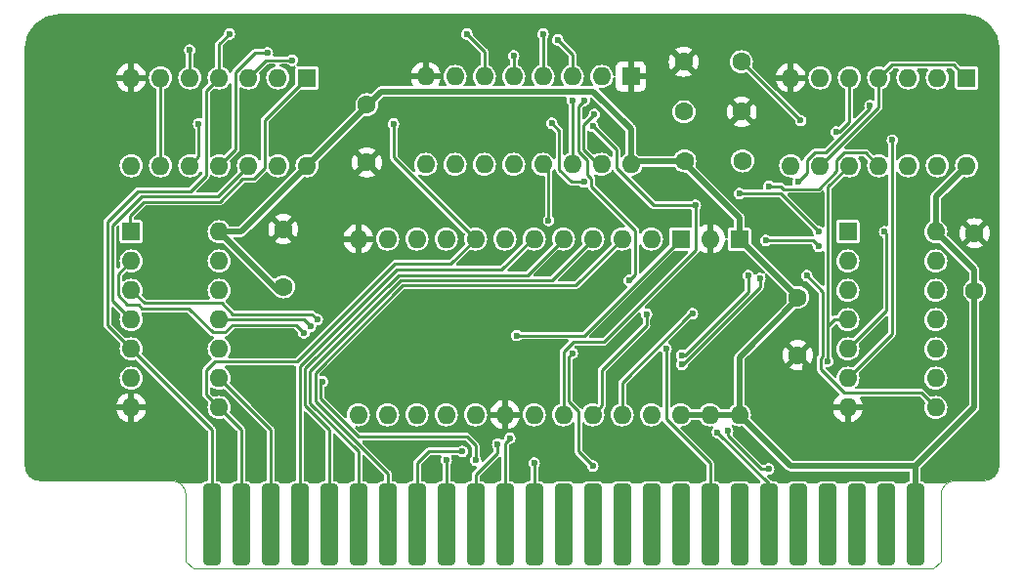
<source format=gtl>
G04 #@! TF.GenerationSoftware,KiCad,Pcbnew,(7.0.0-0)*
G04 #@! TF.CreationDate,2024-01-15T01:27:10+09:00*
G04 #@! TF.ProjectId,Grappler_Minus_Keros_alldip_GH,47726170-706c-4657-925f-4d696e75735f,3*
G04 #@! TF.SameCoordinates,Original*
G04 #@! TF.FileFunction,Copper,L1,Top*
G04 #@! TF.FilePolarity,Positive*
%FSLAX46Y46*%
G04 Gerber Fmt 4.6, Leading zero omitted, Abs format (unit mm)*
G04 Created by KiCad (PCBNEW (7.0.0-0)) date 2024-01-15 01:27:10*
%MOMM*%
%LPD*%
G01*
G04 APERTURE LIST*
G04 Aperture macros list*
%AMRoundRect*
0 Rectangle with rounded corners*
0 $1 Rounding radius*
0 $2 $3 $4 $5 $6 $7 $8 $9 X,Y pos of 4 corners*
0 Add a 4 corners polygon primitive as box body*
4,1,4,$2,$3,$4,$5,$6,$7,$8,$9,$2,$3,0*
0 Add four circle primitives for the rounded corners*
1,1,$1+$1,$2,$3*
1,1,$1+$1,$4,$5*
1,1,$1+$1,$6,$7*
1,1,$1+$1,$8,$9*
0 Add four rect primitives between the rounded corners*
20,1,$1+$1,$2,$3,$4,$5,0*
20,1,$1+$1,$4,$5,$6,$7,0*
20,1,$1+$1,$6,$7,$8,$9,0*
20,1,$1+$1,$8,$9,$2,$3,0*%
G04 Aperture macros list end*
G04 #@! TA.AperFunction,ComponentPad*
%ADD10R,1.600000X1.600000*%
G04 #@! TD*
G04 #@! TA.AperFunction,ComponentPad*
%ADD11O,1.600000X1.600000*%
G04 #@! TD*
G04 #@! TA.AperFunction,ComponentPad*
%ADD12C,1.600000*%
G04 #@! TD*
G04 #@! TA.AperFunction,ConnectorPad*
%ADD13RoundRect,0.381000X0.381000X3.175000X-0.381000X3.175000X-0.381000X-3.175000X0.381000X-3.175000X0*%
G04 #@! TD*
G04 #@! TA.AperFunction,ViaPad*
%ADD14C,0.600000*%
G04 #@! TD*
G04 #@! TA.AperFunction,Conductor*
%ADD15C,0.250000*%
G04 #@! TD*
G04 #@! TA.AperFunction,Conductor*
%ADD16C,0.500000*%
G04 #@! TD*
G04 #@! TA.AperFunction,Conductor*
%ADD17C,0.150000*%
G04 #@! TD*
G04 #@! TA.AperFunction,Profile*
%ADD18C,0.100000*%
G04 #@! TD*
G04 #@! TA.AperFunction,Profile*
%ADD19C,0.150000*%
G04 #@! TD*
G04 APERTURE END LIST*
D10*
X203834999Y-98424999D03*
D11*
X201294999Y-98424999D03*
X198754999Y-98424999D03*
X196214999Y-98424999D03*
X193674999Y-98424999D03*
X191134999Y-98424999D03*
X188594999Y-98424999D03*
X188594999Y-106044999D03*
X191134999Y-106044999D03*
X193674999Y-106044999D03*
X196214999Y-106044999D03*
X198754999Y-106044999D03*
X201294999Y-106044999D03*
X203834999Y-106044999D03*
D10*
X174751999Y-98297999D03*
D11*
X172211999Y-98297999D03*
X169671999Y-98297999D03*
X167131999Y-98297999D03*
X164591999Y-98297999D03*
X162051999Y-98297999D03*
X159511999Y-98297999D03*
X156971999Y-98297999D03*
X156971999Y-105917999D03*
X159511999Y-105917999D03*
X162051999Y-105917999D03*
X164591999Y-105917999D03*
X167131999Y-105917999D03*
X169671999Y-105917999D03*
X172211999Y-105917999D03*
X174751999Y-105917999D03*
D12*
X179330000Y-97030000D03*
X184330000Y-97030000D03*
D10*
X193547999Y-111759999D03*
D11*
X193547999Y-114299999D03*
X193547999Y-116839999D03*
X193547999Y-119379999D03*
X193547999Y-121919999D03*
X193547999Y-124459999D03*
X193547999Y-126999999D03*
X201167999Y-126999999D03*
X201167999Y-124459999D03*
X201167999Y-121919999D03*
X201167999Y-119379999D03*
X201167999Y-116839999D03*
X201167999Y-114299999D03*
X201167999Y-111759999D03*
D10*
X184149999Y-112394999D03*
D11*
X181609999Y-112394999D03*
X179069999Y-112394999D03*
X176529999Y-112394999D03*
X173989999Y-112394999D03*
X171449999Y-112394999D03*
X168909999Y-112394999D03*
X166369999Y-112394999D03*
X163829999Y-112394999D03*
X161289999Y-112394999D03*
X158749999Y-112394999D03*
X156209999Y-112394999D03*
X153669999Y-112394999D03*
X151129999Y-112394999D03*
X151129999Y-127634999D03*
X153669999Y-127634999D03*
X156209999Y-127634999D03*
X158749999Y-127634999D03*
X161289999Y-127634999D03*
X163829999Y-127634999D03*
X166369999Y-127634999D03*
X168909999Y-127634999D03*
X171449999Y-127634999D03*
X173989999Y-127634999D03*
X176529999Y-127634999D03*
X179069999Y-127634999D03*
X181609999Y-127634999D03*
X184149999Y-127634999D03*
D12*
X151870000Y-100760000D03*
X151870000Y-105760000D03*
X179350000Y-101370000D03*
X184350000Y-101370000D03*
D10*
X179069999Y-112394999D03*
D11*
X176529999Y-112394999D03*
X173989999Y-112394999D03*
X171449999Y-112394999D03*
X168909999Y-112394999D03*
X166369999Y-112394999D03*
X163829999Y-112394999D03*
X161289999Y-112394999D03*
X158749999Y-112394999D03*
X156209999Y-112394999D03*
X153669999Y-112394999D03*
X151129999Y-112394999D03*
X151129999Y-127634999D03*
X153669999Y-127634999D03*
X156209999Y-127634999D03*
X158749999Y-127634999D03*
X161289999Y-127634999D03*
X163829999Y-127634999D03*
X166369999Y-127634999D03*
X168909999Y-127634999D03*
X171449999Y-127634999D03*
X173989999Y-127634999D03*
X176529999Y-127634999D03*
X179069999Y-127634999D03*
D10*
X146684999Y-98424999D03*
D11*
X144144999Y-98424999D03*
X141604999Y-98424999D03*
X139064999Y-98424999D03*
X136524999Y-98424999D03*
X133984999Y-98424999D03*
X131444999Y-98424999D03*
X131444999Y-106044999D03*
X133984999Y-106044999D03*
X136524999Y-106044999D03*
X139064999Y-106044999D03*
X141604999Y-106044999D03*
X144144999Y-106044999D03*
X146684999Y-106044999D03*
D13*
X138420000Y-137140000D03*
X140960000Y-137140000D03*
X143500000Y-137140000D03*
X146040000Y-137140000D03*
X148580000Y-137140000D03*
X151120000Y-137140000D03*
X153660000Y-137140000D03*
X156200000Y-137140000D03*
X158740000Y-137140000D03*
X161280000Y-137140000D03*
X163820000Y-137140000D03*
X166360000Y-137140000D03*
X168900000Y-137140000D03*
X171440000Y-137140000D03*
X173980000Y-137140000D03*
X176520000Y-137140000D03*
X179060000Y-137140000D03*
X181600000Y-137140000D03*
X184140000Y-137140000D03*
X186680000Y-137140000D03*
X189220000Y-137140000D03*
X191760000Y-137140000D03*
X194300000Y-137140000D03*
X196840000Y-137140000D03*
X199380000Y-137140000D03*
D10*
X131444999Y-111759999D03*
D11*
X131444999Y-114299999D03*
X131444999Y-116839999D03*
X131444999Y-119379999D03*
X131444999Y-121919999D03*
X131444999Y-124459999D03*
X131444999Y-126999999D03*
X139064999Y-126999999D03*
X139064999Y-124459999D03*
X139064999Y-121919999D03*
X139064999Y-119379999D03*
X139064999Y-116839999D03*
X139064999Y-114299999D03*
X139064999Y-111759999D03*
D12*
X189210000Y-117460000D03*
X189210000Y-122460000D03*
X179420000Y-105620000D03*
X184420000Y-105620000D03*
X189210000Y-122460000D03*
X204530000Y-116890000D03*
X204530000Y-111890000D03*
X144630000Y-116540000D03*
X144630000Y-111540000D03*
D14*
X141730000Y-115920000D03*
X191240000Y-104200000D03*
X182150000Y-121340000D03*
X203480000Y-107710000D03*
X152380000Y-132750000D03*
X180300000Y-132300000D03*
X155000000Y-132630000D03*
X140440000Y-117880000D03*
X137550000Y-126750000D03*
X194990000Y-103560000D03*
X125730000Y-132080000D03*
X131840000Y-104310000D03*
X203230000Y-119170000D03*
X175880000Y-121920500D03*
X140340000Y-96230000D03*
X203310000Y-126030000D03*
X168550000Y-100850000D03*
X189200000Y-96330000D03*
X149970000Y-130660000D03*
X199310000Y-109110000D03*
X190754000Y-121412000D03*
X137410000Y-122020000D03*
X168090000Y-132240000D03*
X137280000Y-130930000D03*
X184410000Y-98860000D03*
X131550000Y-94040000D03*
X140570000Y-120600000D03*
X188440000Y-125080000D03*
X177038000Y-119634000D03*
X154980000Y-117620000D03*
X175260000Y-129032000D03*
X168520000Y-97020000D03*
X153570000Y-100600000D03*
X155490000Y-97020000D03*
X172250000Y-120430000D03*
X195326000Y-124968000D03*
X152070000Y-120766500D03*
X195326000Y-121666000D03*
X157380000Y-101900000D03*
X205070000Y-129260000D03*
X179650000Y-123910000D03*
X173000000Y-107520000D03*
X163230000Y-96600000D03*
X154970000Y-104400000D03*
X171570000Y-118950000D03*
X173750000Y-100010000D03*
X195326000Y-126492000D03*
X188650000Y-104170000D03*
X132280000Y-115520000D03*
X157670000Y-130185500D03*
X198410000Y-107770000D03*
X165950000Y-97080000D03*
X173736000Y-123444000D03*
X203780000Y-94180000D03*
X147140000Y-104240000D03*
X138490000Y-107780000D03*
X129480000Y-95870000D03*
X186182000Y-131318000D03*
X145630000Y-108600000D03*
X187960000Y-114554000D03*
X182640000Y-115610000D03*
X129180000Y-108870000D03*
X169370000Y-110910000D03*
X201440000Y-132390000D03*
X158240000Y-107070000D03*
X195326000Y-112268000D03*
X141850000Y-109090000D03*
X173250000Y-102930000D03*
X179100000Y-116730000D03*
X144160000Y-131210000D03*
X170942000Y-124206000D03*
X178680000Y-126130000D03*
X203530000Y-104370000D03*
X167894000Y-121920000D03*
X196596000Y-119888000D03*
X200430000Y-100310000D03*
X180340000Y-129032000D03*
X154420000Y-98660000D03*
X186436000Y-118364000D03*
X164790000Y-94050000D03*
X125730000Y-107950000D03*
X135330000Y-104080000D03*
X141920000Y-112600000D03*
X147200000Y-130150000D03*
X168220000Y-114240000D03*
X205360000Y-120650000D03*
X186270000Y-109990000D03*
X159660000Y-101380000D03*
X139040000Y-100180000D03*
X199360000Y-129780000D03*
X148980000Y-118490000D03*
X195326000Y-119126000D03*
X184150000Y-129032000D03*
X174100000Y-120650000D03*
X148730000Y-101200000D03*
X189810000Y-123620000D03*
X135330000Y-100180000D03*
X142230000Y-131180000D03*
X130360000Y-123140000D03*
X163830000Y-121920000D03*
X139380000Y-130960000D03*
X141680000Y-104150000D03*
X169230000Y-115690000D03*
X137220000Y-112980000D03*
X199390000Y-126492000D03*
X132850000Y-107320000D03*
X160250000Y-96810000D03*
X176784000Y-123444000D03*
X202040000Y-109310000D03*
X160220000Y-132690000D03*
X194230000Y-131170000D03*
X140345500Y-126709089D03*
X172860000Y-111020000D03*
X161560000Y-129130000D03*
X147380000Y-112970000D03*
X194910000Y-107790000D03*
X172720000Y-129032000D03*
X175850000Y-110890000D03*
X149400000Y-105010000D03*
X154020000Y-107970000D03*
X144520000Y-104150000D03*
X199390000Y-121920000D03*
X182060000Y-125790000D03*
X164846000Y-132080000D03*
X165960000Y-104410000D03*
X123190000Y-99060000D03*
X170030000Y-93750000D03*
X178237323Y-114594500D03*
X148720000Y-93720000D03*
X143290000Y-100240000D03*
X183642000Y-132334000D03*
X190500000Y-118110000D03*
X187706000Y-117094000D03*
X191008000Y-115062000D03*
X160720000Y-104350000D03*
X145270000Y-126830000D03*
X195580000Y-114300000D03*
X131350000Y-132220000D03*
X179350000Y-110960000D03*
X165960000Y-114010000D03*
X185674000Y-127254000D03*
X196390000Y-96390000D03*
X180964500Y-122740000D03*
X192786000Y-123190000D03*
X152900000Y-114570000D03*
X132610000Y-100300000D03*
X203640000Y-100380000D03*
X137140000Y-123720000D03*
X171860000Y-104160000D03*
X178816000Y-121412000D03*
X184930000Y-122980000D03*
X125730000Y-119380000D03*
X123190000Y-129540000D03*
X138920000Y-104020000D03*
X165490000Y-129000000D03*
X150440000Y-114090000D03*
X191030000Y-109900000D03*
X157220000Y-132800000D03*
X132760000Y-110010000D03*
X161798000Y-121158000D03*
X123190000Y-114300000D03*
X137800000Y-96230000D03*
X174040000Y-132180000D03*
X199390000Y-116840000D03*
X125730000Y-95250000D03*
X133130000Y-124920000D03*
X127750000Y-132270000D03*
X145600000Y-101300000D03*
X161036000Y-125984000D03*
X171090000Y-111030000D03*
X129250000Y-99470000D03*
X184720000Y-120450000D03*
X187690000Y-129660000D03*
X199390000Y-114046000D03*
X201880000Y-104390000D03*
X149970000Y-97350000D03*
X191800000Y-126090000D03*
X171030000Y-96760000D03*
X133350000Y-119490000D03*
X167640000Y-129032000D03*
X152760000Y-130510000D03*
X191730000Y-100920000D03*
X162800000Y-132710000D03*
X154178000Y-102408500D03*
X186436000Y-112522000D03*
X191008000Y-113030000D03*
X160136500Y-130810000D03*
X196733500Y-111760000D03*
X191008000Y-111760000D03*
X158750000Y-131572000D03*
X184150000Y-108458000D03*
X164846000Y-120766500D03*
X163205500Y-130185500D03*
X192532000Y-103124000D03*
X164243750Y-129677500D03*
X166370000Y-131826000D03*
X191830839Y-122996339D03*
X147571089Y-119377089D03*
X177800000Y-121920000D03*
X164592000Y-96520000D03*
X189992000Y-115570000D03*
X189464000Y-102128000D03*
X186690000Y-132334000D03*
X183134000Y-129032000D03*
X171450000Y-132080000D03*
X146978292Y-119969886D03*
X169663839Y-122303339D03*
X146412958Y-120535220D03*
X148024500Y-124760000D03*
X161290000Y-131572000D03*
X160528000Y-94625500D03*
X139954000Y-94625500D03*
X169672000Y-100357500D03*
X174590911Y-115990911D03*
X136525000Y-96012000D03*
X168402000Y-95133500D03*
X182245000Y-129159000D03*
X170710000Y-100380000D03*
X170688000Y-107442000D03*
X167894000Y-102362000D03*
X171582116Y-101600000D03*
X145415000Y-96901000D03*
X143256000Y-96266000D03*
X137297500Y-102408500D03*
X176100000Y-118920000D03*
X167620000Y-110790000D03*
X197418589Y-103825411D03*
X167132000Y-94625500D03*
X180340000Y-109474000D03*
X171450000Y-102616000D03*
X189230000Y-107442000D03*
X179170641Y-123270142D03*
X185928000Y-115824000D03*
X195456609Y-100840213D03*
X180086000Y-118872000D03*
X184912000Y-115570000D03*
X179139668Y-122471239D03*
X186690000Y-107833500D03*
D15*
X131318000Y-110364396D02*
X132520396Y-109162000D01*
X143020000Y-106220991D02*
X143020000Y-102090000D01*
X131318000Y-111633000D02*
X131318000Y-110364396D01*
X131445000Y-111760000D02*
X131318000Y-111633000D01*
X143020000Y-102090000D02*
X146685000Y-98425000D01*
X141116396Y-107170000D02*
X142070991Y-107170000D01*
X142070991Y-107170000D02*
X143020000Y-106220991D01*
X139124396Y-109162000D02*
X141116396Y-107170000D01*
X132520396Y-109162000D02*
X139124396Y-109162000D01*
D16*
X171490000Y-99608000D02*
X153122000Y-99608000D01*
X175006000Y-105664000D02*
X174752000Y-105918000D01*
X184175000Y-112395000D02*
X184150000Y-112395000D01*
X189210000Y-117580000D02*
X189210000Y-117460000D01*
X179420000Y-105840000D02*
X179420000Y-105620000D01*
X199390000Y-137160000D02*
X199390000Y-132080000D01*
X188595000Y-132080000D02*
X184150000Y-127635000D01*
X201168000Y-108712000D02*
X203835000Y-106045000D01*
X139065000Y-111760000D02*
X144105000Y-116800000D01*
X199390000Y-132080000D02*
X188595000Y-132080000D01*
X184150000Y-110570000D02*
X179420000Y-105840000D01*
X146685000Y-106045000D02*
X140970000Y-111760000D01*
X184150000Y-112395000D02*
X184150000Y-110570000D01*
X174752000Y-105918000D02*
X174752000Y-102870000D01*
X153122000Y-99608000D02*
X146685000Y-106045000D01*
X201168000Y-111760000D02*
X201168000Y-108712000D01*
X204480000Y-126990000D02*
X204480000Y-115072000D01*
X144105000Y-116800000D02*
X144526000Y-116800000D01*
X189210000Y-117430000D02*
X184175000Y-112395000D01*
X179420000Y-105620000D02*
X179376000Y-105664000D01*
X174752000Y-102870000D02*
X171490000Y-99608000D01*
X189210000Y-117460000D02*
X189210000Y-117430000D01*
X181610000Y-127635000D02*
X179070000Y-127635000D01*
X199390000Y-132080000D02*
X204480000Y-126990000D01*
X179376000Y-105664000D02*
X175006000Y-105664000D01*
X204480000Y-115072000D02*
X201168000Y-111760000D01*
X184150000Y-127635000D02*
X184150000Y-122640000D01*
X184150000Y-122640000D02*
X189210000Y-117580000D01*
X140970000Y-111760000D02*
X139065000Y-111760000D01*
X184150000Y-127635000D02*
X181610000Y-127635000D01*
D15*
X145812604Y-123045000D02*
X154303604Y-114554000D01*
X137940000Y-125875000D02*
X137940000Y-123789000D01*
X139065000Y-127000000D02*
X137940000Y-125875000D01*
X154178000Y-105283000D02*
X161290000Y-112395000D01*
X159131000Y-114554000D02*
X161290000Y-112395000D01*
X140970000Y-128905000D02*
X139065000Y-127000000D01*
X138684000Y-123045000D02*
X145812604Y-123045000D01*
X154303604Y-114554000D02*
X159131000Y-114554000D01*
X140970000Y-137160000D02*
X140970000Y-128905000D01*
X154178000Y-102408500D02*
X154178000Y-105283000D01*
X137940000Y-123789000D02*
X138684000Y-123045000D01*
X143510000Y-128905000D02*
X139065000Y-124460000D01*
X143510000Y-137160000D02*
X143510000Y-128905000D01*
X146050000Y-123444000D02*
X154432000Y-115062000D01*
X146050000Y-137160000D02*
X146050000Y-123444000D01*
X166212995Y-112395000D02*
X166370000Y-112395000D01*
X163545995Y-115062000D02*
X166212995Y-112395000D01*
X154432000Y-115062000D02*
X163545995Y-115062000D01*
X148590000Y-128909188D02*
X146500000Y-126819188D01*
X165793000Y-115512000D02*
X168910000Y-112395000D01*
X146500000Y-126819188D02*
X146500000Y-123630396D01*
X146500000Y-123630396D02*
X154618396Y-115512000D01*
X154618396Y-115512000D02*
X165793000Y-115512000D01*
X148590000Y-137160000D02*
X148590000Y-128909188D01*
X146950000Y-126632792D02*
X146950000Y-123816792D01*
X167883000Y-115962000D02*
X171450000Y-112395000D01*
X151130000Y-130812792D02*
X146950000Y-126632792D01*
X146950000Y-123816792D02*
X154804792Y-115962000D01*
X154804792Y-115962000D02*
X167883000Y-115962000D01*
X151130000Y-137160000D02*
X151130000Y-130812792D01*
X169973000Y-116412000D02*
X173990000Y-112395000D01*
X190500000Y-112522000D02*
X191008000Y-113030000D01*
X153670000Y-132716396D02*
X147400000Y-126446396D01*
X147400000Y-124003188D02*
X154991188Y-116412000D01*
X186436000Y-112522000D02*
X190500000Y-112522000D01*
X153670000Y-137160000D02*
X153670000Y-132716396D01*
X147400000Y-126446396D02*
X147400000Y-124003188D01*
X154991188Y-116412000D02*
X169973000Y-116412000D01*
X196908000Y-118560000D02*
X193548000Y-121920000D01*
X157226000Y-130810000D02*
X156210000Y-131826000D01*
X196733500Y-111760000D02*
X196908000Y-111934500D01*
X160136500Y-130810000D02*
X157226000Y-130810000D01*
X196908000Y-111934500D02*
X196908000Y-118560000D01*
X156210000Y-131826000D02*
X156210000Y-137160000D01*
X164846000Y-120766500D02*
X170698500Y-120766500D01*
X184150000Y-108458000D02*
X187706000Y-108458000D01*
X187706000Y-108458000D02*
X191008000Y-111760000D01*
X158750000Y-131572000D02*
X158750000Y-137160000D01*
X170698500Y-120766500D02*
X179070000Y-112395000D01*
X163205500Y-130185500D02*
X163205500Y-130926500D01*
X161290000Y-132842000D02*
X161290000Y-137160000D01*
X163205500Y-130926500D02*
X161290000Y-132842000D01*
X193675000Y-102232208D02*
X192783208Y-103124000D01*
X192783208Y-103124000D02*
X192532000Y-103124000D01*
X164243750Y-129677500D02*
X163830000Y-130091250D01*
X163830000Y-130091250D02*
X163830000Y-137160000D01*
X193675000Y-98425000D02*
X193675000Y-102232208D01*
X193548000Y-119380000D02*
X192416630Y-119380000D01*
X191830839Y-122996339D02*
X191830839Y-107889161D01*
X191830839Y-107889161D02*
X193675000Y-106045000D01*
X191830839Y-119965791D02*
X191830839Y-120142000D01*
X166370000Y-137160000D02*
X166370000Y-131826000D01*
X192416630Y-119380000D02*
X191830839Y-119965791D01*
X147571089Y-119377089D02*
X147124000Y-118930000D01*
X132570000Y-117965000D02*
X131445000Y-116840000D01*
X177800000Y-128020000D02*
X181610000Y-131830000D01*
X140266000Y-118930000D02*
X139301000Y-117965000D01*
X147124000Y-118930000D02*
X140266000Y-118930000D01*
X139301000Y-117965000D02*
X132570000Y-117965000D01*
X181610000Y-131830000D02*
X181610000Y-137160000D01*
X177800000Y-121920000D02*
X177800000Y-128020000D01*
X191380839Y-122562455D02*
X191205839Y-122737455D01*
X199898000Y-125730000D02*
X201168000Y-127000000D01*
X193227009Y-125730000D02*
X199898000Y-125730000D01*
X184364000Y-97028000D02*
X189464000Y-102128000D01*
X191205839Y-122737455D02*
X191205839Y-123708830D01*
X164592000Y-96774000D02*
X164592000Y-96520000D01*
X164592000Y-98298000D02*
X164592000Y-96774000D01*
X191205839Y-123708830D02*
X193227009Y-125730000D01*
X191380839Y-116958839D02*
X191380839Y-122562455D01*
X189992000Y-115570000D02*
X191380839Y-116958839D01*
X183134000Y-129411604D02*
X183134000Y-129032000D01*
X186056396Y-132334000D02*
X183134000Y-129411604D01*
X186690000Y-132334000D02*
X186056396Y-132334000D01*
X169360000Y-126494009D02*
X170180000Y-127314009D01*
X146978292Y-119969886D02*
X146388406Y-119380000D01*
X170180000Y-130810000D02*
X171450000Y-132080000D01*
X146388406Y-119380000D02*
X139065000Y-119380000D01*
X169663839Y-122303339D02*
X169360000Y-122607178D01*
X169360000Y-122607178D02*
X169360000Y-126494009D01*
X170180000Y-127314009D02*
X170180000Y-130810000D01*
X132383604Y-118415000D02*
X132078604Y-118110000D01*
X147850000Y-124934500D02*
X147850000Y-126260000D01*
X132078604Y-118110000D02*
X131124009Y-118110000D01*
X131124009Y-118110000D02*
X130302000Y-117287991D01*
X140266000Y-119830000D02*
X139591000Y-120505000D01*
X139591000Y-120505000D02*
X138539000Y-120505000D01*
X160528000Y-129540000D02*
X161290000Y-130302000D01*
X148024500Y-124760000D02*
X147850000Y-124934500D01*
X147850000Y-126260000D02*
X151130000Y-129540000D01*
X145707738Y-119830000D02*
X140266000Y-119830000D01*
X151130000Y-129540000D02*
X160528000Y-129540000D01*
X146412958Y-120535220D02*
X145707738Y-119830000D01*
X161290000Y-130302000D02*
X161290000Y-131572000D01*
X138539000Y-120505000D02*
X136449000Y-118415000D01*
X130302000Y-115443000D02*
X131445000Y-114300000D01*
X136449000Y-118415000D02*
X132383604Y-118415000D01*
X130302000Y-117287991D02*
X130302000Y-115443000D01*
X197340000Y-97300000D02*
X202710000Y-97300000D01*
X202710000Y-97300000D02*
X203835000Y-98425000D01*
X169672000Y-100357500D02*
X169672000Y-105918000D01*
X137922000Y-99568000D02*
X139065000Y-98425000D01*
X160528000Y-94625500D02*
X162052000Y-96149500D01*
X129402000Y-119877000D02*
X129402000Y-110882000D01*
X196215000Y-100965000D02*
X191135000Y-106045000D01*
X196215000Y-98425000D02*
X197340000Y-97300000D01*
X136594000Y-108262000D02*
X137922000Y-106934000D01*
X138430000Y-128905000D02*
X131445000Y-121920000D01*
X138430000Y-137160000D02*
X138430000Y-128905000D01*
X132022000Y-108262000D02*
X136594000Y-108262000D01*
X139954000Y-94625500D02*
X139065000Y-95514500D01*
X139065000Y-95514500D02*
X139065000Y-98425000D01*
X129402000Y-110882000D02*
X132022000Y-108262000D01*
X196215000Y-98425000D02*
X196215000Y-100965000D01*
X137922000Y-106934000D02*
X137922000Y-99568000D01*
X131445000Y-121920000D02*
X129402000Y-119877000D01*
X162052000Y-96149500D02*
X162052000Y-98298000D01*
X136525000Y-96012000D02*
X136525000Y-98425000D01*
X170942000Y-106812116D02*
X170942000Y-105597009D01*
X170180000Y-104835009D02*
X170180000Y-100910000D01*
X168402000Y-95133500D02*
X169672000Y-96403500D01*
X182245000Y-129159000D02*
X186690000Y-133604000D01*
X175115000Y-115466822D02*
X175115000Y-111645000D01*
X174590911Y-115990911D02*
X175115000Y-115466822D01*
X175115000Y-111645000D02*
X171313000Y-107843000D01*
X171313000Y-107183116D02*
X170942000Y-106812116D01*
D17*
X186690000Y-137160000D02*
X186690000Y-133604000D01*
D15*
X169672000Y-96403500D02*
X169672000Y-98298000D01*
X170180000Y-100910000D02*
X170710000Y-100380000D01*
X171313000Y-107843000D02*
X171313000Y-107183116D01*
X170942000Y-105597009D02*
X170180000Y-104835009D01*
X171582116Y-101600000D02*
X170630000Y-102552116D01*
X171392000Y-105410613D02*
X171392000Y-105432000D01*
X145405000Y-96891000D02*
X143139000Y-96891000D01*
X145415000Y-96901000D02*
X145405000Y-96891000D01*
X168547000Y-106383991D02*
X169605009Y-107442000D01*
X167894000Y-102362000D02*
X168547000Y-103015000D01*
X170630000Y-104648613D02*
X171392000Y-105410613D01*
X169605009Y-107442000D02*
X170688000Y-107442000D01*
X171878000Y-105918000D02*
X172212000Y-105918000D01*
X171392000Y-105432000D02*
X171878000Y-105918000D01*
X168547000Y-103015000D02*
X168547000Y-106383991D01*
X170630000Y-102552116D02*
X170630000Y-104648613D01*
X143139000Y-96891000D02*
X141605000Y-98425000D01*
X140480000Y-97959009D02*
X142173009Y-96266000D01*
X140480000Y-104630000D02*
X140480000Y-97959009D01*
X139065000Y-106045000D02*
X140480000Y-104630000D01*
X142173009Y-96266000D02*
X143256000Y-96266000D01*
X131445000Y-119380000D02*
X129852000Y-117787000D01*
X129852000Y-117787000D02*
X129852000Y-111194000D01*
X138938000Y-108712000D02*
X141605000Y-106045000D01*
X129852000Y-111194000D02*
X132334000Y-108712000D01*
X132334000Y-108712000D02*
X138938000Y-108712000D01*
X137297500Y-102408500D02*
X137310000Y-102421000D01*
X137310000Y-102421000D02*
X137310000Y-105260000D01*
X137310000Y-105260000D02*
X136525000Y-106045000D01*
X176100000Y-119880000D02*
X176100000Y-118920000D01*
X171450000Y-127635000D02*
X172249999Y-126835001D01*
X176110000Y-118920000D02*
X176090000Y-118940000D01*
X172249999Y-123730001D02*
X176100000Y-119880000D01*
X172249999Y-126835001D02*
X172249999Y-123730001D01*
X167620000Y-106406000D02*
X167132000Y-105918000D01*
X167620000Y-110790000D02*
X167620000Y-106406000D01*
X176100000Y-118920000D02*
X176110000Y-118920000D01*
X197418589Y-103825411D02*
X197358000Y-103886000D01*
X197358000Y-120650000D02*
X193548000Y-124460000D01*
X197358000Y-103886000D02*
X197358000Y-120650000D01*
X167132000Y-94625500D02*
X167132000Y-98298000D01*
X173482000Y-104648000D02*
X173482000Y-106238991D01*
X168910000Y-127635000D02*
X168910000Y-122174000D01*
X173482000Y-106238991D02*
X176717009Y-109474000D01*
X180340000Y-113375000D02*
X180340000Y-109474000D01*
X172420000Y-121295000D02*
X180340000Y-113375000D01*
X176717009Y-109474000D02*
X180340000Y-109474000D01*
X168910000Y-122174000D02*
X169789000Y-121295000D01*
X171450000Y-102616000D02*
X173482000Y-104648000D01*
X169789000Y-121295000D02*
X172420000Y-121295000D01*
X190010000Y-105579009D02*
X190010000Y-106662000D01*
X191641604Y-104902000D02*
X190687009Y-104902000D01*
X190010000Y-106662000D02*
X189230000Y-107442000D01*
X179170641Y-123270142D02*
X179243858Y-123270142D01*
X195456609Y-100840213D02*
X195456609Y-101086995D01*
X190687009Y-104902000D02*
X190010000Y-105579009D01*
X195456609Y-101086995D02*
X191641604Y-104902000D01*
X179243858Y-123270142D02*
X185928000Y-116586000D01*
X185928000Y-116586000D02*
X185928000Y-115824000D01*
X180086000Y-118872000D02*
X179964116Y-118872000D01*
X179964116Y-118872000D02*
X173990000Y-124846116D01*
X173990000Y-124846116D02*
X173990000Y-127635000D01*
X179139668Y-122471239D02*
X179406365Y-122471239D01*
X179406365Y-122471239D02*
X184912000Y-116965604D01*
X184912000Y-116965604D02*
X184912000Y-115570000D01*
X190993991Y-108067000D02*
X192550000Y-106510991D01*
X195090000Y-104920000D02*
X196215000Y-106045000D01*
X192550000Y-105579009D02*
X193209009Y-104920000D01*
X186690000Y-107833500D02*
X187717896Y-107833500D01*
X193209009Y-104920000D02*
X195090000Y-104920000D01*
X187951396Y-108067000D02*
X190993991Y-108067000D01*
X192550000Y-106510991D02*
X192550000Y-105579009D01*
X187717896Y-107833500D02*
X187951396Y-108067000D01*
X133985000Y-106045000D02*
X133985000Y-98425000D01*
G04 #@! TA.AperFunction,Conductor*
G36*
X194951265Y-105254939D02*
G01*
X194991493Y-105281819D01*
X195253126Y-105543452D01*
X195285729Y-105601003D01*
X195284106Y-105667128D01*
X195230744Y-105843037D01*
X195230742Y-105843044D01*
X195228976Y-105848868D01*
X195228379Y-105854924D01*
X195228378Y-105854932D01*
X195222764Y-105911938D01*
X195209659Y-106045000D01*
X195210256Y-106051062D01*
X195228378Y-106235067D01*
X195228379Y-106235073D01*
X195228976Y-106241132D01*
X195230743Y-106246957D01*
X195230744Y-106246962D01*
X195284417Y-106423897D01*
X195286186Y-106429727D01*
X195289055Y-106435095D01*
X195289057Y-106435099D01*
X195376215Y-106598161D01*
X195376219Y-106598167D01*
X195379090Y-106603538D01*
X195504117Y-106755883D01*
X195656462Y-106880910D01*
X195661834Y-106883781D01*
X195661838Y-106883784D01*
X195789462Y-106952000D01*
X195830273Y-106973814D01*
X196018868Y-107031024D01*
X196166995Y-107045613D01*
X196191403Y-107048017D01*
X196215000Y-107050341D01*
X196411132Y-107031024D01*
X196599727Y-106973814D01*
X196773538Y-106880910D01*
X196829834Y-106834708D01*
X196893321Y-106807494D01*
X196961517Y-106818466D01*
X197013262Y-106864221D01*
X197032500Y-106930561D01*
X197032500Y-111160520D01*
X197019384Y-111216024D01*
X196982811Y-111259787D01*
X196930517Y-111282550D01*
X196873566Y-111279497D01*
X196813973Y-111261999D01*
X196813970Y-111261998D01*
X196805461Y-111259500D01*
X196661539Y-111259500D01*
X196653030Y-111261998D01*
X196653026Y-111261999D01*
X196549126Y-111292507D01*
X196523447Y-111300047D01*
X196515984Y-111304842D01*
X196515984Y-111304843D01*
X196409829Y-111373064D01*
X196409825Y-111373066D01*
X196402372Y-111377857D01*
X196396570Y-111384551D01*
X196396565Y-111384557D01*
X196313931Y-111479923D01*
X196313928Y-111479927D01*
X196308123Y-111486627D01*
X196304441Y-111494689D01*
X196304438Y-111494694D01*
X196252020Y-111609473D01*
X196248335Y-111617543D01*
X196247073Y-111626316D01*
X196247072Y-111626322D01*
X196236161Y-111702216D01*
X196227853Y-111760000D01*
X196229115Y-111768777D01*
X196247072Y-111893677D01*
X196247073Y-111893681D01*
X196248335Y-111902457D01*
X196252019Y-111910525D01*
X196252020Y-111910526D01*
X196302700Y-112021500D01*
X196308123Y-112033373D01*
X196313930Y-112040075D01*
X196313931Y-112040076D01*
X196396565Y-112135442D01*
X196396567Y-112135444D01*
X196402372Y-112142143D01*
X196500074Y-112204932D01*
X196523447Y-112219953D01*
X196522544Y-112221356D01*
X196548234Y-112239645D01*
X196573615Y-112279132D01*
X196582500Y-112325224D01*
X196582500Y-118373812D01*
X196573061Y-118421265D01*
X196546181Y-118461493D01*
X194049546Y-120958126D01*
X193991994Y-120990729D01*
X193925870Y-120989106D01*
X193744132Y-120933976D01*
X193738073Y-120933379D01*
X193738067Y-120933378D01*
X193554062Y-120915256D01*
X193548000Y-120914659D01*
X193541938Y-120915256D01*
X193357932Y-120933378D01*
X193357924Y-120933379D01*
X193351868Y-120933976D01*
X193346044Y-120935742D01*
X193346037Y-120935744D01*
X193169100Y-120989418D01*
X193169096Y-120989419D01*
X193163273Y-120991186D01*
X193157907Y-120994053D01*
X193157900Y-120994057D01*
X192994838Y-121081215D01*
X192994827Y-121081222D01*
X192989462Y-121084090D01*
X192984754Y-121087953D01*
X192984749Y-121087957D01*
X192841823Y-121205254D01*
X192841818Y-121205258D01*
X192837117Y-121209117D01*
X192833258Y-121213818D01*
X192833254Y-121213823D01*
X192715957Y-121356749D01*
X192715953Y-121356754D01*
X192712090Y-121361462D01*
X192709222Y-121366827D01*
X192709215Y-121366838D01*
X192622057Y-121529900D01*
X192622053Y-121529907D01*
X192619186Y-121535273D01*
X192617419Y-121541096D01*
X192617418Y-121541100D01*
X192563744Y-121718037D01*
X192563742Y-121718044D01*
X192561976Y-121723868D01*
X192561379Y-121729924D01*
X192561378Y-121729932D01*
X192543523Y-121911223D01*
X192542659Y-121920000D01*
X192543256Y-121926062D01*
X192561378Y-122110067D01*
X192561379Y-122110073D01*
X192561976Y-122116132D01*
X192563743Y-122121957D01*
X192563744Y-122121962D01*
X192583842Y-122188214D01*
X192619186Y-122304727D01*
X192622055Y-122310095D01*
X192622057Y-122310099D01*
X192709215Y-122473161D01*
X192709219Y-122473167D01*
X192712090Y-122478538D01*
X192715956Y-122483249D01*
X192715957Y-122483250D01*
X192815699Y-122604785D01*
X192837117Y-122630883D01*
X192989462Y-122755910D01*
X192994834Y-122758781D01*
X192994838Y-122758784D01*
X193118898Y-122825095D01*
X193163273Y-122848814D01*
X193351868Y-122906024D01*
X193548000Y-122925341D01*
X193744132Y-122906024D01*
X193932727Y-122848814D01*
X194106538Y-122755910D01*
X194258883Y-122630883D01*
X194383910Y-122478538D01*
X194476814Y-122304727D01*
X194534024Y-122116132D01*
X194553341Y-121920000D01*
X194534024Y-121723868D01*
X194478892Y-121542126D01*
X194477270Y-121476003D01*
X194509871Y-121418453D01*
X196820818Y-119107507D01*
X196870182Y-119077257D01*
X196927898Y-119072715D01*
X196981385Y-119094870D01*
X197018985Y-119138893D01*
X197032500Y-119195188D01*
X197032500Y-120463812D01*
X197023061Y-120511265D01*
X196996181Y-120551493D01*
X194049546Y-123498126D01*
X193991994Y-123530729D01*
X193925870Y-123529106D01*
X193744132Y-123473976D01*
X193738073Y-123473379D01*
X193738067Y-123473378D01*
X193554062Y-123455256D01*
X193548000Y-123454659D01*
X193541938Y-123455256D01*
X193357932Y-123473378D01*
X193357924Y-123473379D01*
X193351868Y-123473976D01*
X193346044Y-123475742D01*
X193346037Y-123475744D01*
X193169100Y-123529418D01*
X193169096Y-123529419D01*
X193163273Y-123531186D01*
X193157907Y-123534053D01*
X193157900Y-123534057D01*
X192994838Y-123621215D01*
X192994827Y-123621222D01*
X192989462Y-123624090D01*
X192984754Y-123627953D01*
X192984749Y-123627957D01*
X192841823Y-123745254D01*
X192841818Y-123745258D01*
X192837117Y-123749117D01*
X192833258Y-123753818D01*
X192833254Y-123753823D01*
X192715957Y-123896749D01*
X192715953Y-123896754D01*
X192712090Y-123901462D01*
X192709222Y-123906827D01*
X192709215Y-123906838D01*
X192622057Y-124069900D01*
X192622053Y-124069907D01*
X192619186Y-124075273D01*
X192617419Y-124081096D01*
X192617418Y-124081100D01*
X192563744Y-124258037D01*
X192563742Y-124258044D01*
X192561976Y-124263868D01*
X192561379Y-124269924D01*
X192561378Y-124269932D01*
X192557119Y-124313175D01*
X192531470Y-124377309D01*
X192475489Y-124417771D01*
X192406547Y-124422006D01*
X192346035Y-124388700D01*
X191664957Y-123707622D01*
X191633660Y-123654873D01*
X191631473Y-123593577D01*
X191658931Y-123538731D01*
X191709316Y-123503755D01*
X191758878Y-123498432D01*
X191758878Y-123496839D01*
X191893929Y-123496839D01*
X191902800Y-123496839D01*
X192040892Y-123456292D01*
X192161967Y-123378482D01*
X192256216Y-123269712D01*
X192316004Y-123138796D01*
X192336486Y-122996339D01*
X192316004Y-122853882D01*
X192256216Y-122722966D01*
X192245034Y-122710061D01*
X192186626Y-122642654D01*
X192164157Y-122604785D01*
X192156339Y-122561452D01*
X192156339Y-120151979D01*
X192165778Y-120104526D01*
X192192658Y-120064298D01*
X192323795Y-119933161D01*
X192456741Y-119800214D01*
X192505523Y-119770156D01*
X192562614Y-119765239D01*
X192615820Y-119786516D01*
X192653778Y-119829444D01*
X192709215Y-119933161D01*
X192709219Y-119933167D01*
X192712090Y-119938538D01*
X192715956Y-119943249D01*
X192715957Y-119943250D01*
X192723837Y-119952852D01*
X192837117Y-120090883D01*
X192989462Y-120215910D01*
X192994834Y-120218781D01*
X192994838Y-120218784D01*
X193087849Y-120268499D01*
X193163273Y-120308814D01*
X193351868Y-120366024D01*
X193548000Y-120385341D01*
X193744132Y-120366024D01*
X193932727Y-120308814D01*
X194106538Y-120215910D01*
X194258883Y-120090883D01*
X194383910Y-119938538D01*
X194476814Y-119764727D01*
X194534024Y-119576132D01*
X194553341Y-119380000D01*
X194534024Y-119183868D01*
X194476814Y-118995273D01*
X194447638Y-118940688D01*
X194386784Y-118826838D01*
X194386781Y-118826834D01*
X194383910Y-118821462D01*
X194258883Y-118669117D01*
X194178981Y-118603543D01*
X194111250Y-118547957D01*
X194111249Y-118547956D01*
X194106538Y-118544090D01*
X194101165Y-118541218D01*
X194101161Y-118541215D01*
X193938099Y-118454057D01*
X193938095Y-118454055D01*
X193932727Y-118451186D01*
X193924967Y-118448832D01*
X193749962Y-118395744D01*
X193749957Y-118395743D01*
X193744132Y-118393976D01*
X193738073Y-118393379D01*
X193738067Y-118393378D01*
X193554062Y-118375256D01*
X193548000Y-118374659D01*
X193541938Y-118375256D01*
X193357932Y-118393378D01*
X193357924Y-118393379D01*
X193351868Y-118393976D01*
X193346044Y-118395742D01*
X193346037Y-118395744D01*
X193169100Y-118449418D01*
X193169096Y-118449419D01*
X193163273Y-118451186D01*
X193157907Y-118454053D01*
X193157900Y-118454057D01*
X192994838Y-118541215D01*
X192994827Y-118541222D01*
X192989462Y-118544090D01*
X192984754Y-118547953D01*
X192984749Y-118547957D01*
X192841823Y-118665254D01*
X192841818Y-118665258D01*
X192837117Y-118669117D01*
X192833258Y-118673818D01*
X192833254Y-118673823D01*
X192715957Y-118816749D01*
X192715953Y-118816754D01*
X192712090Y-118821462D01*
X192709222Y-118826827D01*
X192709215Y-118826838D01*
X192622564Y-118988953D01*
X192576955Y-119036858D01*
X192513206Y-119054500D01*
X192436257Y-119054500D01*
X192425449Y-119054028D01*
X192398629Y-119051681D01*
X192398626Y-119051681D01*
X192387823Y-119050736D01*
X192351327Y-119060514D01*
X192340778Y-119062853D01*
X192303586Y-119069411D01*
X192303090Y-119066594D01*
X192264148Y-119070857D01*
X192209212Y-119049492D01*
X192170349Y-119005174D01*
X192156339Y-118947919D01*
X192156339Y-116840000D01*
X192542659Y-116840000D01*
X192543256Y-116846062D01*
X192561378Y-117030067D01*
X192561379Y-117030073D01*
X192561976Y-117036132D01*
X192563743Y-117041957D01*
X192563744Y-117041962D01*
X192595009Y-117145027D01*
X192619186Y-117224727D01*
X192622055Y-117230095D01*
X192622057Y-117230099D01*
X192709215Y-117393161D01*
X192709219Y-117393167D01*
X192712090Y-117398538D01*
X192837117Y-117550883D01*
X192989462Y-117675910D01*
X192994834Y-117678781D01*
X192994838Y-117678784D01*
X193075774Y-117722045D01*
X193163273Y-117768814D01*
X193351868Y-117826024D01*
X193502412Y-117840851D01*
X193541765Y-117844727D01*
X193548000Y-117845341D01*
X193554235Y-117844727D01*
X193593588Y-117840851D01*
X193744132Y-117826024D01*
X193932727Y-117768814D01*
X194106538Y-117675910D01*
X194258883Y-117550883D01*
X194383910Y-117398538D01*
X194476814Y-117224727D01*
X194534024Y-117036132D01*
X194553341Y-116840000D01*
X194534024Y-116643868D01*
X194476814Y-116455273D01*
X194436551Y-116379946D01*
X194386784Y-116286838D01*
X194386781Y-116286834D01*
X194383910Y-116281462D01*
X194258883Y-116129117D01*
X194144671Y-116035385D01*
X194111250Y-116007957D01*
X194111249Y-116007956D01*
X194106538Y-116004090D01*
X194101167Y-116001219D01*
X194101161Y-116001215D01*
X193938099Y-115914057D01*
X193938095Y-115914055D01*
X193932727Y-115911186D01*
X193880342Y-115895295D01*
X193749962Y-115855744D01*
X193749957Y-115855743D01*
X193744132Y-115853976D01*
X193738073Y-115853379D01*
X193738067Y-115853378D01*
X193554062Y-115835256D01*
X193548000Y-115834659D01*
X193541938Y-115835256D01*
X193357932Y-115853378D01*
X193357924Y-115853379D01*
X193351868Y-115853976D01*
X193346044Y-115855742D01*
X193346037Y-115855744D01*
X193169100Y-115909418D01*
X193169096Y-115909419D01*
X193163273Y-115911186D01*
X193157907Y-115914053D01*
X193157900Y-115914057D01*
X192994838Y-116001215D01*
X192994827Y-116001222D01*
X192989462Y-116004090D01*
X192984754Y-116007953D01*
X192984749Y-116007957D01*
X192841823Y-116125254D01*
X192841818Y-116125258D01*
X192837117Y-116129117D01*
X192833258Y-116133818D01*
X192833254Y-116133823D01*
X192715957Y-116276749D01*
X192715953Y-116276754D01*
X192712090Y-116281462D01*
X192709222Y-116286827D01*
X192709215Y-116286838D01*
X192622057Y-116449900D01*
X192622053Y-116449907D01*
X192619186Y-116455273D01*
X192617419Y-116461096D01*
X192617418Y-116461100D01*
X192563744Y-116638037D01*
X192563742Y-116638044D01*
X192561976Y-116643868D01*
X192561379Y-116649924D01*
X192561378Y-116649932D01*
X192549177Y-116773819D01*
X192542659Y-116840000D01*
X192156339Y-116840000D01*
X192156339Y-114300000D01*
X192542659Y-114300000D01*
X192543256Y-114306062D01*
X192561378Y-114490067D01*
X192561379Y-114490073D01*
X192561976Y-114496132D01*
X192563743Y-114501957D01*
X192563744Y-114501962D01*
X192570678Y-114524819D01*
X192619186Y-114684727D01*
X192622055Y-114690095D01*
X192622057Y-114690099D01*
X192709215Y-114853161D01*
X192709219Y-114853167D01*
X192712090Y-114858538D01*
X192715956Y-114863249D01*
X192715957Y-114863250D01*
X192827197Y-114998796D01*
X192837117Y-115010883D01*
X192989462Y-115135910D01*
X192994834Y-115138781D01*
X192994838Y-115138784D01*
X193108687Y-115199637D01*
X193163273Y-115228814D01*
X193351868Y-115286024D01*
X193513030Y-115301896D01*
X193541430Y-115304694D01*
X193548000Y-115305341D01*
X193554570Y-115304694D01*
X193575587Y-115302623D01*
X193744132Y-115286024D01*
X193932727Y-115228814D01*
X194106538Y-115135910D01*
X194258883Y-115010883D01*
X194383910Y-114858538D01*
X194476814Y-114684727D01*
X194534024Y-114496132D01*
X194553341Y-114300000D01*
X194534024Y-114103868D01*
X194476814Y-113915273D01*
X194383910Y-113741462D01*
X194258883Y-113589117D01*
X194146730Y-113497075D01*
X194111250Y-113467957D01*
X194111249Y-113467956D01*
X194106538Y-113464090D01*
X194101167Y-113461219D01*
X194101161Y-113461215D01*
X193938099Y-113374057D01*
X193938095Y-113374055D01*
X193932727Y-113371186D01*
X193926899Y-113369418D01*
X193749962Y-113315744D01*
X193749957Y-113315743D01*
X193744132Y-113313976D01*
X193738073Y-113313379D01*
X193738067Y-113313378D01*
X193554062Y-113295256D01*
X193548000Y-113294659D01*
X193541938Y-113295256D01*
X193357932Y-113313378D01*
X193357924Y-113313379D01*
X193351868Y-113313976D01*
X193346044Y-113315742D01*
X193346037Y-113315744D01*
X193169100Y-113369418D01*
X193169096Y-113369419D01*
X193163273Y-113371186D01*
X193157907Y-113374053D01*
X193157900Y-113374057D01*
X192994838Y-113461215D01*
X192994827Y-113461222D01*
X192989462Y-113464090D01*
X192984754Y-113467953D01*
X192984749Y-113467957D01*
X192841823Y-113585254D01*
X192841818Y-113585258D01*
X192837117Y-113589117D01*
X192833258Y-113593818D01*
X192833254Y-113593823D01*
X192715957Y-113736749D01*
X192715953Y-113736754D01*
X192712090Y-113741462D01*
X192709222Y-113746827D01*
X192709215Y-113746838D01*
X192622057Y-113909900D01*
X192622053Y-113909907D01*
X192619186Y-113915273D01*
X192617419Y-113921096D01*
X192617418Y-113921100D01*
X192563744Y-114098037D01*
X192563742Y-114098044D01*
X192561976Y-114103868D01*
X192561379Y-114109924D01*
X192561378Y-114109932D01*
X192545012Y-114276108D01*
X192542659Y-114300000D01*
X192156339Y-114300000D01*
X192156339Y-112579748D01*
X192547500Y-112579748D01*
X192548688Y-112585723D01*
X192548689Y-112585728D01*
X192556750Y-112626252D01*
X192559133Y-112638231D01*
X192565916Y-112648383D01*
X192565917Y-112648384D01*
X192582048Y-112672526D01*
X192603448Y-112704552D01*
X192669769Y-112748867D01*
X192728252Y-112760500D01*
X194361652Y-112760500D01*
X194367748Y-112760500D01*
X194426231Y-112748867D01*
X194492552Y-112704552D01*
X194536867Y-112638231D01*
X194548500Y-112579748D01*
X194548500Y-110940252D01*
X194536867Y-110881769D01*
X194492552Y-110815448D01*
X194478635Y-110806149D01*
X194436384Y-110777917D01*
X194436383Y-110777916D01*
X194426231Y-110771133D01*
X194414253Y-110768750D01*
X194414252Y-110768750D01*
X194373728Y-110760689D01*
X194373723Y-110760688D01*
X194367748Y-110759500D01*
X192728252Y-110759500D01*
X192722277Y-110760688D01*
X192722271Y-110760689D01*
X192681747Y-110768750D01*
X192681745Y-110768750D01*
X192669769Y-110771133D01*
X192659618Y-110777915D01*
X192659615Y-110777917D01*
X192613601Y-110808663D01*
X192613598Y-110808665D01*
X192603448Y-110815448D01*
X192596665Y-110825598D01*
X192596663Y-110825601D01*
X192565917Y-110871615D01*
X192565915Y-110871618D01*
X192559133Y-110881769D01*
X192556750Y-110893745D01*
X192556750Y-110893747D01*
X192548689Y-110934271D01*
X192548688Y-110934277D01*
X192547500Y-110940252D01*
X192547500Y-112579748D01*
X192156339Y-112579748D01*
X192156339Y-108075349D01*
X192165778Y-108027896D01*
X192192658Y-107987668D01*
X192682008Y-107498318D01*
X193173454Y-107006871D01*
X193231004Y-106974270D01*
X193297129Y-106975894D01*
X193473031Y-107029254D01*
X193473037Y-107029255D01*
X193478868Y-107031024D01*
X193626995Y-107045613D01*
X193651403Y-107048017D01*
X193675000Y-107050341D01*
X193871132Y-107031024D01*
X194059727Y-106973814D01*
X194233538Y-106880910D01*
X194385883Y-106755883D01*
X194510910Y-106603538D01*
X194603814Y-106429727D01*
X194605895Y-106422869D01*
X194659255Y-106246962D01*
X194659256Y-106246959D01*
X194661024Y-106241132D01*
X194680341Y-106045000D01*
X194661024Y-105848868D01*
X194603814Y-105660273D01*
X194574638Y-105605688D01*
X194513784Y-105491838D01*
X194513781Y-105491834D01*
X194510910Y-105486462D01*
X194479479Y-105448164D01*
X194452266Y-105384680D01*
X194463238Y-105316484D01*
X194508993Y-105264738D01*
X194575333Y-105245500D01*
X194903812Y-105245500D01*
X194951265Y-105254939D01*
G37*
G04 #@! TD.AperFunction*
G04 #@! TA.AperFunction,Conductor*
G36*
X191454225Y-108215021D02*
G01*
X191491824Y-108259044D01*
X191505339Y-108315339D01*
X191505339Y-111257585D01*
X191487981Y-111320858D01*
X191440766Y-111366417D01*
X191376913Y-111381506D01*
X191314300Y-111361901D01*
X191274076Y-111336051D01*
X191218053Y-111300047D01*
X191158463Y-111282550D01*
X191088473Y-111261999D01*
X191088470Y-111261998D01*
X191079961Y-111259500D01*
X191071090Y-111259500D01*
X191019189Y-111259500D01*
X190971736Y-111250061D01*
X190931508Y-111223181D01*
X189631827Y-109923500D01*
X188312506Y-108604180D01*
X188282257Y-108554818D01*
X188277715Y-108497102D01*
X188299870Y-108443615D01*
X188343893Y-108406015D01*
X188400188Y-108392500D01*
X190974364Y-108392500D01*
X190985171Y-108392971D01*
X191022798Y-108396264D01*
X191059315Y-108386478D01*
X191069821Y-108384149D01*
X191107036Y-108377588D01*
X191116442Y-108372156D01*
X191119891Y-108370901D01*
X191123190Y-108369362D01*
X191133675Y-108366554D01*
X191164626Y-108344880D01*
X191173724Y-108339085D01*
X191206446Y-108320194D01*
X191230739Y-108291241D01*
X191238027Y-108283288D01*
X191293659Y-108227656D01*
X191343022Y-108197408D01*
X191400738Y-108192866D01*
X191454225Y-108215021D01*
G37*
G04 #@! TD.AperFunction*
G04 #@! TA.AperFunction,Conductor*
G36*
X203645591Y-93005499D02*
G01*
X203645590Y-93008585D01*
X203645592Y-93008586D01*
X203645592Y-93005500D01*
X203656362Y-93005500D01*
X203658525Y-93005500D01*
X203665478Y-93005695D01*
X203983056Y-93023530D01*
X203996857Y-93025085D01*
X204295789Y-93075876D01*
X204307007Y-93077782D01*
X204320562Y-93080875D01*
X204393547Y-93101902D01*
X204622864Y-93167967D01*
X204635990Y-93172560D01*
X204926634Y-93292949D01*
X204939148Y-93298975D01*
X205205447Y-93446153D01*
X205214494Y-93451153D01*
X205226268Y-93458552D01*
X205482831Y-93640594D01*
X205493703Y-93649263D01*
X205728276Y-93858890D01*
X205738109Y-93868723D01*
X205947736Y-94103296D01*
X205956405Y-94114168D01*
X206138447Y-94370731D01*
X206145846Y-94382505D01*
X206298020Y-94657844D01*
X206304053Y-94670372D01*
X206424439Y-94961010D01*
X206429032Y-94974135D01*
X206516123Y-95276435D01*
X206519217Y-95289992D01*
X206571913Y-95600134D01*
X206573470Y-95613953D01*
X206591303Y-95931518D01*
X206591498Y-95938484D01*
X206587501Y-132068589D01*
X206584254Y-132068588D01*
X206584255Y-132068592D01*
X206587500Y-132068592D01*
X206587500Y-132080125D01*
X206587118Y-132089854D01*
X206573251Y-132266042D01*
X206570207Y-132285261D01*
X206530090Y-132452358D01*
X206524077Y-132470863D01*
X206458317Y-132629621D01*
X206449484Y-132646957D01*
X206359693Y-132793484D01*
X206348256Y-132809226D01*
X206236655Y-132939895D01*
X206222895Y-132953655D01*
X206092226Y-133065256D01*
X206076484Y-133076693D01*
X205929957Y-133166484D01*
X205912621Y-133175317D01*
X205753863Y-133241077D01*
X205735358Y-133247090D01*
X205568261Y-133287207D01*
X205549041Y-133290251D01*
X205372986Y-133304106D01*
X205363009Y-133304488D01*
X202898953Y-133299533D01*
X202898960Y-133295770D01*
X202898908Y-133295777D01*
X202898908Y-133299500D01*
X202882500Y-133299500D01*
X202872557Y-133299480D01*
X202872562Y-133296588D01*
X202872508Y-133296587D01*
X202872508Y-133299500D01*
X202778574Y-133299500D01*
X202773760Y-133300262D01*
X202773753Y-133300263D01*
X202578092Y-133331253D01*
X202578089Y-133331253D01*
X202573282Y-133332015D01*
X202568656Y-133333517D01*
X202568652Y-133333519D01*
X202380239Y-133394738D01*
X202380227Y-133394742D01*
X202375604Y-133396245D01*
X202371265Y-133398455D01*
X202371262Y-133398457D01*
X202194751Y-133488393D01*
X202194744Y-133488396D01*
X202190407Y-133490607D01*
X202186467Y-133493468D01*
X202186458Y-133493475D01*
X202058672Y-133586318D01*
X202024105Y-133603931D01*
X201985787Y-133610000D01*
X201356387Y-133610000D01*
X201308934Y-133600561D01*
X201294509Y-133590922D01*
X201285000Y-133588374D01*
X201285000Y-133584000D01*
X201268674Y-133584000D01*
X200259324Y-133584000D01*
X200211871Y-133574561D01*
X200175957Y-133550563D01*
X200175731Y-133550269D01*
X200054259Y-133457061D01*
X199953957Y-133415514D01*
X199917047Y-133400225D01*
X199876818Y-133373345D01*
X199849939Y-133333117D01*
X199840500Y-133285664D01*
X199840500Y-132317966D01*
X199849939Y-132270513D01*
X199876819Y-132230285D01*
X200685631Y-131421473D01*
X204775744Y-127331357D01*
X204786093Y-127322109D01*
X204813970Y-127299879D01*
X204846191Y-127252618D01*
X204848830Y-127248898D01*
X204882793Y-127202882D01*
X204885629Y-127194775D01*
X204890472Y-127187673D01*
X204907325Y-127133030D01*
X204908762Y-127128662D01*
X204927646Y-127074699D01*
X204927967Y-127066113D01*
X204930500Y-127057902D01*
X204930500Y-127000738D01*
X204930587Y-126996101D01*
X204931388Y-126974685D01*
X204932724Y-126938990D01*
X204930928Y-126932287D01*
X204930500Y-126924658D01*
X204930500Y-117884705D01*
X204948142Y-117820956D01*
X204996045Y-117775347D01*
X205088538Y-117725910D01*
X205240883Y-117600883D01*
X205365910Y-117448538D01*
X205458814Y-117274727D01*
X205516024Y-117086132D01*
X205535341Y-116890000D01*
X205516024Y-116693868D01*
X205458814Y-116505273D01*
X205429269Y-116449999D01*
X205368784Y-116336838D01*
X205368781Y-116336834D01*
X205365910Y-116331462D01*
X205240883Y-116179117D01*
X205128461Y-116086854D01*
X205093250Y-116057957D01*
X205093246Y-116057954D01*
X205088538Y-116054090D01*
X204996045Y-116004652D01*
X204948142Y-115959044D01*
X204930500Y-115895295D01*
X204930500Y-115104261D01*
X204931280Y-115090378D01*
X204932235Y-115081898D01*
X204935270Y-115054965D01*
X204924635Y-114998761D01*
X204923864Y-114994220D01*
X204916733Y-114946904D01*
X204915348Y-114937713D01*
X204911620Y-114929973D01*
X204910023Y-114921528D01*
X204883316Y-114870998D01*
X204881224Y-114866855D01*
X204860457Y-114823731D01*
X204856425Y-114815358D01*
X204850579Y-114809058D01*
X204846565Y-114801462D01*
X204806164Y-114761061D01*
X204802946Y-114757721D01*
X204770374Y-114722616D01*
X204770372Y-114722615D01*
X204764055Y-114715806D01*
X204758046Y-114712336D01*
X204752340Y-114707237D01*
X203013806Y-112968703D01*
X203808217Y-112968703D01*
X203815650Y-112976814D01*
X203873077Y-113017025D01*
X203882427Y-113022423D01*
X204078768Y-113113979D01*
X204088902Y-113117667D01*
X204298162Y-113173739D01*
X204308793Y-113175613D01*
X204524605Y-113194494D01*
X204535395Y-113194494D01*
X204751206Y-113175613D01*
X204761837Y-113173739D01*
X204971097Y-113117667D01*
X204981231Y-113113979D01*
X205177575Y-113022422D01*
X205186920Y-113017026D01*
X205244348Y-112976814D01*
X205251780Y-112968703D01*
X205245867Y-112959421D01*
X204541542Y-112255095D01*
X204530000Y-112248431D01*
X204518457Y-112255095D01*
X203814128Y-112959424D01*
X203808217Y-112968703D01*
X203013806Y-112968703D01*
X202171017Y-112125914D01*
X202138414Y-112068361D01*
X202140037Y-112002237D01*
X202154024Y-111956132D01*
X202160006Y-111895395D01*
X203225506Y-111895395D01*
X203244386Y-112111206D01*
X203246260Y-112121837D01*
X203302332Y-112331097D01*
X203306020Y-112341231D01*
X203397576Y-112537572D01*
X203402974Y-112546922D01*
X203443184Y-112604348D01*
X203451295Y-112611781D01*
X203460574Y-112605870D01*
X204164903Y-111901542D01*
X204171567Y-111890000D01*
X204888431Y-111890000D01*
X204895095Y-111901542D01*
X205599421Y-112605867D01*
X205608703Y-112611780D01*
X205616814Y-112604348D01*
X205657026Y-112546920D01*
X205662422Y-112537575D01*
X205753979Y-112341231D01*
X205757667Y-112331097D01*
X205813739Y-112121837D01*
X205815613Y-112111206D01*
X205834494Y-111895395D01*
X205834494Y-111884605D01*
X205815613Y-111668793D01*
X205813739Y-111658162D01*
X205757667Y-111448902D01*
X205753979Y-111438768D01*
X205662423Y-111242427D01*
X205657025Y-111233077D01*
X205616814Y-111175650D01*
X205608703Y-111168217D01*
X205599424Y-111174128D01*
X204895095Y-111878457D01*
X204888431Y-111890000D01*
X204171567Y-111890000D01*
X204164903Y-111878457D01*
X203460574Y-111174128D01*
X203451296Y-111168217D01*
X203443183Y-111175651D01*
X203402971Y-111233081D01*
X203397577Y-111242425D01*
X203306020Y-111438768D01*
X203302332Y-111448902D01*
X203246260Y-111658162D01*
X203244386Y-111668793D01*
X203225506Y-111884605D01*
X203225506Y-111895395D01*
X202160006Y-111895395D01*
X202173341Y-111760000D01*
X202154024Y-111563868D01*
X202096814Y-111375273D01*
X202082684Y-111348839D01*
X202006784Y-111206838D01*
X202006779Y-111206830D01*
X202003910Y-111201462D01*
X201878883Y-111049117D01*
X201726538Y-110924090D01*
X201721169Y-110921220D01*
X201684046Y-110901377D01*
X201636141Y-110855767D01*
X201623835Y-110811296D01*
X203808217Y-110811296D01*
X203814128Y-110820574D01*
X204518457Y-111524903D01*
X204530000Y-111531567D01*
X204541542Y-111524903D01*
X205245870Y-110820574D01*
X205251781Y-110811295D01*
X205244348Y-110803184D01*
X205186922Y-110762974D01*
X205177572Y-110757576D01*
X204981231Y-110666020D01*
X204971097Y-110662332D01*
X204761837Y-110606260D01*
X204751206Y-110604386D01*
X204535395Y-110585506D01*
X204524605Y-110585506D01*
X204308793Y-110604386D01*
X204298162Y-110606260D01*
X204088902Y-110662332D01*
X204078768Y-110666020D01*
X203882425Y-110757577D01*
X203873081Y-110762971D01*
X203815651Y-110803183D01*
X203808217Y-110811296D01*
X201623835Y-110811296D01*
X201618500Y-110792019D01*
X201618500Y-108949966D01*
X201627939Y-108902513D01*
X201654819Y-108862285D01*
X202107307Y-108409797D01*
X203469087Y-107048015D01*
X203526637Y-107015414D01*
X203592763Y-107017038D01*
X203633035Y-107029255D01*
X203633039Y-107029255D01*
X203638868Y-107031024D01*
X203644930Y-107031621D01*
X203811403Y-107048017D01*
X203835000Y-107050341D01*
X204031132Y-107031024D01*
X204219727Y-106973814D01*
X204393538Y-106880910D01*
X204545883Y-106755883D01*
X204670910Y-106603538D01*
X204763814Y-106429727D01*
X204765895Y-106422869D01*
X204819255Y-106246962D01*
X204819256Y-106246959D01*
X204821024Y-106241132D01*
X204840341Y-106045000D01*
X204821024Y-105848868D01*
X204763814Y-105660273D01*
X204734638Y-105605688D01*
X204673784Y-105491838D01*
X204673781Y-105491834D01*
X204670910Y-105486462D01*
X204545883Y-105334117D01*
X204441346Y-105248325D01*
X204398250Y-105212957D01*
X204398249Y-105212956D01*
X204393538Y-105209090D01*
X204388167Y-105206219D01*
X204388161Y-105206215D01*
X204225099Y-105119057D01*
X204225095Y-105119055D01*
X204219727Y-105116186D01*
X204212870Y-105114106D01*
X204036962Y-105060744D01*
X204036957Y-105060743D01*
X204031132Y-105058976D01*
X204025073Y-105058379D01*
X204025067Y-105058378D01*
X203841062Y-105040256D01*
X203835000Y-105039659D01*
X203828938Y-105040256D01*
X203644932Y-105058378D01*
X203644924Y-105058379D01*
X203638868Y-105058976D01*
X203633044Y-105060742D01*
X203633037Y-105060744D01*
X203456100Y-105114418D01*
X203456096Y-105114419D01*
X203450273Y-105116186D01*
X203444907Y-105119053D01*
X203444900Y-105119057D01*
X203281838Y-105206215D01*
X203281827Y-105206222D01*
X203276462Y-105209090D01*
X203271754Y-105212953D01*
X203271749Y-105212957D01*
X203128823Y-105330254D01*
X203128818Y-105330258D01*
X203124117Y-105334117D01*
X203120258Y-105338818D01*
X203120254Y-105338823D01*
X203002957Y-105481749D01*
X203002953Y-105481754D01*
X202999090Y-105486462D01*
X202996222Y-105491827D01*
X202996215Y-105491838D01*
X202909057Y-105654900D01*
X202909053Y-105654907D01*
X202906186Y-105660273D01*
X202904419Y-105666096D01*
X202904418Y-105666100D01*
X202850744Y-105843037D01*
X202850742Y-105843044D01*
X202848976Y-105848868D01*
X202848379Y-105854924D01*
X202848378Y-105854932D01*
X202842764Y-105911938D01*
X202829659Y-106045000D01*
X202830256Y-106051062D01*
X202848378Y-106235067D01*
X202848379Y-106235073D01*
X202848976Y-106241132D01*
X202850744Y-106246963D01*
X202850746Y-106246969D01*
X202862961Y-106287240D01*
X202864584Y-106353364D01*
X202831981Y-106410914D01*
X200872263Y-108370632D01*
X200861898Y-108379895D01*
X200841297Y-108396324D01*
X200841291Y-108396329D01*
X200834030Y-108402121D01*
X200828797Y-108409795D01*
X200828796Y-108409797D01*
X200801824Y-108449356D01*
X200799144Y-108453132D01*
X200770724Y-108491641D01*
X200770721Y-108491646D01*
X200765207Y-108499118D01*
X200762370Y-108507224D01*
X200757528Y-108514327D01*
X200754791Y-108523199D01*
X200754788Y-108523206D01*
X200740672Y-108568968D01*
X200739225Y-108573367D01*
X200726923Y-108608526D01*
X200720354Y-108627301D01*
X200720032Y-108635886D01*
X200717500Y-108644098D01*
X200717500Y-108653385D01*
X200717500Y-108701262D01*
X200717413Y-108705899D01*
X200715623Y-108753719D01*
X200715623Y-108753723D01*
X200715276Y-108763010D01*
X200717071Y-108769712D01*
X200717500Y-108777342D01*
X200717500Y-110792019D01*
X200699859Y-110855767D01*
X200651954Y-110901377D01*
X200614830Y-110921220D01*
X200614824Y-110921223D01*
X200609462Y-110924090D01*
X200604761Y-110927947D01*
X200604755Y-110927952D01*
X200461823Y-111045254D01*
X200461818Y-111045258D01*
X200457117Y-111049117D01*
X200453258Y-111053818D01*
X200453254Y-111053823D01*
X200335957Y-111196749D01*
X200335953Y-111196754D01*
X200332090Y-111201462D01*
X200329222Y-111206827D01*
X200329215Y-111206838D01*
X200242057Y-111369900D01*
X200242053Y-111369907D01*
X200239186Y-111375273D01*
X200237419Y-111381096D01*
X200237418Y-111381100D01*
X200183744Y-111558037D01*
X200183742Y-111558044D01*
X200181976Y-111563868D01*
X200181379Y-111569924D01*
X200181378Y-111569932D01*
X200166237Y-111723667D01*
X200162659Y-111760000D01*
X200163256Y-111766062D01*
X200181378Y-111950067D01*
X200181379Y-111950073D01*
X200181976Y-111956132D01*
X200183743Y-111961957D01*
X200183744Y-111961962D01*
X200235722Y-112133308D01*
X200239186Y-112144727D01*
X200242055Y-112150095D01*
X200242057Y-112150099D01*
X200329215Y-112313161D01*
X200329219Y-112313167D01*
X200332090Y-112318538D01*
X200457117Y-112470883D01*
X200609462Y-112595910D01*
X200614834Y-112598781D01*
X200614838Y-112598784D01*
X200752606Y-112672422D01*
X200783273Y-112688814D01*
X200971868Y-112746024D01*
X201118848Y-112760500D01*
X201144403Y-112763017D01*
X201168000Y-112765341D01*
X201364132Y-112746024D01*
X201410236Y-112732037D01*
X201476361Y-112730414D01*
X201533913Y-112763017D01*
X203993181Y-115222284D01*
X204020061Y-115262512D01*
X204029500Y-115309965D01*
X204029500Y-115949749D01*
X204014858Y-116008202D01*
X203974965Y-116052217D01*
X203971462Y-116054090D01*
X203966761Y-116057947D01*
X203966752Y-116057954D01*
X203823823Y-116175254D01*
X203823818Y-116175258D01*
X203819117Y-116179117D01*
X203815258Y-116183818D01*
X203815254Y-116183823D01*
X203697957Y-116326749D01*
X203697953Y-116326754D01*
X203694090Y-116331462D01*
X203691222Y-116336827D01*
X203691215Y-116336838D01*
X203604057Y-116499900D01*
X203604053Y-116499907D01*
X203601186Y-116505273D01*
X203599419Y-116511096D01*
X203599418Y-116511100D01*
X203545744Y-116688037D01*
X203545742Y-116688044D01*
X203543976Y-116693868D01*
X203543379Y-116699924D01*
X203543378Y-116699932D01*
X203529583Y-116840000D01*
X203524659Y-116890000D01*
X203525256Y-116896062D01*
X203543378Y-117080067D01*
X203543379Y-117080073D01*
X203543976Y-117086132D01*
X203545743Y-117091957D01*
X203545744Y-117091962D01*
X203587648Y-117230099D01*
X203601186Y-117274727D01*
X203604055Y-117280095D01*
X203604057Y-117280099D01*
X203691215Y-117443161D01*
X203691219Y-117443167D01*
X203694090Y-117448538D01*
X203819117Y-117600883D01*
X203823823Y-117604745D01*
X203966752Y-117722045D01*
X203966754Y-117722046D01*
X203971462Y-117725910D01*
X203974965Y-117727782D01*
X204014858Y-117771798D01*
X204029500Y-117830251D01*
X204029500Y-126752034D01*
X204020061Y-126799487D01*
X203993181Y-126839715D01*
X199239716Y-131593181D01*
X199199488Y-131620061D01*
X199152035Y-131629500D01*
X188832965Y-131629500D01*
X188785512Y-131620061D01*
X188745284Y-131593181D01*
X185153017Y-128000914D01*
X185120414Y-127943361D01*
X185122037Y-127877237D01*
X185136024Y-127831132D01*
X185155341Y-127635000D01*
X185136024Y-127438868D01*
X185079505Y-127252551D01*
X192272452Y-127252551D01*
X192272820Y-127263780D01*
X192320330Y-127441092D01*
X192324022Y-127451234D01*
X192415579Y-127647580D01*
X192420967Y-127656912D01*
X192545232Y-127834381D01*
X192552169Y-127842647D01*
X192705352Y-127995830D01*
X192713618Y-128002767D01*
X192891087Y-128127032D01*
X192900419Y-128132420D01*
X193096765Y-128223977D01*
X193106907Y-128227669D01*
X193284219Y-128275179D01*
X193295448Y-128275547D01*
X193298000Y-128264605D01*
X193798000Y-128264605D01*
X193800551Y-128275547D01*
X193811780Y-128275179D01*
X193989092Y-128227669D01*
X193999234Y-128223977D01*
X194195580Y-128132420D01*
X194204912Y-128127032D01*
X194382381Y-128002767D01*
X194390647Y-127995830D01*
X194543830Y-127842647D01*
X194550767Y-127834381D01*
X194675032Y-127656912D01*
X194680420Y-127647580D01*
X194771977Y-127451234D01*
X194775669Y-127441092D01*
X194823179Y-127263780D01*
X194823547Y-127252551D01*
X194812605Y-127250000D01*
X193814326Y-127250000D01*
X193801450Y-127253450D01*
X193798000Y-127266326D01*
X193798000Y-128264605D01*
X193298000Y-128264605D01*
X193298000Y-127266326D01*
X193294549Y-127253450D01*
X193281674Y-127250000D01*
X192283395Y-127250000D01*
X192272452Y-127252551D01*
X185079505Y-127252551D01*
X185078814Y-127250273D01*
X185016372Y-127133452D01*
X184988784Y-127081838D01*
X184988779Y-127081830D01*
X184985910Y-127076462D01*
X184860883Y-126924117D01*
X184774225Y-126852998D01*
X184713244Y-126802952D01*
X184713243Y-126802951D01*
X184708538Y-126799090D01*
X184703169Y-126796220D01*
X184666046Y-126776377D01*
X184618141Y-126730767D01*
X184600500Y-126667019D01*
X184600500Y-123538703D01*
X188488217Y-123538703D01*
X188495650Y-123546814D01*
X188553077Y-123587025D01*
X188562427Y-123592423D01*
X188758768Y-123683979D01*
X188768902Y-123687667D01*
X188978162Y-123743739D01*
X188988793Y-123745613D01*
X189204605Y-123764494D01*
X189215395Y-123764494D01*
X189431206Y-123745613D01*
X189441837Y-123743739D01*
X189651097Y-123687667D01*
X189661231Y-123683979D01*
X189857575Y-123592422D01*
X189866920Y-123587026D01*
X189924348Y-123546814D01*
X189931780Y-123538703D01*
X189925867Y-123529421D01*
X189221542Y-122825095D01*
X189210000Y-122818431D01*
X189198457Y-122825095D01*
X188494128Y-123529424D01*
X188488217Y-123538703D01*
X184600500Y-123538703D01*
X184600500Y-122877966D01*
X184609939Y-122830513D01*
X184636819Y-122790285D01*
X184961709Y-122465395D01*
X187905506Y-122465395D01*
X187924386Y-122681206D01*
X187926260Y-122691837D01*
X187982332Y-122901097D01*
X187986020Y-122911231D01*
X188077576Y-123107572D01*
X188082974Y-123116922D01*
X188123184Y-123174348D01*
X188131295Y-123181781D01*
X188140574Y-123175870D01*
X188844903Y-122471542D01*
X188851567Y-122460000D01*
X188851566Y-122459999D01*
X189568431Y-122459999D01*
X189575095Y-122471541D01*
X190279421Y-123175867D01*
X190288703Y-123181780D01*
X190296814Y-123174348D01*
X190337026Y-123116920D01*
X190342422Y-123107575D01*
X190433979Y-122911231D01*
X190437667Y-122901097D01*
X190493739Y-122691837D01*
X190495613Y-122681206D01*
X190514494Y-122465395D01*
X190514494Y-122454605D01*
X190495613Y-122238793D01*
X190493739Y-122228162D01*
X190437667Y-122018902D01*
X190433979Y-122008768D01*
X190342423Y-121812427D01*
X190337025Y-121803077D01*
X190296814Y-121745650D01*
X190288703Y-121738217D01*
X190279424Y-121744128D01*
X189575095Y-122448456D01*
X189568431Y-122459999D01*
X188851566Y-122459999D01*
X188844903Y-122448457D01*
X188140574Y-121744128D01*
X188131296Y-121738217D01*
X188123183Y-121745651D01*
X188082971Y-121803081D01*
X188077577Y-121812425D01*
X187986020Y-122008768D01*
X187982332Y-122018902D01*
X187926260Y-122228162D01*
X187924386Y-122238793D01*
X187905506Y-122454605D01*
X187905506Y-122465395D01*
X184961709Y-122465395D01*
X185342801Y-122084303D01*
X186045807Y-121381296D01*
X188488217Y-121381296D01*
X188494128Y-121390574D01*
X189198457Y-122094903D01*
X189210000Y-122101567D01*
X189221542Y-122094903D01*
X189925870Y-121390574D01*
X189931781Y-121381295D01*
X189924348Y-121373184D01*
X189866922Y-121332974D01*
X189857572Y-121327576D01*
X189661231Y-121236020D01*
X189651097Y-121232332D01*
X189441837Y-121176260D01*
X189431206Y-121174386D01*
X189215395Y-121155506D01*
X189204605Y-121155506D01*
X188988793Y-121174386D01*
X188978162Y-121176260D01*
X188768902Y-121232332D01*
X188758768Y-121236020D01*
X188562425Y-121327577D01*
X188553081Y-121332971D01*
X188495651Y-121373183D01*
X188488217Y-121381296D01*
X186045807Y-121381296D01*
X188942549Y-118484552D01*
X188988454Y-118455484D01*
X189042380Y-118448832D01*
X189210000Y-118465341D01*
X189406132Y-118446024D01*
X189594727Y-118388814D01*
X189768538Y-118295910D01*
X189920883Y-118170883D01*
X190045910Y-118018538D01*
X190138814Y-117844727D01*
X190196024Y-117656132D01*
X190215341Y-117460000D01*
X190213059Y-117436835D01*
X190206678Y-117372042D01*
X190196024Y-117263868D01*
X190138814Y-117075273D01*
X190061217Y-116930099D01*
X190048784Y-116906838D01*
X190048781Y-116906834D01*
X190045910Y-116901462D01*
X189920883Y-116749117D01*
X189911314Y-116741264D01*
X189773250Y-116627957D01*
X189773249Y-116627956D01*
X189768538Y-116624090D01*
X189763167Y-116621219D01*
X189763161Y-116621215D01*
X189600099Y-116534057D01*
X189600095Y-116534055D01*
X189594727Y-116531186D01*
X189578940Y-116526397D01*
X189411962Y-116475744D01*
X189411957Y-116475743D01*
X189406132Y-116473976D01*
X189400073Y-116473379D01*
X189400067Y-116473378D01*
X189216062Y-116455256D01*
X189210000Y-116454659D01*
X189203938Y-116455256D01*
X189019932Y-116473378D01*
X189019924Y-116473379D01*
X189013868Y-116473976D01*
X189008046Y-116475741D01*
X189008026Y-116475746D01*
X188990772Y-116480980D01*
X188924650Y-116482601D01*
X188867102Y-116449999D01*
X185186819Y-112769716D01*
X185159939Y-112729488D01*
X185150500Y-112682035D01*
X185150500Y-111581348D01*
X185150500Y-111575252D01*
X185138867Y-111516769D01*
X185094552Y-111450448D01*
X185028231Y-111406133D01*
X185016253Y-111403750D01*
X185016252Y-111403750D01*
X184975728Y-111395689D01*
X184975723Y-111395688D01*
X184969748Y-111394500D01*
X184963652Y-111394500D01*
X184724500Y-111394500D01*
X184662500Y-111377887D01*
X184617113Y-111332500D01*
X184600500Y-111270500D01*
X184600500Y-110602261D01*
X184601280Y-110588378D01*
X184601604Y-110585506D01*
X184605270Y-110552965D01*
X184594635Y-110496761D01*
X184593864Y-110492220D01*
X184589203Y-110461296D01*
X184585348Y-110435713D01*
X184581620Y-110427973D01*
X184580023Y-110419528D01*
X184553316Y-110368998D01*
X184551224Y-110364855D01*
X184530457Y-110321731D01*
X184526425Y-110313358D01*
X184520579Y-110307058D01*
X184516565Y-110299462D01*
X184476164Y-110259061D01*
X184472946Y-110255721D01*
X184440374Y-110220616D01*
X184440372Y-110220615D01*
X184434055Y-110213806D01*
X184428046Y-110210336D01*
X184422340Y-110205237D01*
X182675103Y-108458000D01*
X183644353Y-108458000D01*
X183645615Y-108466777D01*
X183663572Y-108591677D01*
X183663573Y-108591681D01*
X183664835Y-108600457D01*
X183668519Y-108608525D01*
X183668520Y-108608526D01*
X183710871Y-108701262D01*
X183724623Y-108731373D01*
X183730430Y-108738075D01*
X183730431Y-108738076D01*
X183813065Y-108833442D01*
X183813067Y-108833444D01*
X183818872Y-108840143D01*
X183939947Y-108917953D01*
X184078039Y-108958500D01*
X184213090Y-108958500D01*
X184221961Y-108958500D01*
X184360053Y-108917953D01*
X184481128Y-108840143D01*
X184493127Y-108826295D01*
X184535327Y-108794705D01*
X184586838Y-108783500D01*
X187519812Y-108783500D01*
X187567265Y-108792939D01*
X187607493Y-108819819D01*
X190467296Y-111679623D01*
X190494176Y-111719851D01*
X190502167Y-111760026D01*
X190502353Y-111760000D01*
X190502850Y-111763461D01*
X190502852Y-111763472D01*
X190503615Y-111768777D01*
X190521572Y-111893677D01*
X190521573Y-111893681D01*
X190522835Y-111902457D01*
X190574735Y-112016100D01*
X190576967Y-112020988D01*
X190587857Y-112081346D01*
X190568489Y-112139539D01*
X190523600Y-112181332D01*
X190464173Y-112196500D01*
X186872838Y-112196500D01*
X186821327Y-112185295D01*
X186779126Y-112153704D01*
X186767128Y-112139857D01*
X186646053Y-112062047D01*
X186559432Y-112036613D01*
X186516473Y-112023999D01*
X186516470Y-112023998D01*
X186507961Y-112021500D01*
X186364039Y-112021500D01*
X186355530Y-112023998D01*
X186355526Y-112023999D01*
X186234461Y-112059547D01*
X186225947Y-112062047D01*
X186218484Y-112066842D01*
X186218484Y-112066843D01*
X186112329Y-112135064D01*
X186112325Y-112135066D01*
X186104872Y-112139857D01*
X186099070Y-112146551D01*
X186099065Y-112146557D01*
X186016431Y-112241923D01*
X186016428Y-112241927D01*
X186010623Y-112248627D01*
X186006941Y-112256689D01*
X186006938Y-112256694D01*
X185957430Y-112365102D01*
X185950835Y-112379543D01*
X185949573Y-112388316D01*
X185949572Y-112388322D01*
X185934393Y-112493900D01*
X185930353Y-112522000D01*
X185931615Y-112530777D01*
X185949572Y-112655677D01*
X185949573Y-112655681D01*
X185950835Y-112664457D01*
X185954519Y-112672525D01*
X185954520Y-112672526D01*
X186003477Y-112779727D01*
X186010623Y-112795373D01*
X186016430Y-112802075D01*
X186016431Y-112802076D01*
X186099065Y-112897442D01*
X186099067Y-112897444D01*
X186104872Y-112904143D01*
X186225947Y-112981953D01*
X186364039Y-113022500D01*
X186499090Y-113022500D01*
X186507961Y-113022500D01*
X186646053Y-112981953D01*
X186767128Y-112904143D01*
X186779127Y-112890295D01*
X186821327Y-112858705D01*
X186872838Y-112847500D01*
X190313811Y-112847500D01*
X190361264Y-112856939D01*
X190401493Y-112883819D01*
X190467297Y-112949624D01*
X190494176Y-112989853D01*
X190502167Y-113030026D01*
X190502353Y-113030000D01*
X190503615Y-113038777D01*
X190521572Y-113163677D01*
X190521573Y-113163681D01*
X190522835Y-113172457D01*
X190526519Y-113180525D01*
X190526520Y-113180526D01*
X190573455Y-113283300D01*
X190582623Y-113303373D01*
X190588430Y-113310075D01*
X190588431Y-113310076D01*
X190671065Y-113405442D01*
X190671067Y-113405444D01*
X190676872Y-113412143D01*
X190797947Y-113489953D01*
X190936039Y-113530500D01*
X191071090Y-113530500D01*
X191079961Y-113530500D01*
X191218053Y-113489953D01*
X191314299Y-113428099D01*
X191376913Y-113408494D01*
X191440766Y-113423583D01*
X191487981Y-113469142D01*
X191505339Y-113532415D01*
X191505339Y-116323651D01*
X191491824Y-116379946D01*
X191454224Y-116423969D01*
X191400737Y-116446124D01*
X191343021Y-116441582D01*
X191293658Y-116411332D01*
X190532703Y-115650377D01*
X190505821Y-115610143D01*
X190497833Y-115569973D01*
X190497647Y-115570000D01*
X190477165Y-115427543D01*
X190417377Y-115296627D01*
X190403519Y-115280634D01*
X190328934Y-115194557D01*
X190328932Y-115194555D01*
X190323128Y-115187857D01*
X190202053Y-115110047D01*
X190135066Y-115090378D01*
X190072473Y-115071999D01*
X190072470Y-115071998D01*
X190063961Y-115069500D01*
X189920039Y-115069500D01*
X189911530Y-115071998D01*
X189911526Y-115071999D01*
X189790461Y-115107547D01*
X189781947Y-115110047D01*
X189774484Y-115114842D01*
X189774484Y-115114843D01*
X189668329Y-115183064D01*
X189668325Y-115183066D01*
X189660872Y-115187857D01*
X189655070Y-115194551D01*
X189655065Y-115194557D01*
X189572431Y-115289923D01*
X189572428Y-115289927D01*
X189566623Y-115296627D01*
X189562941Y-115304689D01*
X189562938Y-115304694D01*
X189513204Y-115413596D01*
X189506835Y-115427543D01*
X189505573Y-115436316D01*
X189505572Y-115436322D01*
X189495255Y-115508083D01*
X189486353Y-115570000D01*
X189487615Y-115578777D01*
X189505572Y-115703677D01*
X189505573Y-115703681D01*
X189506835Y-115712457D01*
X189510519Y-115720525D01*
X189510520Y-115720526D01*
X189562261Y-115833823D01*
X189566623Y-115843373D01*
X189572430Y-115850075D01*
X189572431Y-115850076D01*
X189655065Y-115945442D01*
X189655067Y-115945444D01*
X189660872Y-115952143D01*
X189781947Y-116029953D01*
X189920039Y-116070500D01*
X189980812Y-116070500D01*
X190028265Y-116079939D01*
X190068493Y-116106819D01*
X191019020Y-117057346D01*
X191045900Y-117097574D01*
X191055339Y-117145027D01*
X191055339Y-122376265D01*
X191045900Y-122423719D01*
X191019019Y-122463948D01*
X190989552Y-122493414D01*
X190981581Y-122500718D01*
X190960954Y-122518026D01*
X190960948Y-122518031D01*
X190952645Y-122525000D01*
X190947223Y-122534389D01*
X190947219Y-122534395D01*
X190933753Y-122557719D01*
X190927951Y-122566826D01*
X190906285Y-122597771D01*
X190903478Y-122608243D01*
X190901926Y-122611573D01*
X190900670Y-122615021D01*
X190895251Y-122624410D01*
X190893368Y-122635086D01*
X190893367Y-122635090D01*
X190888692Y-122661604D01*
X190886353Y-122672152D01*
X190876575Y-122708648D01*
X190877520Y-122719451D01*
X190877520Y-122719454D01*
X190879867Y-122746274D01*
X190880339Y-122757082D01*
X190880339Y-123689203D01*
X190879867Y-123700011D01*
X190877520Y-123726830D01*
X190877520Y-123726833D01*
X190876575Y-123737637D01*
X190879382Y-123748113D01*
X190886352Y-123774127D01*
X190888691Y-123784682D01*
X190893366Y-123811191D01*
X190893367Y-123811196D01*
X190895251Y-123821875D01*
X190900670Y-123831262D01*
X190901923Y-123834703D01*
X190903477Y-123838036D01*
X190906285Y-123848514D01*
X190927951Y-123879457D01*
X190933753Y-123888565D01*
X190947220Y-123911890D01*
X190947222Y-123911892D01*
X190952645Y-123921285D01*
X190981596Y-123945577D01*
X190989557Y-123952874D01*
X192797511Y-125760828D01*
X192826352Y-125806098D01*
X192833358Y-125859316D01*
X192817217Y-125910509D01*
X192780954Y-125950084D01*
X192713618Y-125997232D01*
X192705352Y-126004169D01*
X192552169Y-126157352D01*
X192545232Y-126165618D01*
X192420967Y-126343087D01*
X192415579Y-126352419D01*
X192324022Y-126548765D01*
X192320330Y-126558907D01*
X192272820Y-126736219D01*
X192272452Y-126747448D01*
X192283395Y-126750000D01*
X194812605Y-126750000D01*
X194823547Y-126747448D01*
X194823179Y-126736219D01*
X194775669Y-126558907D01*
X194771977Y-126548765D01*
X194680420Y-126352419D01*
X194675029Y-126343081D01*
X194610289Y-126250623D01*
X194588129Y-126187610D01*
X194601875Y-126122243D01*
X194647536Y-126073491D01*
X194711864Y-126055500D01*
X199711812Y-126055500D01*
X199759265Y-126064939D01*
X199799493Y-126091819D01*
X200206126Y-126498452D01*
X200238729Y-126556003D01*
X200237106Y-126622128D01*
X200183744Y-126798037D01*
X200183742Y-126798044D01*
X200181976Y-126803868D01*
X200181379Y-126809924D01*
X200181378Y-126809932D01*
X200170079Y-126924658D01*
X200162659Y-127000000D01*
X200163256Y-127006062D01*
X200181378Y-127190067D01*
X200181379Y-127190073D01*
X200181976Y-127196132D01*
X200183743Y-127201957D01*
X200183744Y-127201962D01*
X200233716Y-127366695D01*
X200239186Y-127384727D01*
X200242055Y-127390095D01*
X200242057Y-127390099D01*
X200329215Y-127553161D01*
X200329219Y-127553167D01*
X200332090Y-127558538D01*
X200457117Y-127710883D01*
X200609462Y-127835910D01*
X200614834Y-127838781D01*
X200614838Y-127838784D01*
X200744814Y-127908257D01*
X200783273Y-127928814D01*
X200971868Y-127986024D01*
X201168000Y-128005341D01*
X201364132Y-127986024D01*
X201552727Y-127928814D01*
X201726538Y-127835910D01*
X201878883Y-127710883D01*
X202003910Y-127558538D01*
X202096814Y-127384727D01*
X202154024Y-127196132D01*
X202173341Y-127000000D01*
X202154024Y-126803868D01*
X202096814Y-126615273D01*
X202066686Y-126558907D01*
X202006784Y-126446838D01*
X202006781Y-126446834D01*
X202003910Y-126441462D01*
X201878883Y-126289117D01*
X201726538Y-126164090D01*
X201721167Y-126161219D01*
X201721161Y-126161215D01*
X201558099Y-126074057D01*
X201558095Y-126074055D01*
X201552727Y-126071186D01*
X201513426Y-126059264D01*
X201369962Y-126015744D01*
X201369957Y-126015743D01*
X201364132Y-126013976D01*
X201358073Y-126013379D01*
X201358067Y-126013378D01*
X201174062Y-125995256D01*
X201168000Y-125994659D01*
X201161938Y-125995256D01*
X200977932Y-126013378D01*
X200977924Y-126013379D01*
X200971868Y-126013976D01*
X200966044Y-126015742D01*
X200966037Y-126015744D01*
X200790128Y-126069106D01*
X200724003Y-126070729D01*
X200666452Y-126038126D01*
X200142043Y-125513717D01*
X200134734Y-125505741D01*
X200117426Y-125485114D01*
X200110455Y-125476806D01*
X200101062Y-125471383D01*
X200101060Y-125471381D01*
X200077735Y-125457914D01*
X200068627Y-125452112D01*
X200037684Y-125430446D01*
X200027206Y-125427638D01*
X200023873Y-125426084D01*
X200020432Y-125424831D01*
X200011045Y-125419412D01*
X200000366Y-125417528D01*
X200000361Y-125417527D01*
X199973852Y-125412852D01*
X199963297Y-125410513D01*
X199937283Y-125403543D01*
X199926807Y-125400736D01*
X199916003Y-125401681D01*
X199916000Y-125401681D01*
X199889181Y-125404028D01*
X199878373Y-125404500D01*
X194320777Y-125404500D01*
X194262324Y-125389858D01*
X194217675Y-125349391D01*
X194197374Y-125292655D01*
X194206215Y-125233049D01*
X194242111Y-125184648D01*
X194247601Y-125180141D01*
X194258883Y-125170883D01*
X194383910Y-125018538D01*
X194476814Y-124844727D01*
X194534024Y-124656132D01*
X194553341Y-124460000D01*
X200162659Y-124460000D01*
X200163256Y-124466062D01*
X200181378Y-124650067D01*
X200181379Y-124650073D01*
X200181976Y-124656132D01*
X200183743Y-124661957D01*
X200183744Y-124661962D01*
X200216598Y-124770265D01*
X200239186Y-124844727D01*
X200242055Y-124850095D01*
X200242057Y-124850099D01*
X200329215Y-125013161D01*
X200329219Y-125013167D01*
X200332090Y-125018538D01*
X200335956Y-125023249D01*
X200335957Y-125023250D01*
X200344265Y-125033373D01*
X200457117Y-125170883D01*
X200609462Y-125295910D01*
X200614834Y-125298781D01*
X200614838Y-125298784D01*
X200709518Y-125349391D01*
X200783273Y-125388814D01*
X200971868Y-125446024D01*
X201168000Y-125465341D01*
X201364132Y-125446024D01*
X201552727Y-125388814D01*
X201726538Y-125295910D01*
X201878883Y-125170883D01*
X202003910Y-125018538D01*
X202096814Y-124844727D01*
X202154024Y-124656132D01*
X202173341Y-124460000D01*
X202154024Y-124263868D01*
X202096814Y-124075273D01*
X202067638Y-124020688D01*
X202006784Y-123906838D01*
X202006781Y-123906834D01*
X202003910Y-123901462D01*
X201878883Y-123749117D01*
X201833656Y-123712000D01*
X201731250Y-123627957D01*
X201731249Y-123627956D01*
X201726538Y-123624090D01*
X201721165Y-123621218D01*
X201721161Y-123621215D01*
X201558099Y-123534057D01*
X201558095Y-123534055D01*
X201552727Y-123531186D01*
X201545870Y-123529106D01*
X201369962Y-123475744D01*
X201369957Y-123475743D01*
X201364132Y-123473976D01*
X201358073Y-123473379D01*
X201358067Y-123473378D01*
X201174062Y-123455256D01*
X201168000Y-123454659D01*
X201161938Y-123455256D01*
X200977932Y-123473378D01*
X200977924Y-123473379D01*
X200971868Y-123473976D01*
X200966044Y-123475742D01*
X200966037Y-123475744D01*
X200789100Y-123529418D01*
X200789096Y-123529419D01*
X200783273Y-123531186D01*
X200777907Y-123534053D01*
X200777900Y-123534057D01*
X200614838Y-123621215D01*
X200614827Y-123621222D01*
X200609462Y-123624090D01*
X200604754Y-123627953D01*
X200604749Y-123627957D01*
X200461823Y-123745254D01*
X200461818Y-123745258D01*
X200457117Y-123749117D01*
X200453258Y-123753818D01*
X200453254Y-123753823D01*
X200335957Y-123896749D01*
X200335953Y-123896754D01*
X200332090Y-123901462D01*
X200329222Y-123906827D01*
X200329215Y-123906838D01*
X200242057Y-124069900D01*
X200242053Y-124069907D01*
X200239186Y-124075273D01*
X200237419Y-124081096D01*
X200237418Y-124081100D01*
X200183744Y-124258037D01*
X200183742Y-124258044D01*
X200181976Y-124263868D01*
X200181379Y-124269924D01*
X200181378Y-124269932D01*
X200171221Y-124373064D01*
X200162659Y-124460000D01*
X194553341Y-124460000D01*
X194534024Y-124263868D01*
X194478892Y-124082126D01*
X194477270Y-124016003D01*
X194509871Y-123958453D01*
X196548324Y-121920000D01*
X200162659Y-121920000D01*
X200163256Y-121926062D01*
X200181378Y-122110067D01*
X200181379Y-122110073D01*
X200181976Y-122116132D01*
X200183743Y-122121957D01*
X200183744Y-122121962D01*
X200203842Y-122188214D01*
X200239186Y-122304727D01*
X200242055Y-122310095D01*
X200242057Y-122310099D01*
X200329215Y-122473161D01*
X200329219Y-122473167D01*
X200332090Y-122478538D01*
X200335956Y-122483249D01*
X200335957Y-122483250D01*
X200435699Y-122604785D01*
X200457117Y-122630883D01*
X200609462Y-122755910D01*
X200614834Y-122758781D01*
X200614838Y-122758784D01*
X200738898Y-122825095D01*
X200783273Y-122848814D01*
X200971868Y-122906024D01*
X201168000Y-122925341D01*
X201364132Y-122906024D01*
X201552727Y-122848814D01*
X201726538Y-122755910D01*
X201878883Y-122630883D01*
X202003910Y-122478538D01*
X202096814Y-122304727D01*
X202154024Y-122116132D01*
X202173341Y-121920000D01*
X202154024Y-121723868D01*
X202096814Y-121535273D01*
X202065135Y-121476005D01*
X202006784Y-121366838D01*
X202006781Y-121366834D01*
X202003910Y-121361462D01*
X201878883Y-121209117D01*
X201797033Y-121141944D01*
X201731250Y-121087957D01*
X201731249Y-121087956D01*
X201726538Y-121084090D01*
X201721165Y-121081218D01*
X201721161Y-121081215D01*
X201558099Y-120994057D01*
X201558095Y-120994055D01*
X201552727Y-120991186D01*
X201545870Y-120989106D01*
X201369962Y-120935744D01*
X201369957Y-120935743D01*
X201364132Y-120933976D01*
X201358073Y-120933379D01*
X201358067Y-120933378D01*
X201174062Y-120915256D01*
X201168000Y-120914659D01*
X201161938Y-120915256D01*
X200977932Y-120933378D01*
X200977924Y-120933379D01*
X200971868Y-120933976D01*
X200966044Y-120935742D01*
X200966037Y-120935744D01*
X200789100Y-120989418D01*
X200789096Y-120989419D01*
X200783273Y-120991186D01*
X200777907Y-120994053D01*
X200777900Y-120994057D01*
X200614838Y-121081215D01*
X200614827Y-121081222D01*
X200609462Y-121084090D01*
X200604754Y-121087953D01*
X200604749Y-121087957D01*
X200461823Y-121205254D01*
X200461818Y-121205258D01*
X200457117Y-121209117D01*
X200453258Y-121213818D01*
X200453254Y-121213823D01*
X200335957Y-121356749D01*
X200335953Y-121356754D01*
X200332090Y-121361462D01*
X200329222Y-121366827D01*
X200329215Y-121366838D01*
X200242057Y-121529900D01*
X200242053Y-121529907D01*
X200239186Y-121535273D01*
X200237419Y-121541096D01*
X200237418Y-121541100D01*
X200183744Y-121718037D01*
X200183742Y-121718044D01*
X200181976Y-121723868D01*
X200181379Y-121729924D01*
X200181378Y-121729932D01*
X200163523Y-121911223D01*
X200162659Y-121920000D01*
X196548324Y-121920000D01*
X197574290Y-120894034D01*
X197582242Y-120886747D01*
X197611194Y-120862455D01*
X197630085Y-120829733D01*
X197635880Y-120820635D01*
X197657554Y-120789684D01*
X197660362Y-120779199D01*
X197661901Y-120775900D01*
X197663156Y-120772451D01*
X197668588Y-120763045D01*
X197675149Y-120725830D01*
X197677478Y-120715324D01*
X197687264Y-120678807D01*
X197683972Y-120641177D01*
X197683500Y-120630370D01*
X197683500Y-119380000D01*
X200162659Y-119380000D01*
X200163256Y-119386062D01*
X200181378Y-119570067D01*
X200181379Y-119570073D01*
X200181976Y-119576132D01*
X200183743Y-119581957D01*
X200183744Y-119581962D01*
X200233255Y-119745174D01*
X200239186Y-119764727D01*
X200242055Y-119770095D01*
X200242057Y-119770099D01*
X200329215Y-119933161D01*
X200329219Y-119933167D01*
X200332090Y-119938538D01*
X200335956Y-119943249D01*
X200335957Y-119943250D01*
X200343837Y-119952852D01*
X200457117Y-120090883D01*
X200609462Y-120215910D01*
X200614834Y-120218781D01*
X200614838Y-120218784D01*
X200707849Y-120268499D01*
X200783273Y-120308814D01*
X200971868Y-120366024D01*
X201168000Y-120385341D01*
X201364132Y-120366024D01*
X201552727Y-120308814D01*
X201726538Y-120215910D01*
X201878883Y-120090883D01*
X202003910Y-119938538D01*
X202096814Y-119764727D01*
X202154024Y-119576132D01*
X202173341Y-119380000D01*
X202154024Y-119183868D01*
X202096814Y-118995273D01*
X202067638Y-118940688D01*
X202006784Y-118826838D01*
X202006781Y-118826834D01*
X202003910Y-118821462D01*
X201878883Y-118669117D01*
X201798981Y-118603543D01*
X201731250Y-118547957D01*
X201731249Y-118547956D01*
X201726538Y-118544090D01*
X201721165Y-118541218D01*
X201721161Y-118541215D01*
X201558099Y-118454057D01*
X201558095Y-118454055D01*
X201552727Y-118451186D01*
X201544967Y-118448832D01*
X201369962Y-118395744D01*
X201369957Y-118395743D01*
X201364132Y-118393976D01*
X201358073Y-118393379D01*
X201358067Y-118393378D01*
X201174062Y-118375256D01*
X201168000Y-118374659D01*
X201161938Y-118375256D01*
X200977932Y-118393378D01*
X200977924Y-118393379D01*
X200971868Y-118393976D01*
X200966044Y-118395742D01*
X200966037Y-118395744D01*
X200789100Y-118449418D01*
X200789096Y-118449419D01*
X200783273Y-118451186D01*
X200777907Y-118454053D01*
X200777900Y-118454057D01*
X200614838Y-118541215D01*
X200614827Y-118541222D01*
X200609462Y-118544090D01*
X200604754Y-118547953D01*
X200604749Y-118547957D01*
X200461823Y-118665254D01*
X200461818Y-118665258D01*
X200457117Y-118669117D01*
X200453258Y-118673818D01*
X200453254Y-118673823D01*
X200335957Y-118816749D01*
X200335953Y-118816754D01*
X200332090Y-118821462D01*
X200329222Y-118826827D01*
X200329215Y-118826838D01*
X200242057Y-118989900D01*
X200242053Y-118989907D01*
X200239186Y-118995273D01*
X200237419Y-119001096D01*
X200237418Y-119001100D01*
X200183744Y-119178037D01*
X200183742Y-119178044D01*
X200181976Y-119183868D01*
X200181379Y-119189924D01*
X200181378Y-119189932D01*
X200167391Y-119331953D01*
X200162659Y-119380000D01*
X197683500Y-119380000D01*
X197683500Y-116840000D01*
X200162659Y-116840000D01*
X200163256Y-116846062D01*
X200181378Y-117030067D01*
X200181379Y-117030073D01*
X200181976Y-117036132D01*
X200183743Y-117041957D01*
X200183744Y-117041962D01*
X200215009Y-117145027D01*
X200239186Y-117224727D01*
X200242055Y-117230095D01*
X200242057Y-117230099D01*
X200329215Y-117393161D01*
X200329219Y-117393167D01*
X200332090Y-117398538D01*
X200457117Y-117550883D01*
X200609462Y-117675910D01*
X200614834Y-117678781D01*
X200614838Y-117678784D01*
X200695774Y-117722045D01*
X200783273Y-117768814D01*
X200971868Y-117826024D01*
X201122412Y-117840851D01*
X201161765Y-117844727D01*
X201168000Y-117845341D01*
X201174235Y-117844727D01*
X201213588Y-117840851D01*
X201364132Y-117826024D01*
X201552727Y-117768814D01*
X201726538Y-117675910D01*
X201878883Y-117550883D01*
X202003910Y-117398538D01*
X202096814Y-117224727D01*
X202154024Y-117036132D01*
X202173341Y-116840000D01*
X202154024Y-116643868D01*
X202096814Y-116455273D01*
X202056551Y-116379946D01*
X202006784Y-116286838D01*
X202006781Y-116286834D01*
X202003910Y-116281462D01*
X201878883Y-116129117D01*
X201764671Y-116035385D01*
X201731250Y-116007957D01*
X201731249Y-116007956D01*
X201726538Y-116004090D01*
X201721167Y-116001219D01*
X201721161Y-116001215D01*
X201558099Y-115914057D01*
X201558095Y-115914055D01*
X201552727Y-115911186D01*
X201500342Y-115895295D01*
X201369962Y-115855744D01*
X201369957Y-115855743D01*
X201364132Y-115853976D01*
X201358073Y-115853379D01*
X201358067Y-115853378D01*
X201174062Y-115835256D01*
X201168000Y-115834659D01*
X201161938Y-115835256D01*
X200977932Y-115853378D01*
X200977924Y-115853379D01*
X200971868Y-115853976D01*
X200966044Y-115855742D01*
X200966037Y-115855744D01*
X200789100Y-115909418D01*
X200789096Y-115909419D01*
X200783273Y-115911186D01*
X200777907Y-115914053D01*
X200777900Y-115914057D01*
X200614838Y-116001215D01*
X200614827Y-116001222D01*
X200609462Y-116004090D01*
X200604754Y-116007953D01*
X200604749Y-116007957D01*
X200461823Y-116125254D01*
X200461818Y-116125258D01*
X200457117Y-116129117D01*
X200453258Y-116133818D01*
X200453254Y-116133823D01*
X200335957Y-116276749D01*
X200335953Y-116276754D01*
X200332090Y-116281462D01*
X200329222Y-116286827D01*
X200329215Y-116286838D01*
X200242057Y-116449900D01*
X200242053Y-116449907D01*
X200239186Y-116455273D01*
X200237419Y-116461096D01*
X200237418Y-116461100D01*
X200183744Y-116638037D01*
X200183742Y-116638044D01*
X200181976Y-116643868D01*
X200181379Y-116649924D01*
X200181378Y-116649932D01*
X200169177Y-116773819D01*
X200162659Y-116840000D01*
X197683500Y-116840000D01*
X197683500Y-114300000D01*
X200162659Y-114300000D01*
X200163256Y-114306062D01*
X200181378Y-114490067D01*
X200181379Y-114490073D01*
X200181976Y-114496132D01*
X200183743Y-114501957D01*
X200183744Y-114501962D01*
X200190678Y-114524819D01*
X200239186Y-114684727D01*
X200242055Y-114690095D01*
X200242057Y-114690099D01*
X200329215Y-114853161D01*
X200329219Y-114853167D01*
X200332090Y-114858538D01*
X200335956Y-114863249D01*
X200335957Y-114863250D01*
X200447197Y-114998796D01*
X200457117Y-115010883D01*
X200609462Y-115135910D01*
X200614834Y-115138781D01*
X200614838Y-115138784D01*
X200728687Y-115199637D01*
X200783273Y-115228814D01*
X200971868Y-115286024D01*
X201133030Y-115301896D01*
X201161430Y-115304694D01*
X201168000Y-115305341D01*
X201174570Y-115304694D01*
X201195587Y-115302623D01*
X201364132Y-115286024D01*
X201552727Y-115228814D01*
X201726538Y-115135910D01*
X201878883Y-115010883D01*
X202003910Y-114858538D01*
X202096814Y-114684727D01*
X202154024Y-114496132D01*
X202173341Y-114300000D01*
X202154024Y-114103868D01*
X202096814Y-113915273D01*
X202003910Y-113741462D01*
X201878883Y-113589117D01*
X201766730Y-113497075D01*
X201731250Y-113467957D01*
X201731249Y-113467956D01*
X201726538Y-113464090D01*
X201721167Y-113461219D01*
X201721161Y-113461215D01*
X201558099Y-113374057D01*
X201558095Y-113374055D01*
X201552727Y-113371186D01*
X201546899Y-113369418D01*
X201369962Y-113315744D01*
X201369957Y-113315743D01*
X201364132Y-113313976D01*
X201358073Y-113313379D01*
X201358067Y-113313378D01*
X201174062Y-113295256D01*
X201168000Y-113294659D01*
X201161938Y-113295256D01*
X200977932Y-113313378D01*
X200977924Y-113313379D01*
X200971868Y-113313976D01*
X200966044Y-113315742D01*
X200966037Y-113315744D01*
X200789100Y-113369418D01*
X200789096Y-113369419D01*
X200783273Y-113371186D01*
X200777907Y-113374053D01*
X200777900Y-113374057D01*
X200614838Y-113461215D01*
X200614827Y-113461222D01*
X200609462Y-113464090D01*
X200604754Y-113467953D01*
X200604749Y-113467957D01*
X200461823Y-113585254D01*
X200461818Y-113585258D01*
X200457117Y-113589117D01*
X200453258Y-113593818D01*
X200453254Y-113593823D01*
X200335957Y-113736749D01*
X200335953Y-113736754D01*
X200332090Y-113741462D01*
X200329222Y-113746827D01*
X200329215Y-113746838D01*
X200242057Y-113909900D01*
X200242053Y-113909907D01*
X200239186Y-113915273D01*
X200237419Y-113921096D01*
X200237418Y-113921100D01*
X200183744Y-114098037D01*
X200183742Y-114098044D01*
X200181976Y-114103868D01*
X200181379Y-114109924D01*
X200181378Y-114109932D01*
X200165012Y-114276108D01*
X200162659Y-114300000D01*
X197683500Y-114300000D01*
X197683500Y-106657815D01*
X197700521Y-106595113D01*
X197746912Y-106549625D01*
X197809936Y-106533839D01*
X197872292Y-106552089D01*
X197911681Y-106593871D01*
X197912835Y-106593101D01*
X197916216Y-106598161D01*
X197919090Y-106603538D01*
X198044117Y-106755883D01*
X198196462Y-106880910D01*
X198201834Y-106883781D01*
X198201838Y-106883784D01*
X198329462Y-106952000D01*
X198370273Y-106973814D01*
X198558868Y-107031024D01*
X198706995Y-107045613D01*
X198731403Y-107048017D01*
X198755000Y-107050341D01*
X198951132Y-107031024D01*
X199139727Y-106973814D01*
X199313538Y-106880910D01*
X199465883Y-106755883D01*
X199590910Y-106603538D01*
X199683814Y-106429727D01*
X199685895Y-106422869D01*
X199739255Y-106246962D01*
X199739256Y-106246959D01*
X199741024Y-106241132D01*
X199760341Y-106045000D01*
X200289659Y-106045000D01*
X200290256Y-106051062D01*
X200308378Y-106235067D01*
X200308379Y-106235073D01*
X200308976Y-106241132D01*
X200310743Y-106246957D01*
X200310744Y-106246962D01*
X200364417Y-106423897D01*
X200366186Y-106429727D01*
X200369055Y-106435095D01*
X200369057Y-106435099D01*
X200456215Y-106598161D01*
X200456219Y-106598167D01*
X200459090Y-106603538D01*
X200584117Y-106755883D01*
X200736462Y-106880910D01*
X200741834Y-106883781D01*
X200741838Y-106883784D01*
X200869462Y-106952000D01*
X200910273Y-106973814D01*
X201098868Y-107031024D01*
X201246995Y-107045613D01*
X201271403Y-107048017D01*
X201295000Y-107050341D01*
X201491132Y-107031024D01*
X201679727Y-106973814D01*
X201853538Y-106880910D01*
X202005883Y-106755883D01*
X202130910Y-106603538D01*
X202223814Y-106429727D01*
X202225895Y-106422869D01*
X202279255Y-106246962D01*
X202279256Y-106246959D01*
X202281024Y-106241132D01*
X202300341Y-106045000D01*
X202281024Y-105848868D01*
X202223814Y-105660273D01*
X202194638Y-105605688D01*
X202133784Y-105491838D01*
X202133781Y-105491834D01*
X202130910Y-105486462D01*
X202005883Y-105334117D01*
X201901346Y-105248325D01*
X201858250Y-105212957D01*
X201858249Y-105212956D01*
X201853538Y-105209090D01*
X201848167Y-105206219D01*
X201848161Y-105206215D01*
X201685099Y-105119057D01*
X201685095Y-105119055D01*
X201679727Y-105116186D01*
X201672870Y-105114106D01*
X201496962Y-105060744D01*
X201496957Y-105060743D01*
X201491132Y-105058976D01*
X201485073Y-105058379D01*
X201485067Y-105058378D01*
X201301062Y-105040256D01*
X201295000Y-105039659D01*
X201288938Y-105040256D01*
X201104932Y-105058378D01*
X201104924Y-105058379D01*
X201098868Y-105058976D01*
X201093044Y-105060742D01*
X201093037Y-105060744D01*
X200916100Y-105114418D01*
X200916096Y-105114419D01*
X200910273Y-105116186D01*
X200904907Y-105119053D01*
X200904900Y-105119057D01*
X200741838Y-105206215D01*
X200741827Y-105206222D01*
X200736462Y-105209090D01*
X200731754Y-105212953D01*
X200731749Y-105212957D01*
X200588823Y-105330254D01*
X200588818Y-105330258D01*
X200584117Y-105334117D01*
X200580258Y-105338818D01*
X200580254Y-105338823D01*
X200462957Y-105481749D01*
X200462953Y-105481754D01*
X200459090Y-105486462D01*
X200456222Y-105491827D01*
X200456215Y-105491838D01*
X200369057Y-105654900D01*
X200369053Y-105654907D01*
X200366186Y-105660273D01*
X200364419Y-105666096D01*
X200364418Y-105666100D01*
X200310744Y-105843037D01*
X200310742Y-105843044D01*
X200308976Y-105848868D01*
X200308379Y-105854924D01*
X200308378Y-105854932D01*
X200302764Y-105911938D01*
X200289659Y-106045000D01*
X199760341Y-106045000D01*
X199741024Y-105848868D01*
X199683814Y-105660273D01*
X199654638Y-105605688D01*
X199593784Y-105491838D01*
X199593781Y-105491834D01*
X199590910Y-105486462D01*
X199465883Y-105334117D01*
X199361346Y-105248325D01*
X199318250Y-105212957D01*
X199318249Y-105212956D01*
X199313538Y-105209090D01*
X199308167Y-105206219D01*
X199308161Y-105206215D01*
X199145099Y-105119057D01*
X199145095Y-105119055D01*
X199139727Y-105116186D01*
X199132870Y-105114106D01*
X198956962Y-105060744D01*
X198956957Y-105060743D01*
X198951132Y-105058976D01*
X198945073Y-105058379D01*
X198945067Y-105058378D01*
X198761062Y-105040256D01*
X198755000Y-105039659D01*
X198748938Y-105040256D01*
X198564932Y-105058378D01*
X198564924Y-105058379D01*
X198558868Y-105058976D01*
X198553044Y-105060742D01*
X198553037Y-105060744D01*
X198376100Y-105114418D01*
X198376096Y-105114419D01*
X198370273Y-105116186D01*
X198364907Y-105119053D01*
X198364900Y-105119057D01*
X198201838Y-105206215D01*
X198201827Y-105206222D01*
X198196462Y-105209090D01*
X198191754Y-105212953D01*
X198191749Y-105212957D01*
X198048823Y-105330254D01*
X198048818Y-105330258D01*
X198044117Y-105334117D01*
X198040258Y-105338818D01*
X198040254Y-105338823D01*
X197922957Y-105481749D01*
X197922953Y-105481754D01*
X197919090Y-105486462D01*
X197916218Y-105491835D01*
X197912835Y-105496899D01*
X197911681Y-105496128D01*
X197872292Y-105537911D01*
X197809936Y-105556161D01*
X197746912Y-105540375D01*
X197700521Y-105494887D01*
X197683500Y-105432185D01*
X197683500Y-104317817D01*
X197698669Y-104258388D01*
X197735830Y-104218475D01*
X197735554Y-104218156D01*
X197738524Y-104215582D01*
X197740460Y-104213502D01*
X197749717Y-104207554D01*
X197843966Y-104098784D01*
X197903754Y-103967868D01*
X197924236Y-103825411D01*
X197903754Y-103682954D01*
X197843966Y-103552038D01*
X197749717Y-103443268D01*
X197628642Y-103365458D01*
X197573452Y-103349252D01*
X197499062Y-103327410D01*
X197499059Y-103327409D01*
X197490550Y-103324911D01*
X197346628Y-103324911D01*
X197338119Y-103327409D01*
X197338115Y-103327410D01*
X197217050Y-103362958D01*
X197208536Y-103365458D01*
X197201073Y-103370253D01*
X197201073Y-103370254D01*
X197094918Y-103438475D01*
X197094914Y-103438477D01*
X197087461Y-103443268D01*
X197081659Y-103449962D01*
X197081654Y-103449968D01*
X196999020Y-103545334D01*
X196999017Y-103545338D01*
X196993212Y-103552038D01*
X196989530Y-103560100D01*
X196989527Y-103560105D01*
X196937109Y-103674884D01*
X196933424Y-103682954D01*
X196932162Y-103691727D01*
X196932161Y-103691733D01*
X196928712Y-103715726D01*
X196912942Y-103825411D01*
X196914204Y-103834188D01*
X196932161Y-103959088D01*
X196932162Y-103959092D01*
X196933424Y-103967868D01*
X196993212Y-104098784D01*
X196999019Y-104105486D01*
X196999020Y-104105487D01*
X197002214Y-104109173D01*
X197024682Y-104147041D01*
X197032500Y-104190374D01*
X197032500Y-105159439D01*
X197013262Y-105225779D01*
X196961517Y-105271534D01*
X196893321Y-105282506D01*
X196829835Y-105255292D01*
X196778250Y-105212957D01*
X196778249Y-105212956D01*
X196773538Y-105209090D01*
X196768167Y-105206219D01*
X196768161Y-105206215D01*
X196605099Y-105119057D01*
X196605095Y-105119055D01*
X196599727Y-105116186D01*
X196592870Y-105114106D01*
X196416962Y-105060744D01*
X196416957Y-105060743D01*
X196411132Y-105058976D01*
X196405073Y-105058379D01*
X196405067Y-105058378D01*
X196221062Y-105040256D01*
X196215000Y-105039659D01*
X196208938Y-105040256D01*
X196024932Y-105058378D01*
X196024924Y-105058379D01*
X196018868Y-105058976D01*
X196013044Y-105060742D01*
X196013037Y-105060744D01*
X195837128Y-105114106D01*
X195771003Y-105115729D01*
X195713452Y-105083126D01*
X195334043Y-104703717D01*
X195326734Y-104695741D01*
X195322912Y-104691186D01*
X195302455Y-104666806D01*
X195293062Y-104661383D01*
X195293060Y-104661381D01*
X195269735Y-104647914D01*
X195260627Y-104642112D01*
X195229684Y-104620446D01*
X195219206Y-104617638D01*
X195215873Y-104616084D01*
X195212432Y-104614831D01*
X195203045Y-104609412D01*
X195192366Y-104607528D01*
X195192361Y-104607527D01*
X195165852Y-104602852D01*
X195155297Y-104600513D01*
X195129283Y-104593543D01*
X195118807Y-104590736D01*
X195108003Y-104591681D01*
X195108000Y-104591681D01*
X195081181Y-104594028D01*
X195070373Y-104594500D01*
X193345187Y-104594500D01*
X193288892Y-104580985D01*
X193244869Y-104543385D01*
X193222714Y-104489898D01*
X193227256Y-104432182D01*
X193257506Y-104382819D01*
X194843533Y-102796792D01*
X196431290Y-101209034D01*
X196439242Y-101201747D01*
X196468194Y-101177455D01*
X196487089Y-101144727D01*
X196492880Y-101135635D01*
X196514554Y-101104684D01*
X196517362Y-101094199D01*
X196518901Y-101090900D01*
X196520156Y-101087451D01*
X196525588Y-101078045D01*
X196532149Y-101040830D01*
X196534478Y-101030324D01*
X196544264Y-100993807D01*
X196540971Y-100956180D01*
X196540500Y-100945373D01*
X196540500Y-99459794D01*
X196558142Y-99396045D01*
X196606047Y-99350436D01*
X196768161Y-99263784D01*
X196768160Y-99263784D01*
X196773538Y-99260910D01*
X196925883Y-99135883D01*
X197050910Y-98983538D01*
X197143814Y-98809727D01*
X197201024Y-98621132D01*
X197220341Y-98425000D01*
X197201024Y-98228868D01*
X197145892Y-98047126D01*
X197144270Y-97981002D01*
X197176869Y-97923455D01*
X197438510Y-97661816D01*
X197478737Y-97634939D01*
X197526189Y-97625500D01*
X197854667Y-97625500D01*
X197921007Y-97644738D01*
X197966762Y-97696484D01*
X197977734Y-97764680D01*
X197950520Y-97828164D01*
X197946247Y-97833371D01*
X197922956Y-97861750D01*
X197922951Y-97861756D01*
X197919090Y-97866462D01*
X197916222Y-97871827D01*
X197916215Y-97871838D01*
X197829057Y-98034900D01*
X197829053Y-98034907D01*
X197826186Y-98040273D01*
X197824419Y-98046096D01*
X197824418Y-98046100D01*
X197770744Y-98223037D01*
X197770742Y-98223044D01*
X197768976Y-98228868D01*
X197768379Y-98234924D01*
X197768378Y-98234932D01*
X197760424Y-98315697D01*
X197749659Y-98425000D01*
X197750256Y-98431062D01*
X197768378Y-98615067D01*
X197768379Y-98615073D01*
X197768976Y-98621132D01*
X197770743Y-98626957D01*
X197770744Y-98626962D01*
X197824106Y-98802869D01*
X197826186Y-98809727D01*
X197829055Y-98815095D01*
X197829057Y-98815099D01*
X197916215Y-98978161D01*
X197916219Y-98978167D01*
X197919090Y-98983538D01*
X198044117Y-99135883D01*
X198196462Y-99260910D01*
X198201834Y-99263781D01*
X198201838Y-99263784D01*
X198276312Y-99303591D01*
X198370273Y-99353814D01*
X198558868Y-99411024D01*
X198755000Y-99430341D01*
X198951132Y-99411024D01*
X199139727Y-99353814D01*
X199313538Y-99260910D01*
X199465883Y-99135883D01*
X199590910Y-98983538D01*
X199683814Y-98809727D01*
X199741024Y-98621132D01*
X199760341Y-98425000D01*
X199741024Y-98228868D01*
X199683814Y-98040273D01*
X199652595Y-97981867D01*
X199593784Y-97871838D01*
X199593781Y-97871834D01*
X199590910Y-97866462D01*
X199559479Y-97828164D01*
X199532266Y-97764680D01*
X199543238Y-97696484D01*
X199588993Y-97644738D01*
X199655333Y-97625500D01*
X200394667Y-97625500D01*
X200461007Y-97644738D01*
X200506762Y-97696484D01*
X200517734Y-97764680D01*
X200490520Y-97828164D01*
X200486247Y-97833371D01*
X200462956Y-97861750D01*
X200462951Y-97861756D01*
X200459090Y-97866462D01*
X200456222Y-97871827D01*
X200456215Y-97871838D01*
X200369057Y-98034900D01*
X200369053Y-98034907D01*
X200366186Y-98040273D01*
X200364419Y-98046096D01*
X200364418Y-98046100D01*
X200310744Y-98223037D01*
X200310742Y-98223044D01*
X200308976Y-98228868D01*
X200308379Y-98234924D01*
X200308378Y-98234932D01*
X200300424Y-98315697D01*
X200289659Y-98425000D01*
X200290256Y-98431062D01*
X200308378Y-98615067D01*
X200308379Y-98615073D01*
X200308976Y-98621132D01*
X200310743Y-98626957D01*
X200310744Y-98626962D01*
X200364106Y-98802869D01*
X200366186Y-98809727D01*
X200369055Y-98815095D01*
X200369057Y-98815099D01*
X200456215Y-98978161D01*
X200456219Y-98978167D01*
X200459090Y-98983538D01*
X200584117Y-99135883D01*
X200736462Y-99260910D01*
X200741834Y-99263781D01*
X200741838Y-99263784D01*
X200816312Y-99303591D01*
X200910273Y-99353814D01*
X201098868Y-99411024D01*
X201295000Y-99430341D01*
X201491132Y-99411024D01*
X201679727Y-99353814D01*
X201853538Y-99260910D01*
X202005883Y-99135883D01*
X202130910Y-98983538D01*
X202223814Y-98809727D01*
X202281024Y-98621132D01*
X202300341Y-98425000D01*
X202281024Y-98228868D01*
X202223814Y-98040273D01*
X202192595Y-97981867D01*
X202133784Y-97871838D01*
X202133781Y-97871834D01*
X202130910Y-97866462D01*
X202099479Y-97828164D01*
X202072266Y-97764680D01*
X202083238Y-97696484D01*
X202128993Y-97644738D01*
X202195333Y-97625500D01*
X202523812Y-97625500D01*
X202571265Y-97634939D01*
X202611493Y-97661819D01*
X202798181Y-97848507D01*
X202825061Y-97888735D01*
X202834500Y-97936188D01*
X202834500Y-99244748D01*
X202835688Y-99250723D01*
X202835689Y-99250728D01*
X202842205Y-99283483D01*
X202846133Y-99303231D01*
X202852916Y-99313383D01*
X202852917Y-99313384D01*
X202881088Y-99355545D01*
X202890448Y-99369552D01*
X202956769Y-99413867D01*
X203015252Y-99425500D01*
X204648652Y-99425500D01*
X204654748Y-99425500D01*
X204713231Y-99413867D01*
X204779552Y-99369552D01*
X204823867Y-99303231D01*
X204835500Y-99244748D01*
X204835500Y-97605252D01*
X204823867Y-97546769D01*
X204779552Y-97480448D01*
X204765557Y-97471097D01*
X204723384Y-97442917D01*
X204723383Y-97442916D01*
X204713231Y-97436133D01*
X204701253Y-97433750D01*
X204701252Y-97433750D01*
X204660728Y-97425689D01*
X204660723Y-97425688D01*
X204654748Y-97424500D01*
X204648652Y-97424500D01*
X203346188Y-97424500D01*
X203298735Y-97415061D01*
X203258507Y-97388181D01*
X202954043Y-97083717D01*
X202946734Y-97075741D01*
X202929426Y-97055114D01*
X202922455Y-97046806D01*
X202913062Y-97041383D01*
X202913060Y-97041381D01*
X202889735Y-97027914D01*
X202880627Y-97022112D01*
X202849684Y-97000446D01*
X202839206Y-96997638D01*
X202835873Y-96996084D01*
X202832432Y-96994831D01*
X202823045Y-96989412D01*
X202812366Y-96987528D01*
X202812361Y-96987527D01*
X202785852Y-96982852D01*
X202775297Y-96980513D01*
X202749283Y-96973543D01*
X202738807Y-96970736D01*
X202728003Y-96971681D01*
X202728000Y-96971681D01*
X202701181Y-96974028D01*
X202690373Y-96974500D01*
X197359619Y-96974500D01*
X197348812Y-96974028D01*
X197322000Y-96971682D01*
X197321997Y-96971682D01*
X197311193Y-96970737D01*
X197300717Y-96973543D01*
X197300715Y-96973544D01*
X197274710Y-96980512D01*
X197264155Y-96982852D01*
X197237636Y-96987528D01*
X197237633Y-96987529D01*
X197226955Y-96989412D01*
X197217566Y-96994831D01*
X197214118Y-96996087D01*
X197210789Y-96997639D01*
X197200316Y-97000446D01*
X197191430Y-97006667D01*
X197191425Y-97006670D01*
X197169376Y-97022108D01*
X197160263Y-97027914D01*
X197136940Y-97041380D01*
X197136933Y-97041385D01*
X197127545Y-97046806D01*
X197120574Y-97055113D01*
X197120572Y-97055115D01*
X197103262Y-97075743D01*
X197095956Y-97083715D01*
X196716546Y-97463126D01*
X196658995Y-97495729D01*
X196592870Y-97494106D01*
X196411132Y-97438976D01*
X196405073Y-97438379D01*
X196405067Y-97438378D01*
X196221062Y-97420256D01*
X196215000Y-97419659D01*
X196208938Y-97420256D01*
X196024932Y-97438378D01*
X196024924Y-97438379D01*
X196018868Y-97438976D01*
X196013044Y-97440742D01*
X196013037Y-97440744D01*
X195836100Y-97494418D01*
X195836096Y-97494419D01*
X195830273Y-97496186D01*
X195824907Y-97499053D01*
X195824900Y-97499057D01*
X195661838Y-97586215D01*
X195661827Y-97586222D01*
X195656462Y-97589090D01*
X195651754Y-97592953D01*
X195651749Y-97592957D01*
X195508823Y-97710254D01*
X195508818Y-97710258D01*
X195504117Y-97714117D01*
X195500258Y-97718818D01*
X195500254Y-97718823D01*
X195382957Y-97861749D01*
X195382953Y-97861754D01*
X195379090Y-97866462D01*
X195376222Y-97871827D01*
X195376215Y-97871838D01*
X195289057Y-98034900D01*
X195289053Y-98034907D01*
X195286186Y-98040273D01*
X195284419Y-98046096D01*
X195284418Y-98046100D01*
X195230744Y-98223037D01*
X195230742Y-98223044D01*
X195228976Y-98228868D01*
X195228379Y-98234924D01*
X195228378Y-98234932D01*
X195220424Y-98315697D01*
X195209659Y-98425000D01*
X195210256Y-98431062D01*
X195228378Y-98615067D01*
X195228379Y-98615073D01*
X195228976Y-98621132D01*
X195230743Y-98626957D01*
X195230744Y-98626962D01*
X195284106Y-98802869D01*
X195286186Y-98809727D01*
X195289055Y-98815095D01*
X195289057Y-98815099D01*
X195376215Y-98978161D01*
X195376219Y-98978167D01*
X195379090Y-98983538D01*
X195504117Y-99135883D01*
X195656462Y-99260910D01*
X195661834Y-99263781D01*
X195661838Y-99263784D01*
X195823953Y-99350436D01*
X195871858Y-99396045D01*
X195889500Y-99459794D01*
X195889500Y-100296380D01*
X195872142Y-100359653D01*
X195824927Y-100405212D01*
X195761074Y-100420301D01*
X195698460Y-100400695D01*
X195674126Y-100385056D01*
X195674121Y-100385054D01*
X195666662Y-100380260D01*
X195559256Y-100348723D01*
X195537082Y-100342212D01*
X195537079Y-100342211D01*
X195528570Y-100339713D01*
X195384648Y-100339713D01*
X195376139Y-100342211D01*
X195376135Y-100342212D01*
X195263540Y-100375273D01*
X195246556Y-100380260D01*
X195239093Y-100385055D01*
X195239093Y-100385056D01*
X195132938Y-100453277D01*
X195132934Y-100453279D01*
X195125481Y-100458070D01*
X195119679Y-100464764D01*
X195119674Y-100464770D01*
X195037040Y-100560136D01*
X195037037Y-100560140D01*
X195031232Y-100566840D01*
X195027550Y-100574902D01*
X195027547Y-100574907D01*
X194975129Y-100689686D01*
X194971444Y-100697756D01*
X194970182Y-100706529D01*
X194970181Y-100706535D01*
X194957838Y-100792387D01*
X194950962Y-100840213D01*
X194952224Y-100848990D01*
X194970181Y-100973890D01*
X194970182Y-100973894D01*
X194971444Y-100982670D01*
X194975128Y-100990737D01*
X194975130Y-100990743D01*
X194976174Y-100993029D01*
X194977520Y-100998883D01*
X194977627Y-100999246D01*
X194977605Y-100999252D01*
X194987343Y-101041588D01*
X194978495Y-101090624D01*
X194951059Y-101132217D01*
X194212181Y-101871097D01*
X194162818Y-101901347D01*
X194105102Y-101905889D01*
X194051615Y-101883734D01*
X194014015Y-101839711D01*
X194000500Y-101783416D01*
X194000500Y-99459794D01*
X194018142Y-99396045D01*
X194066047Y-99350436D01*
X194228161Y-99263784D01*
X194228160Y-99263784D01*
X194233538Y-99260910D01*
X194385883Y-99135883D01*
X194510910Y-98983538D01*
X194603814Y-98809727D01*
X194661024Y-98621132D01*
X194680341Y-98425000D01*
X194661024Y-98228868D01*
X194603814Y-98040273D01*
X194572595Y-97981867D01*
X194513784Y-97871838D01*
X194513781Y-97871834D01*
X194510910Y-97866462D01*
X194385883Y-97714117D01*
X194289405Y-97634939D01*
X194238250Y-97592957D01*
X194238249Y-97592956D01*
X194233538Y-97589090D01*
X194228167Y-97586219D01*
X194228161Y-97586215D01*
X194065099Y-97499057D01*
X194065095Y-97499055D01*
X194059727Y-97496186D01*
X194041316Y-97490601D01*
X193876962Y-97440744D01*
X193876957Y-97440743D01*
X193871132Y-97438976D01*
X193865073Y-97438379D01*
X193865067Y-97438378D01*
X193681062Y-97420256D01*
X193675000Y-97419659D01*
X193668938Y-97420256D01*
X193484932Y-97438378D01*
X193484924Y-97438379D01*
X193478868Y-97438976D01*
X193473044Y-97440742D01*
X193473037Y-97440744D01*
X193296100Y-97494418D01*
X193296096Y-97494419D01*
X193290273Y-97496186D01*
X193284907Y-97499053D01*
X193284900Y-97499057D01*
X193121838Y-97586215D01*
X193121827Y-97586222D01*
X193116462Y-97589090D01*
X193111754Y-97592953D01*
X193111749Y-97592957D01*
X192968823Y-97710254D01*
X192968818Y-97710258D01*
X192964117Y-97714117D01*
X192960258Y-97718818D01*
X192960254Y-97718823D01*
X192842957Y-97861749D01*
X192842953Y-97861754D01*
X192839090Y-97866462D01*
X192836222Y-97871827D01*
X192836215Y-97871838D01*
X192749057Y-98034900D01*
X192749053Y-98034907D01*
X192746186Y-98040273D01*
X192744419Y-98046096D01*
X192744418Y-98046100D01*
X192690744Y-98223037D01*
X192690742Y-98223044D01*
X192688976Y-98228868D01*
X192688379Y-98234924D01*
X192688378Y-98234932D01*
X192680424Y-98315697D01*
X192669659Y-98425000D01*
X192670256Y-98431062D01*
X192688378Y-98615067D01*
X192688379Y-98615073D01*
X192688976Y-98621132D01*
X192690743Y-98626957D01*
X192690744Y-98626962D01*
X192744106Y-98802869D01*
X192746186Y-98809727D01*
X192749055Y-98815095D01*
X192749057Y-98815099D01*
X192836215Y-98978161D01*
X192836219Y-98978167D01*
X192839090Y-98983538D01*
X192964117Y-99135883D01*
X193116462Y-99260910D01*
X193121834Y-99263781D01*
X193121838Y-99263784D01*
X193283953Y-99350436D01*
X193331858Y-99396045D01*
X193349500Y-99459794D01*
X193349500Y-102046019D01*
X193340061Y-102093472D01*
X193313181Y-102133700D01*
X192825600Y-102621280D01*
X192768585Y-102653747D01*
X192702986Y-102652576D01*
X192603961Y-102623500D01*
X192460039Y-102623500D01*
X192451530Y-102625998D01*
X192451526Y-102625999D01*
X192330461Y-102661547D01*
X192321947Y-102664047D01*
X192314484Y-102668842D01*
X192314484Y-102668843D01*
X192208329Y-102737064D01*
X192208325Y-102737066D01*
X192200872Y-102741857D01*
X192195070Y-102748551D01*
X192195065Y-102748557D01*
X192112431Y-102843923D01*
X192112428Y-102843927D01*
X192106623Y-102850627D01*
X192102941Y-102858689D01*
X192102938Y-102858694D01*
X192050520Y-102973473D01*
X192046835Y-102981543D01*
X192045573Y-102990316D01*
X192045572Y-102990322D01*
X192039204Y-103034615D01*
X192026353Y-103124000D01*
X192027615Y-103132777D01*
X192045572Y-103257677D01*
X192045573Y-103257681D01*
X192046835Y-103266457D01*
X192050519Y-103274525D01*
X192050520Y-103274526D01*
X192092047Y-103365458D01*
X192106623Y-103397373D01*
X192112430Y-103404075D01*
X192112431Y-103404076D01*
X192195065Y-103499442D01*
X192195067Y-103499444D01*
X192200872Y-103506143D01*
X192208329Y-103510935D01*
X192300480Y-103570157D01*
X192338936Y-103609306D01*
X192356731Y-103661218D01*
X192350378Y-103715726D01*
X192321122Y-103762154D01*
X191543097Y-104540181D01*
X191502869Y-104567061D01*
X191455416Y-104576500D01*
X190706625Y-104576500D01*
X190695817Y-104576028D01*
X190669008Y-104573682D01*
X190669005Y-104573682D01*
X190658202Y-104572737D01*
X190647726Y-104575543D01*
X190647724Y-104575544D01*
X190621719Y-104582512D01*
X190611164Y-104584852D01*
X190584645Y-104589528D01*
X190584642Y-104589529D01*
X190573964Y-104591412D01*
X190564575Y-104596831D01*
X190561127Y-104598087D01*
X190557798Y-104599639D01*
X190547325Y-104602446D01*
X190538439Y-104608667D01*
X190538434Y-104608670D01*
X190516385Y-104624108D01*
X190507272Y-104629914D01*
X190483949Y-104643380D01*
X190483942Y-104643385D01*
X190474554Y-104648806D01*
X190467583Y-104657113D01*
X190467581Y-104657115D01*
X190450271Y-104677743D01*
X190442965Y-104685715D01*
X189793714Y-105334967D01*
X189785742Y-105342273D01*
X189765114Y-105359582D01*
X189765112Y-105359583D01*
X189756806Y-105366554D01*
X189751384Y-105375943D01*
X189751380Y-105375949D01*
X189737914Y-105399273D01*
X189732112Y-105408380D01*
X189710446Y-105439325D01*
X189707639Y-105449797D01*
X189706087Y-105453127D01*
X189704831Y-105456575D01*
X189699412Y-105465964D01*
X189697529Y-105476640D01*
X189697528Y-105476644D01*
X189692853Y-105503158D01*
X189690512Y-105513714D01*
X189689907Y-105515972D01*
X189661738Y-105567453D01*
X189613052Y-105600215D01*
X189554753Y-105606923D01*
X189499898Y-105586072D01*
X189460774Y-105542334D01*
X189459727Y-105540375D01*
X189430910Y-105486462D01*
X189305883Y-105334117D01*
X189201346Y-105248325D01*
X189158250Y-105212957D01*
X189158249Y-105212956D01*
X189153538Y-105209090D01*
X189148167Y-105206219D01*
X189148161Y-105206215D01*
X188985099Y-105119057D01*
X188985095Y-105119055D01*
X188979727Y-105116186D01*
X188972870Y-105114106D01*
X188796962Y-105060744D01*
X188796957Y-105060743D01*
X188791132Y-105058976D01*
X188785073Y-105058379D01*
X188785067Y-105058378D01*
X188601062Y-105040256D01*
X188595000Y-105039659D01*
X188588938Y-105040256D01*
X188404932Y-105058378D01*
X188404924Y-105058379D01*
X188398868Y-105058976D01*
X188393044Y-105060742D01*
X188393037Y-105060744D01*
X188216100Y-105114418D01*
X188216096Y-105114419D01*
X188210273Y-105116186D01*
X188204907Y-105119053D01*
X188204900Y-105119057D01*
X188041838Y-105206215D01*
X188041827Y-105206222D01*
X188036462Y-105209090D01*
X188031754Y-105212953D01*
X188031749Y-105212957D01*
X187888823Y-105330254D01*
X187888818Y-105330258D01*
X187884117Y-105334117D01*
X187880258Y-105338818D01*
X187880254Y-105338823D01*
X187762957Y-105481749D01*
X187762953Y-105481754D01*
X187759090Y-105486462D01*
X187756222Y-105491827D01*
X187756215Y-105491838D01*
X187669057Y-105654900D01*
X187669053Y-105654907D01*
X187666186Y-105660273D01*
X187664419Y-105666096D01*
X187664418Y-105666100D01*
X187610744Y-105843037D01*
X187610742Y-105843044D01*
X187608976Y-105848868D01*
X187608379Y-105854924D01*
X187608378Y-105854932D01*
X187602764Y-105911938D01*
X187589659Y-106045000D01*
X187590256Y-106051062D01*
X187608378Y-106235067D01*
X187608379Y-106235073D01*
X187608976Y-106241132D01*
X187610743Y-106246957D01*
X187610744Y-106246962D01*
X187664417Y-106423897D01*
X187666186Y-106429727D01*
X187669055Y-106435095D01*
X187669057Y-106435099D01*
X187756215Y-106598161D01*
X187756219Y-106598167D01*
X187759090Y-106603538D01*
X187884117Y-106755883D01*
X188036462Y-106880910D01*
X188041834Y-106883781D01*
X188041838Y-106883784D01*
X188169462Y-106952000D01*
X188210273Y-106973814D01*
X188398868Y-107031024D01*
X188546995Y-107045613D01*
X188571403Y-107048017D01*
X188595000Y-107050341D01*
X188656585Y-107044275D01*
X188719996Y-107054769D01*
X188769637Y-107095600D01*
X188792167Y-107155799D01*
X188781531Y-107219189D01*
X188748520Y-107291470D01*
X188748516Y-107291481D01*
X188744835Y-107299543D01*
X188743573Y-107308316D01*
X188743572Y-107308322D01*
X188730125Y-107401855D01*
X188724353Y-107442000D01*
X188725615Y-107450777D01*
X188740686Y-107555604D01*
X188744835Y-107584457D01*
X188745810Y-107586592D01*
X188748648Y-107639515D01*
X188725886Y-107691809D01*
X188682123Y-107728384D01*
X188626618Y-107741500D01*
X188137584Y-107741500D01*
X188090131Y-107732061D01*
X188049903Y-107705181D01*
X187961939Y-107617217D01*
X187954630Y-107609241D01*
X187937322Y-107588614D01*
X187930351Y-107580306D01*
X187920958Y-107574883D01*
X187920956Y-107574881D01*
X187897631Y-107561414D01*
X187888523Y-107555612D01*
X187857580Y-107533946D01*
X187847102Y-107531138D01*
X187843769Y-107529584D01*
X187840328Y-107528331D01*
X187830941Y-107522912D01*
X187820262Y-107521028D01*
X187820257Y-107521027D01*
X187793748Y-107516352D01*
X187783193Y-107514013D01*
X187757179Y-107507043D01*
X187746703Y-107504236D01*
X187735899Y-107505181D01*
X187735896Y-107505181D01*
X187709077Y-107507528D01*
X187698269Y-107508000D01*
X187126838Y-107508000D01*
X187075327Y-107496795D01*
X187033126Y-107465204D01*
X187031504Y-107463332D01*
X187021128Y-107451357D01*
X186900053Y-107373547D01*
X186844863Y-107357341D01*
X186770473Y-107335499D01*
X186770470Y-107335498D01*
X186761961Y-107333000D01*
X186618039Y-107333000D01*
X186609530Y-107335498D01*
X186609526Y-107335499D01*
X186488461Y-107371047D01*
X186479947Y-107373547D01*
X186472484Y-107378342D01*
X186472484Y-107378343D01*
X186366329Y-107446564D01*
X186366325Y-107446566D01*
X186358872Y-107451357D01*
X186353070Y-107458051D01*
X186353065Y-107458057D01*
X186270431Y-107553423D01*
X186270428Y-107553427D01*
X186264623Y-107560127D01*
X186260941Y-107568189D01*
X186260938Y-107568194D01*
X186219799Y-107658276D01*
X186204835Y-107691043D01*
X186203573Y-107699816D01*
X186203572Y-107699822D01*
X186194908Y-107760085D01*
X186184353Y-107833500D01*
X186185615Y-107842277D01*
X186203572Y-107967177D01*
X186203573Y-107967181D01*
X186204835Y-107975957D01*
X186205674Y-107977796D01*
X186208501Y-108030516D01*
X186185738Y-108082810D01*
X186141976Y-108119384D01*
X186086471Y-108132500D01*
X184586838Y-108132500D01*
X184535327Y-108121295D01*
X184493126Y-108089704D01*
X184481128Y-108075857D01*
X184360053Y-107998047D01*
X184291564Y-107977937D01*
X184230473Y-107959999D01*
X184230470Y-107959998D01*
X184221961Y-107957500D01*
X184078039Y-107957500D01*
X184069530Y-107959998D01*
X184069526Y-107959999D01*
X183962016Y-107991567D01*
X183939947Y-107998047D01*
X183932484Y-108002842D01*
X183932484Y-108002843D01*
X183826329Y-108071064D01*
X183826325Y-108071066D01*
X183818872Y-108075857D01*
X183813070Y-108082551D01*
X183813065Y-108082557D01*
X183730431Y-108177923D01*
X183730428Y-108177927D01*
X183724623Y-108184627D01*
X183720941Y-108192689D01*
X183720938Y-108192694D01*
X183677820Y-108287110D01*
X183664835Y-108315543D01*
X183663573Y-108324316D01*
X183663572Y-108324322D01*
X183652387Y-108402121D01*
X183644353Y-108458000D01*
X182675103Y-108458000D01*
X180369610Y-106152507D01*
X180341230Y-106108483D01*
X180333560Y-106056669D01*
X180345096Y-106016340D01*
X180343612Y-106015725D01*
X180345940Y-106010102D01*
X180348814Y-106004727D01*
X180406024Y-105816132D01*
X180425341Y-105620000D01*
X183414659Y-105620000D01*
X183415256Y-105626062D01*
X183433378Y-105810067D01*
X183433379Y-105810073D01*
X183433976Y-105816132D01*
X183435743Y-105821957D01*
X183435744Y-105821962D01*
X183464877Y-105918000D01*
X183491186Y-106004727D01*
X183494055Y-106010095D01*
X183494057Y-106010099D01*
X183581215Y-106173161D01*
X183581219Y-106173167D01*
X183584090Y-106178538D01*
X183709117Y-106330883D01*
X183861462Y-106455910D01*
X183866834Y-106458781D01*
X183866838Y-106458784D01*
X183988241Y-106523675D01*
X184035273Y-106548814D01*
X184223868Y-106606024D01*
X184420000Y-106625341D01*
X184616132Y-106606024D01*
X184804727Y-106548814D01*
X184978538Y-106455910D01*
X185130883Y-106330883D01*
X185255910Y-106178538D01*
X185348814Y-106004727D01*
X185406024Y-105816132D01*
X185425341Y-105620000D01*
X185406024Y-105423868D01*
X185348814Y-105235273D01*
X185322131Y-105185353D01*
X185258784Y-105066838D01*
X185258781Y-105066834D01*
X185255910Y-105061462D01*
X185130883Y-104909117D01*
X184978538Y-104784090D01*
X184973167Y-104781219D01*
X184973161Y-104781215D01*
X184810099Y-104694057D01*
X184810095Y-104694055D01*
X184804727Y-104691186D01*
X184786692Y-104685715D01*
X184621962Y-104635744D01*
X184621957Y-104635743D01*
X184616132Y-104633976D01*
X184610073Y-104633379D01*
X184610067Y-104633378D01*
X184426062Y-104615256D01*
X184420000Y-104614659D01*
X184413938Y-104615256D01*
X184229932Y-104633378D01*
X184229924Y-104633379D01*
X184223868Y-104633976D01*
X184218044Y-104635742D01*
X184218037Y-104635744D01*
X184041100Y-104689418D01*
X184041096Y-104689419D01*
X184035273Y-104691186D01*
X184029907Y-104694053D01*
X184029900Y-104694057D01*
X183866838Y-104781215D01*
X183866827Y-104781222D01*
X183861462Y-104784090D01*
X183856754Y-104787953D01*
X183856749Y-104787957D01*
X183713823Y-104905254D01*
X183713818Y-104905258D01*
X183709117Y-104909117D01*
X183705258Y-104913818D01*
X183705254Y-104913823D01*
X183587957Y-105056749D01*
X183587953Y-105056754D01*
X183584090Y-105061462D01*
X183581222Y-105066827D01*
X183581215Y-105066838D01*
X183494057Y-105229900D01*
X183494053Y-105229907D01*
X183491186Y-105235273D01*
X183489419Y-105241096D01*
X183489418Y-105241100D01*
X183435744Y-105418037D01*
X183435742Y-105418044D01*
X183433976Y-105423868D01*
X183433379Y-105429924D01*
X183433378Y-105429932D01*
X183417630Y-105589836D01*
X183414659Y-105620000D01*
X180425341Y-105620000D01*
X180406024Y-105423868D01*
X180348814Y-105235273D01*
X180322131Y-105185353D01*
X180258784Y-105066838D01*
X180258781Y-105066834D01*
X180255910Y-105061462D01*
X180130883Y-104909117D01*
X179978538Y-104784090D01*
X179973167Y-104781219D01*
X179973161Y-104781215D01*
X179810099Y-104694057D01*
X179810095Y-104694055D01*
X179804727Y-104691186D01*
X179786692Y-104685715D01*
X179621962Y-104635744D01*
X179621957Y-104635743D01*
X179616132Y-104633976D01*
X179610073Y-104633379D01*
X179610067Y-104633378D01*
X179426062Y-104615256D01*
X179420000Y-104614659D01*
X179413938Y-104615256D01*
X179229932Y-104633378D01*
X179229924Y-104633379D01*
X179223868Y-104633976D01*
X179218044Y-104635742D01*
X179218037Y-104635744D01*
X179041100Y-104689418D01*
X179041096Y-104689419D01*
X179035273Y-104691186D01*
X179029907Y-104694053D01*
X179029900Y-104694057D01*
X178866838Y-104781215D01*
X178866827Y-104781222D01*
X178861462Y-104784090D01*
X178856754Y-104787953D01*
X178856749Y-104787957D01*
X178713823Y-104905254D01*
X178713818Y-104905258D01*
X178709117Y-104909117D01*
X178705258Y-104913818D01*
X178705254Y-104913823D01*
X178587957Y-105056749D01*
X178587953Y-105056754D01*
X178584090Y-105061462D01*
X178581218Y-105066834D01*
X178581216Y-105066838D01*
X178565195Y-105096812D01*
X178541719Y-105140734D01*
X178537860Y-105147953D01*
X178492251Y-105195858D01*
X178428502Y-105213500D01*
X175515029Y-105213500D01*
X175473255Y-105206251D01*
X175436364Y-105185353D01*
X175315244Y-105085952D01*
X175315243Y-105085951D01*
X175310538Y-105082090D01*
X175305169Y-105079220D01*
X175268046Y-105059377D01*
X175220141Y-105013767D01*
X175202500Y-104950019D01*
X175202500Y-102902261D01*
X175203280Y-102888378D01*
X175207270Y-102852965D01*
X175196635Y-102796761D01*
X175195864Y-102792218D01*
X175193761Y-102778267D01*
X175187348Y-102735713D01*
X175183622Y-102727976D01*
X175182024Y-102719529D01*
X175155305Y-102668976D01*
X175153236Y-102664878D01*
X175128425Y-102613358D01*
X175122581Y-102607059D01*
X175118566Y-102599463D01*
X175078163Y-102559060D01*
X175074946Y-102555721D01*
X175042374Y-102520616D01*
X175042372Y-102520615D01*
X175036055Y-102513806D01*
X175030046Y-102510336D01*
X175024340Y-102505237D01*
X174967806Y-102448703D01*
X183628217Y-102448703D01*
X183635650Y-102456814D01*
X183693077Y-102497025D01*
X183702427Y-102502423D01*
X183898768Y-102593979D01*
X183908902Y-102597667D01*
X184118162Y-102653739D01*
X184128793Y-102655613D01*
X184344605Y-102674494D01*
X184355395Y-102674494D01*
X184571206Y-102655613D01*
X184581837Y-102653739D01*
X184791097Y-102597667D01*
X184801231Y-102593979D01*
X184997575Y-102502422D01*
X185006920Y-102497026D01*
X185064348Y-102456814D01*
X185071780Y-102448703D01*
X185065867Y-102439421D01*
X184361542Y-101735095D01*
X184350000Y-101728431D01*
X184338457Y-101735095D01*
X183634128Y-102439424D01*
X183628217Y-102448703D01*
X174967806Y-102448703D01*
X173889103Y-101370000D01*
X178344659Y-101370000D01*
X178345256Y-101376062D01*
X178363378Y-101560067D01*
X178363379Y-101560073D01*
X178363976Y-101566132D01*
X178365743Y-101571957D01*
X178365744Y-101571962D01*
X178414819Y-101733737D01*
X178421186Y-101754727D01*
X178424055Y-101760095D01*
X178424057Y-101760099D01*
X178511215Y-101923161D01*
X178511219Y-101923167D01*
X178514090Y-101928538D01*
X178517956Y-101933249D01*
X178517957Y-101933250D01*
X178586890Y-102017245D01*
X178639117Y-102080883D01*
X178791462Y-102205910D01*
X178796834Y-102208781D01*
X178796838Y-102208784D01*
X178903963Y-102266043D01*
X178965273Y-102298814D01*
X179153868Y-102356024D01*
X179350000Y-102375341D01*
X179546132Y-102356024D01*
X179734727Y-102298814D01*
X179908538Y-102205910D01*
X180060883Y-102080883D01*
X180185910Y-101928538D01*
X180278814Y-101754727D01*
X180336024Y-101566132D01*
X180354810Y-101375395D01*
X183045506Y-101375395D01*
X183064386Y-101591206D01*
X183066260Y-101601837D01*
X183122332Y-101811097D01*
X183126020Y-101821231D01*
X183217576Y-102017572D01*
X183222974Y-102026922D01*
X183263184Y-102084348D01*
X183271295Y-102091781D01*
X183280574Y-102085870D01*
X183984903Y-101381541D01*
X183991566Y-101370000D01*
X184708431Y-101370000D01*
X184715095Y-101381542D01*
X185419421Y-102085867D01*
X185428703Y-102091780D01*
X185436814Y-102084348D01*
X185477026Y-102026920D01*
X185482422Y-102017575D01*
X185573979Y-101821231D01*
X185577667Y-101811097D01*
X185633739Y-101601837D01*
X185635613Y-101591206D01*
X185654494Y-101375395D01*
X185654494Y-101364605D01*
X185635613Y-101148793D01*
X185633739Y-101138162D01*
X185577667Y-100928902D01*
X185573979Y-100918768D01*
X185482423Y-100722427D01*
X185477025Y-100713077D01*
X185436814Y-100655650D01*
X185428703Y-100648217D01*
X185419424Y-100654128D01*
X184715095Y-101358457D01*
X184708431Y-101370000D01*
X183991566Y-101370000D01*
X183991567Y-101369999D01*
X183984903Y-101358456D01*
X183280574Y-100654128D01*
X183271296Y-100648217D01*
X183263183Y-100655651D01*
X183222971Y-100713081D01*
X183217577Y-100722425D01*
X183126020Y-100918768D01*
X183122332Y-100928902D01*
X183066260Y-101138162D01*
X183064386Y-101148793D01*
X183045506Y-101364605D01*
X183045506Y-101375395D01*
X180354810Y-101375395D01*
X180355341Y-101370000D01*
X180336024Y-101173868D01*
X180278814Y-100985273D01*
X180222812Y-100880500D01*
X180188784Y-100816838D01*
X180188781Y-100816834D01*
X180185910Y-100811462D01*
X180060883Y-100659117D01*
X179958273Y-100574907D01*
X179913250Y-100537957D01*
X179913249Y-100537956D01*
X179908538Y-100534090D01*
X179903167Y-100531219D01*
X179903161Y-100531215D01*
X179740099Y-100444057D01*
X179740095Y-100444055D01*
X179734727Y-100441186D01*
X179728899Y-100439418D01*
X179551962Y-100385744D01*
X179551957Y-100385743D01*
X179546132Y-100383976D01*
X179540073Y-100383379D01*
X179540067Y-100383378D01*
X179356062Y-100365256D01*
X179350000Y-100364659D01*
X179343938Y-100365256D01*
X179159932Y-100383378D01*
X179159924Y-100383379D01*
X179153868Y-100383976D01*
X179148044Y-100385742D01*
X179148037Y-100385744D01*
X178971100Y-100439418D01*
X178971096Y-100439419D01*
X178965273Y-100441186D01*
X178959907Y-100444053D01*
X178959900Y-100444057D01*
X178796838Y-100531215D01*
X178796827Y-100531222D01*
X178791462Y-100534090D01*
X178786754Y-100537953D01*
X178786749Y-100537957D01*
X178643823Y-100655254D01*
X178643818Y-100655258D01*
X178639117Y-100659117D01*
X178635258Y-100663818D01*
X178635254Y-100663823D01*
X178517957Y-100806749D01*
X178517953Y-100806754D01*
X178514090Y-100811462D01*
X178511222Y-100816827D01*
X178511215Y-100816838D01*
X178424057Y-100979900D01*
X178424053Y-100979907D01*
X178421186Y-100985273D01*
X178419419Y-100991096D01*
X178419418Y-100991100D01*
X178365744Y-101168037D01*
X178365742Y-101168044D01*
X178363976Y-101173868D01*
X178363379Y-101179924D01*
X178363378Y-101179932D01*
X178350257Y-101313161D01*
X178344659Y-101370000D01*
X173889103Y-101370000D01*
X172810399Y-100291296D01*
X183628217Y-100291296D01*
X183634128Y-100300574D01*
X184338457Y-101004903D01*
X184350000Y-101011567D01*
X184361542Y-101004903D01*
X185065870Y-100300574D01*
X185071781Y-100291295D01*
X185064348Y-100283184D01*
X185006922Y-100242974D01*
X184997572Y-100237576D01*
X184801231Y-100146020D01*
X184791097Y-100142332D01*
X184581837Y-100086260D01*
X184571206Y-100084386D01*
X184355395Y-100065506D01*
X184344605Y-100065506D01*
X184128793Y-100084386D01*
X184118162Y-100086260D01*
X183908902Y-100142332D01*
X183898768Y-100146020D01*
X183702425Y-100237577D01*
X183693081Y-100242971D01*
X183635651Y-100283183D01*
X183628217Y-100291296D01*
X172810399Y-100291296D01*
X172024936Y-99505833D01*
X171993956Y-99454147D01*
X171991000Y-99393960D01*
X172016764Y-99339487D01*
X172065165Y-99303591D01*
X172124768Y-99294749D01*
X172212000Y-99303341D01*
X172408132Y-99284024D01*
X172596727Y-99226814D01*
X172770538Y-99133910D01*
X172922883Y-99008883D01*
X173047910Y-98856538D01*
X173140814Y-98682727D01*
X173198024Y-98494132D01*
X173204597Y-98427393D01*
X173226039Y-98368980D01*
X173273156Y-98328336D01*
X173334084Y-98315697D01*
X173393480Y-98334247D01*
X173436387Y-98379313D01*
X173452000Y-98439548D01*
X173452000Y-99142518D01*
X173452353Y-99149114D01*
X173457573Y-99197667D01*
X173461111Y-99212641D01*
X173505547Y-99331777D01*
X173513962Y-99347189D01*
X173589498Y-99448092D01*
X173601907Y-99460501D01*
X173702810Y-99536037D01*
X173718222Y-99544452D01*
X173837358Y-99588888D01*
X173852332Y-99592426D01*
X173900885Y-99597646D01*
X173907482Y-99598000D01*
X174485674Y-99598000D01*
X174498549Y-99594549D01*
X174502000Y-99581674D01*
X175002000Y-99581674D01*
X175005450Y-99594549D01*
X175018326Y-99598000D01*
X175596518Y-99598000D01*
X175603114Y-99597646D01*
X175651667Y-99592426D01*
X175666641Y-99588888D01*
X175785777Y-99544452D01*
X175801189Y-99536037D01*
X175902092Y-99460501D01*
X175914501Y-99448092D01*
X175990037Y-99347189D01*
X175998452Y-99331777D01*
X176042888Y-99212641D01*
X176046426Y-99197667D01*
X176051646Y-99149114D01*
X176052000Y-99142518D01*
X176052000Y-98564326D01*
X176048549Y-98551450D01*
X176035674Y-98548000D01*
X175018326Y-98548000D01*
X175005450Y-98551450D01*
X175002000Y-98564326D01*
X175002000Y-99581674D01*
X174502000Y-99581674D01*
X174502000Y-98108703D01*
X178608217Y-98108703D01*
X178615650Y-98116814D01*
X178673077Y-98157025D01*
X178682427Y-98162423D01*
X178878768Y-98253979D01*
X178888902Y-98257667D01*
X179098162Y-98313739D01*
X179108793Y-98315613D01*
X179324605Y-98334494D01*
X179335395Y-98334494D01*
X179551206Y-98315613D01*
X179561837Y-98313739D01*
X179771097Y-98257667D01*
X179781231Y-98253979D01*
X179977575Y-98162422D01*
X179986920Y-98157026D01*
X180044348Y-98116814D01*
X180051780Y-98108703D01*
X180045867Y-98099421D01*
X179341542Y-97395095D01*
X179330000Y-97388431D01*
X179318457Y-97395095D01*
X178614128Y-98099424D01*
X178608217Y-98108703D01*
X174502000Y-98108703D01*
X174502000Y-98031674D01*
X175002000Y-98031674D01*
X175005450Y-98044549D01*
X175018326Y-98048000D01*
X176035674Y-98048000D01*
X176048549Y-98044549D01*
X176052000Y-98031674D01*
X176052000Y-97453482D01*
X176051646Y-97446885D01*
X176046426Y-97398332D01*
X176042888Y-97383358D01*
X175998452Y-97264222D01*
X175990037Y-97248810D01*
X175914501Y-97147907D01*
X175902092Y-97135498D01*
X175801189Y-97059962D01*
X175785777Y-97051547D01*
X175742472Y-97035395D01*
X178025506Y-97035395D01*
X178044386Y-97251206D01*
X178046260Y-97261837D01*
X178102332Y-97471097D01*
X178106020Y-97481231D01*
X178197576Y-97677572D01*
X178202974Y-97686922D01*
X178243184Y-97744348D01*
X178251295Y-97751781D01*
X178260574Y-97745870D01*
X178964903Y-97041542D01*
X178971567Y-97030000D01*
X178971566Y-97029999D01*
X179688431Y-97029999D01*
X179695095Y-97041541D01*
X180399421Y-97745867D01*
X180408703Y-97751780D01*
X180416814Y-97744348D01*
X180457026Y-97686920D01*
X180462422Y-97677575D01*
X180553979Y-97481231D01*
X180557667Y-97471097D01*
X180613739Y-97261837D01*
X180615613Y-97251206D01*
X180634494Y-97035395D01*
X180634494Y-97030000D01*
X183324659Y-97030000D01*
X183325256Y-97036062D01*
X183343378Y-97220067D01*
X183343379Y-97220073D01*
X183343976Y-97226132D01*
X183345743Y-97231957D01*
X183345744Y-97231962D01*
X183399288Y-97408470D01*
X183401186Y-97414727D01*
X183404055Y-97420095D01*
X183404057Y-97420099D01*
X183491215Y-97583161D01*
X183491219Y-97583167D01*
X183494090Y-97588538D01*
X183497956Y-97593249D01*
X183497957Y-97593250D01*
X183537216Y-97641087D01*
X183619117Y-97740883D01*
X183771462Y-97865910D01*
X183776834Y-97868781D01*
X183776838Y-97868784D01*
X183891744Y-97930202D01*
X183945273Y-97958814D01*
X184133868Y-98016024D01*
X184330000Y-98035341D01*
X184526132Y-98016024D01*
X184714727Y-97958814D01*
X184720102Y-97955940D01*
X184722405Y-97954987D01*
X184769858Y-97945548D01*
X184817311Y-97954987D01*
X184857540Y-97981867D01*
X188923296Y-102047623D01*
X188950176Y-102087851D01*
X188958167Y-102128026D01*
X188958353Y-102128000D01*
X188958850Y-102131461D01*
X188958852Y-102131472D01*
X188959615Y-102136777D01*
X188977572Y-102261677D01*
X188977573Y-102261681D01*
X188978835Y-102270457D01*
X188982519Y-102278525D01*
X188982520Y-102278526D01*
X189026461Y-102374744D01*
X189038623Y-102401373D01*
X189044430Y-102408075D01*
X189044431Y-102408076D01*
X189127065Y-102503442D01*
X189127067Y-102503444D01*
X189132872Y-102510143D01*
X189253947Y-102587953D01*
X189392039Y-102628500D01*
X189527090Y-102628500D01*
X189535961Y-102628500D01*
X189674053Y-102587953D01*
X189795128Y-102510143D01*
X189889377Y-102401373D01*
X189949165Y-102270457D01*
X189969647Y-102128000D01*
X189949165Y-101985543D01*
X189889377Y-101854627D01*
X189876452Y-101839711D01*
X189800934Y-101752557D01*
X189800932Y-101752555D01*
X189795128Y-101745857D01*
X189674053Y-101668047D01*
X189577249Y-101639623D01*
X189544473Y-101629999D01*
X189544470Y-101629998D01*
X189535961Y-101627500D01*
X189527090Y-101627500D01*
X189475189Y-101627500D01*
X189427736Y-101618061D01*
X189387508Y-101591181D01*
X187346326Y-99549999D01*
X186473877Y-98677551D01*
X187319452Y-98677551D01*
X187319820Y-98688780D01*
X187367330Y-98866092D01*
X187371022Y-98876234D01*
X187462579Y-99072580D01*
X187467967Y-99081912D01*
X187592232Y-99259381D01*
X187599169Y-99267647D01*
X187752352Y-99420830D01*
X187760618Y-99427767D01*
X187938087Y-99552032D01*
X187947419Y-99557420D01*
X188143765Y-99648977D01*
X188153907Y-99652669D01*
X188331219Y-99700179D01*
X188342448Y-99700547D01*
X188345000Y-99689605D01*
X188845000Y-99689605D01*
X188847551Y-99700547D01*
X188858780Y-99700179D01*
X189036092Y-99652669D01*
X189046234Y-99648977D01*
X189242580Y-99557420D01*
X189251912Y-99552032D01*
X189429381Y-99427767D01*
X189437647Y-99420830D01*
X189590830Y-99267647D01*
X189597767Y-99259381D01*
X189722032Y-99081912D01*
X189727420Y-99072580D01*
X189818977Y-98876234D01*
X189822669Y-98866092D01*
X189870179Y-98688780D01*
X189870547Y-98677551D01*
X189859605Y-98675000D01*
X188861326Y-98675000D01*
X188848450Y-98678450D01*
X188845000Y-98691326D01*
X188845000Y-99689605D01*
X188345000Y-99689605D01*
X188345000Y-98691326D01*
X188341549Y-98678450D01*
X188328674Y-98675000D01*
X187330395Y-98675000D01*
X187319452Y-98677551D01*
X186473877Y-98677551D01*
X186221326Y-98425000D01*
X190129659Y-98425000D01*
X190130256Y-98431062D01*
X190148378Y-98615067D01*
X190148379Y-98615073D01*
X190148976Y-98621132D01*
X190150743Y-98626957D01*
X190150744Y-98626962D01*
X190204106Y-98802869D01*
X190206186Y-98809727D01*
X190209055Y-98815095D01*
X190209057Y-98815099D01*
X190296215Y-98978161D01*
X190296219Y-98978167D01*
X190299090Y-98983538D01*
X190424117Y-99135883D01*
X190576462Y-99260910D01*
X190581834Y-99263781D01*
X190581838Y-99263784D01*
X190656312Y-99303591D01*
X190750273Y-99353814D01*
X190938868Y-99411024D01*
X191135000Y-99430341D01*
X191331132Y-99411024D01*
X191519727Y-99353814D01*
X191693538Y-99260910D01*
X191845883Y-99135883D01*
X191970910Y-98983538D01*
X192063814Y-98809727D01*
X192121024Y-98621132D01*
X192140341Y-98425000D01*
X192121024Y-98228868D01*
X192063814Y-98040273D01*
X192032595Y-97981867D01*
X191973784Y-97871838D01*
X191973781Y-97871834D01*
X191970910Y-97866462D01*
X191845883Y-97714117D01*
X191749405Y-97634939D01*
X191698250Y-97592957D01*
X191698249Y-97592956D01*
X191693538Y-97589090D01*
X191688167Y-97586219D01*
X191688161Y-97586215D01*
X191525099Y-97499057D01*
X191525095Y-97499055D01*
X191519727Y-97496186D01*
X191501316Y-97490601D01*
X191336962Y-97440744D01*
X191336957Y-97440743D01*
X191331132Y-97438976D01*
X191325073Y-97438379D01*
X191325067Y-97438378D01*
X191141062Y-97420256D01*
X191135000Y-97419659D01*
X191128938Y-97420256D01*
X190944932Y-97438378D01*
X190944924Y-97438379D01*
X190938868Y-97438976D01*
X190933044Y-97440742D01*
X190933037Y-97440744D01*
X190756100Y-97494418D01*
X190756096Y-97494419D01*
X190750273Y-97496186D01*
X190744907Y-97499053D01*
X190744900Y-97499057D01*
X190581838Y-97586215D01*
X190581827Y-97586222D01*
X190576462Y-97589090D01*
X190571754Y-97592953D01*
X190571749Y-97592957D01*
X190428823Y-97710254D01*
X190428818Y-97710258D01*
X190424117Y-97714117D01*
X190420258Y-97718818D01*
X190420254Y-97718823D01*
X190302957Y-97861749D01*
X190302953Y-97861754D01*
X190299090Y-97866462D01*
X190296222Y-97871827D01*
X190296215Y-97871838D01*
X190209057Y-98034900D01*
X190209053Y-98034907D01*
X190206186Y-98040273D01*
X190204419Y-98046096D01*
X190204418Y-98046100D01*
X190150744Y-98223037D01*
X190150742Y-98223044D01*
X190148976Y-98228868D01*
X190148379Y-98234924D01*
X190148378Y-98234932D01*
X190140424Y-98315697D01*
X190129659Y-98425000D01*
X186221326Y-98425000D01*
X185968774Y-98172448D01*
X187319452Y-98172448D01*
X187330395Y-98175000D01*
X188328674Y-98175000D01*
X188341549Y-98171549D01*
X188345000Y-98158674D01*
X188845000Y-98158674D01*
X188848450Y-98171549D01*
X188861326Y-98175000D01*
X189859605Y-98175000D01*
X189870547Y-98172448D01*
X189870179Y-98161219D01*
X189822669Y-97983907D01*
X189818977Y-97973765D01*
X189727420Y-97777419D01*
X189722032Y-97768087D01*
X189597767Y-97590618D01*
X189590830Y-97582352D01*
X189437647Y-97429169D01*
X189429381Y-97422232D01*
X189251912Y-97297967D01*
X189242580Y-97292579D01*
X189046234Y-97201022D01*
X189036092Y-97197330D01*
X188858780Y-97149820D01*
X188847551Y-97149452D01*
X188845000Y-97160395D01*
X188845000Y-98158674D01*
X188345000Y-98158674D01*
X188345000Y-97160395D01*
X188342448Y-97149452D01*
X188331219Y-97149820D01*
X188153907Y-97197330D01*
X188143765Y-97201022D01*
X187947419Y-97292579D01*
X187938087Y-97297967D01*
X187760618Y-97422232D01*
X187752352Y-97429169D01*
X187599169Y-97582352D01*
X187592232Y-97590618D01*
X187467967Y-97768087D01*
X187462579Y-97777419D01*
X187371022Y-97973765D01*
X187367330Y-97983907D01*
X187319820Y-98161219D01*
X187319452Y-98172448D01*
X185968774Y-98172448D01*
X185300251Y-97503925D01*
X185267649Y-97446374D01*
X185269273Y-97380249D01*
X185314254Y-97231968D01*
X185314255Y-97231962D01*
X185316024Y-97226132D01*
X185335341Y-97030000D01*
X185316024Y-96833868D01*
X185258814Y-96645273D01*
X185223266Y-96578768D01*
X185168784Y-96476838D01*
X185168781Y-96476834D01*
X185165910Y-96471462D01*
X185040883Y-96319117D01*
X185007934Y-96292076D01*
X184893250Y-96197957D01*
X184893249Y-96197956D01*
X184888538Y-96194090D01*
X184883167Y-96191219D01*
X184883161Y-96191215D01*
X184720099Y-96104057D01*
X184720095Y-96104055D01*
X184714727Y-96101186D01*
X184641541Y-96078985D01*
X184531962Y-96045744D01*
X184531957Y-96045743D01*
X184526132Y-96043976D01*
X184520073Y-96043379D01*
X184520067Y-96043378D01*
X184336062Y-96025256D01*
X184330000Y-96024659D01*
X184323938Y-96025256D01*
X184139932Y-96043378D01*
X184139924Y-96043379D01*
X184133868Y-96043976D01*
X184128044Y-96045742D01*
X184128037Y-96045744D01*
X183951100Y-96099418D01*
X183951096Y-96099419D01*
X183945273Y-96101186D01*
X183939907Y-96104053D01*
X183939900Y-96104057D01*
X183776838Y-96191215D01*
X183776827Y-96191222D01*
X183771462Y-96194090D01*
X183766754Y-96197953D01*
X183766749Y-96197957D01*
X183623823Y-96315254D01*
X183623818Y-96315258D01*
X183619117Y-96319117D01*
X183615258Y-96323818D01*
X183615254Y-96323823D01*
X183497957Y-96466749D01*
X183497953Y-96466754D01*
X183494090Y-96471462D01*
X183491222Y-96476827D01*
X183491215Y-96476838D01*
X183404057Y-96639900D01*
X183404053Y-96639907D01*
X183401186Y-96645273D01*
X183399419Y-96651096D01*
X183399418Y-96651100D01*
X183345744Y-96828037D01*
X183345742Y-96828044D01*
X183343976Y-96833868D01*
X183343379Y-96839924D01*
X183343378Y-96839932D01*
X183327999Y-96996084D01*
X183324659Y-97030000D01*
X180634494Y-97030000D01*
X180634494Y-97024605D01*
X180615613Y-96808793D01*
X180613739Y-96798162D01*
X180557667Y-96588902D01*
X180553979Y-96578768D01*
X180462423Y-96382427D01*
X180457025Y-96373077D01*
X180416814Y-96315650D01*
X180408703Y-96308217D01*
X180399424Y-96314128D01*
X179695095Y-97018456D01*
X179688431Y-97029999D01*
X178971566Y-97029999D01*
X178964903Y-97018457D01*
X178260574Y-96314128D01*
X178251296Y-96308217D01*
X178243183Y-96315651D01*
X178202971Y-96373081D01*
X178197577Y-96382425D01*
X178106020Y-96578768D01*
X178102332Y-96588902D01*
X178046260Y-96798162D01*
X178044386Y-96808793D01*
X178025506Y-97024605D01*
X178025506Y-97035395D01*
X175742472Y-97035395D01*
X175666641Y-97007111D01*
X175651667Y-97003573D01*
X175603114Y-96998353D01*
X175596518Y-96998000D01*
X175018326Y-96998000D01*
X175005450Y-97001450D01*
X175002000Y-97014326D01*
X175002000Y-98031674D01*
X174502000Y-98031674D01*
X174502000Y-97014326D01*
X174498549Y-97001450D01*
X174485674Y-96998000D01*
X173907482Y-96998000D01*
X173900885Y-96998353D01*
X173852332Y-97003573D01*
X173837358Y-97007111D01*
X173718222Y-97051547D01*
X173702810Y-97059962D01*
X173601907Y-97135498D01*
X173589498Y-97147907D01*
X173513962Y-97248810D01*
X173505547Y-97264222D01*
X173461111Y-97383358D01*
X173457573Y-97398332D01*
X173452353Y-97446885D01*
X173452000Y-97453482D01*
X173452000Y-98156452D01*
X173436387Y-98216687D01*
X173393480Y-98261753D01*
X173334084Y-98280303D01*
X173273156Y-98267664D01*
X173226039Y-98227020D01*
X173204597Y-98168606D01*
X173198621Y-98107932D01*
X173198024Y-98101868D01*
X173140814Y-97913273D01*
X173115498Y-97865910D01*
X173050784Y-97744838D01*
X173050781Y-97744834D01*
X173047910Y-97739462D01*
X172922883Y-97587117D01*
X172873719Y-97546769D01*
X172775250Y-97465957D01*
X172775249Y-97465956D01*
X172770538Y-97462090D01*
X172765167Y-97459219D01*
X172765161Y-97459215D01*
X172602099Y-97372057D01*
X172602095Y-97372055D01*
X172596727Y-97369186D01*
X172569587Y-97360953D01*
X172413962Y-97313744D01*
X172413957Y-97313743D01*
X172408132Y-97311976D01*
X172402073Y-97311379D01*
X172402067Y-97311378D01*
X172218062Y-97293256D01*
X172212000Y-97292659D01*
X172205938Y-97293256D01*
X172021932Y-97311378D01*
X172021924Y-97311379D01*
X172015868Y-97311976D01*
X172010044Y-97313742D01*
X172010037Y-97313744D01*
X171833100Y-97367418D01*
X171833096Y-97367419D01*
X171827273Y-97369186D01*
X171821907Y-97372053D01*
X171821900Y-97372057D01*
X171658838Y-97459215D01*
X171658827Y-97459222D01*
X171653462Y-97462090D01*
X171648754Y-97465953D01*
X171648749Y-97465957D01*
X171505823Y-97583254D01*
X171505818Y-97583258D01*
X171501117Y-97587117D01*
X171497258Y-97591818D01*
X171497254Y-97591823D01*
X171379957Y-97734749D01*
X171379953Y-97734754D01*
X171376090Y-97739462D01*
X171373222Y-97744827D01*
X171373215Y-97744838D01*
X171286057Y-97907900D01*
X171286053Y-97907907D01*
X171283186Y-97913273D01*
X171281419Y-97919096D01*
X171281418Y-97919100D01*
X171227744Y-98096037D01*
X171227742Y-98096044D01*
X171225976Y-98101868D01*
X171225379Y-98107924D01*
X171225378Y-98107932D01*
X171210631Y-98257667D01*
X171206659Y-98298000D01*
X171207256Y-98304062D01*
X171225378Y-98488067D01*
X171225379Y-98488073D01*
X171225976Y-98494132D01*
X171227743Y-98499957D01*
X171227744Y-98499962D01*
X171243363Y-98551450D01*
X171283186Y-98682727D01*
X171286055Y-98688095D01*
X171286057Y-98688099D01*
X171373215Y-98851161D01*
X171373219Y-98851167D01*
X171376090Y-98856538D01*
X171456761Y-98954835D01*
X171483975Y-99018321D01*
X171473003Y-99086517D01*
X171427248Y-99138262D01*
X171360908Y-99157500D01*
X170523092Y-99157500D01*
X170456752Y-99138262D01*
X170410997Y-99086517D01*
X170400025Y-99018321D01*
X170427239Y-98954835D01*
X170507910Y-98856538D01*
X170600814Y-98682727D01*
X170658024Y-98494132D01*
X170677341Y-98298000D01*
X170658024Y-98101868D01*
X170600814Y-97913273D01*
X170575498Y-97865910D01*
X170510784Y-97744838D01*
X170510781Y-97744834D01*
X170507910Y-97739462D01*
X170382883Y-97587117D01*
X170333719Y-97546769D01*
X170235250Y-97465957D01*
X170235249Y-97465956D01*
X170230538Y-97462090D01*
X170225167Y-97459219D01*
X170225161Y-97459215D01*
X170063047Y-97372564D01*
X170015142Y-97326955D01*
X169997500Y-97263206D01*
X169997500Y-96423119D01*
X169997972Y-96412312D01*
X169998738Y-96403554D01*
X170001263Y-96374693D01*
X169991486Y-96338204D01*
X169989148Y-96327663D01*
X169982588Y-96290455D01*
X169977162Y-96281057D01*
X169975912Y-96277623D01*
X169974362Y-96274300D01*
X169971554Y-96263816D01*
X169949889Y-96232876D01*
X169944085Y-96223766D01*
X169925194Y-96191045D01*
X169916881Y-96184070D01*
X169916880Y-96184068D01*
X169896261Y-96166767D01*
X169888286Y-96159459D01*
X169680123Y-95951296D01*
X178608217Y-95951296D01*
X178614128Y-95960574D01*
X179318457Y-96664903D01*
X179330000Y-96671567D01*
X179341542Y-96664903D01*
X180045870Y-95960574D01*
X180051781Y-95951295D01*
X180044348Y-95943184D01*
X179986922Y-95902974D01*
X179977572Y-95897576D01*
X179781231Y-95806020D01*
X179771097Y-95802332D01*
X179561837Y-95746260D01*
X179551206Y-95744386D01*
X179335395Y-95725506D01*
X179324605Y-95725506D01*
X179108793Y-95744386D01*
X179098162Y-95746260D01*
X178888902Y-95802332D01*
X178878768Y-95806020D01*
X178682425Y-95897577D01*
X178673081Y-95902971D01*
X178615651Y-95943183D01*
X178608217Y-95951296D01*
X169680123Y-95951296D01*
X168942704Y-95213877D01*
X168915824Y-95173649D01*
X168907832Y-95133473D01*
X168907647Y-95133500D01*
X168887165Y-94991043D01*
X168827377Y-94860127D01*
X168733128Y-94751357D01*
X168612053Y-94673547D01*
X168541544Y-94652844D01*
X168482473Y-94635499D01*
X168482470Y-94635498D01*
X168473961Y-94633000D01*
X168330039Y-94633000D01*
X168321530Y-94635498D01*
X168321526Y-94635499D01*
X168218845Y-94665649D01*
X168191947Y-94673547D01*
X168184484Y-94678342D01*
X168184484Y-94678343D01*
X168078329Y-94746564D01*
X168078325Y-94746566D01*
X168070872Y-94751357D01*
X168065070Y-94758051D01*
X168065065Y-94758057D01*
X167982431Y-94853423D01*
X167982428Y-94853427D01*
X167976623Y-94860127D01*
X167972941Y-94868189D01*
X167972938Y-94868194D01*
X167922250Y-94979185D01*
X167916835Y-94991043D01*
X167915573Y-94999816D01*
X167915572Y-94999822D01*
X167914448Y-95007643D01*
X167896353Y-95133500D01*
X167897615Y-95142277D01*
X167915572Y-95267177D01*
X167915573Y-95267181D01*
X167916835Y-95275957D01*
X167920519Y-95284025D01*
X167920520Y-95284026D01*
X167968397Y-95388862D01*
X167976623Y-95406873D01*
X167982430Y-95413575D01*
X167982431Y-95413576D01*
X168065065Y-95508942D01*
X168065067Y-95508944D01*
X168070872Y-95515643D01*
X168191947Y-95593453D01*
X168330039Y-95634000D01*
X168390812Y-95634000D01*
X168438265Y-95643439D01*
X168478493Y-95670319D01*
X169310181Y-96502008D01*
X169337061Y-96542236D01*
X169346500Y-96589689D01*
X169346500Y-97263206D01*
X169328858Y-97326955D01*
X169280953Y-97372564D01*
X169118838Y-97459215D01*
X169118827Y-97459222D01*
X169113462Y-97462090D01*
X169108754Y-97465953D01*
X169108749Y-97465957D01*
X168965823Y-97583254D01*
X168965818Y-97583258D01*
X168961117Y-97587117D01*
X168957258Y-97591818D01*
X168957254Y-97591823D01*
X168839957Y-97734749D01*
X168839953Y-97734754D01*
X168836090Y-97739462D01*
X168833222Y-97744827D01*
X168833215Y-97744838D01*
X168746057Y-97907900D01*
X168746053Y-97907907D01*
X168743186Y-97913273D01*
X168741419Y-97919096D01*
X168741418Y-97919100D01*
X168687744Y-98096037D01*
X168687742Y-98096044D01*
X168685976Y-98101868D01*
X168685379Y-98107924D01*
X168685378Y-98107932D01*
X168670631Y-98257667D01*
X168666659Y-98298000D01*
X168667256Y-98304062D01*
X168685378Y-98488067D01*
X168685379Y-98488073D01*
X168685976Y-98494132D01*
X168687743Y-98499957D01*
X168687744Y-98499962D01*
X168703363Y-98551450D01*
X168743186Y-98682727D01*
X168746055Y-98688095D01*
X168746057Y-98688099D01*
X168833215Y-98851161D01*
X168833219Y-98851167D01*
X168836090Y-98856538D01*
X168916761Y-98954835D01*
X168943975Y-99018321D01*
X168933003Y-99086517D01*
X168887248Y-99138262D01*
X168820908Y-99157500D01*
X167983092Y-99157500D01*
X167916752Y-99138262D01*
X167870997Y-99086517D01*
X167860025Y-99018321D01*
X167887239Y-98954835D01*
X167967910Y-98856538D01*
X168060814Y-98682727D01*
X168118024Y-98494132D01*
X168137341Y-98298000D01*
X168118024Y-98101868D01*
X168060814Y-97913273D01*
X168035498Y-97865910D01*
X167970784Y-97744838D01*
X167970781Y-97744834D01*
X167967910Y-97739462D01*
X167842883Y-97587117D01*
X167793719Y-97546769D01*
X167695250Y-97465957D01*
X167695249Y-97465956D01*
X167690538Y-97462090D01*
X167685167Y-97459219D01*
X167685161Y-97459215D01*
X167523047Y-97372564D01*
X167475142Y-97326955D01*
X167457500Y-97263206D01*
X167457500Y-95060387D01*
X167465318Y-95017054D01*
X167487787Y-94979185D01*
X167507868Y-94956010D01*
X167557377Y-94898873D01*
X167617165Y-94767957D01*
X167637647Y-94625500D01*
X167617165Y-94483043D01*
X167557377Y-94352127D01*
X167463128Y-94243357D01*
X167342053Y-94165547D01*
X167286863Y-94149341D01*
X167212473Y-94127499D01*
X167212470Y-94127498D01*
X167203961Y-94125000D01*
X167060039Y-94125000D01*
X167051530Y-94127498D01*
X167051526Y-94127499D01*
X166930461Y-94163047D01*
X166921947Y-94165547D01*
X166914484Y-94170342D01*
X166914484Y-94170343D01*
X166808329Y-94238564D01*
X166808325Y-94238566D01*
X166800872Y-94243357D01*
X166795070Y-94250051D01*
X166795065Y-94250057D01*
X166712431Y-94345423D01*
X166712428Y-94345427D01*
X166706623Y-94352127D01*
X166702941Y-94360189D01*
X166702938Y-94360194D01*
X166650520Y-94474973D01*
X166646835Y-94483043D01*
X166645573Y-94491816D01*
X166645572Y-94491822D01*
X166636878Y-94552294D01*
X166626353Y-94625500D01*
X166627615Y-94634277D01*
X166645572Y-94759177D01*
X166645573Y-94759181D01*
X166646835Y-94767957D01*
X166650519Y-94776025D01*
X166650520Y-94776026D01*
X166680866Y-94842475D01*
X166706623Y-94898873D01*
X166712430Y-94905575D01*
X166712431Y-94905576D01*
X166776213Y-94979185D01*
X166798682Y-95017054D01*
X166806500Y-95060387D01*
X166806500Y-97263206D01*
X166788858Y-97326955D01*
X166740953Y-97372564D01*
X166578838Y-97459215D01*
X166578827Y-97459222D01*
X166573462Y-97462090D01*
X166568754Y-97465953D01*
X166568749Y-97465957D01*
X166425823Y-97583254D01*
X166425818Y-97583258D01*
X166421117Y-97587117D01*
X166417258Y-97591818D01*
X166417254Y-97591823D01*
X166299957Y-97734749D01*
X166299953Y-97734754D01*
X166296090Y-97739462D01*
X166293222Y-97744827D01*
X166293215Y-97744838D01*
X166206057Y-97907900D01*
X166206053Y-97907907D01*
X166203186Y-97913273D01*
X166201419Y-97919096D01*
X166201418Y-97919100D01*
X166147744Y-98096037D01*
X166147742Y-98096044D01*
X166145976Y-98101868D01*
X166145379Y-98107924D01*
X166145378Y-98107932D01*
X166130631Y-98257667D01*
X166126659Y-98298000D01*
X166127256Y-98304062D01*
X166145378Y-98488067D01*
X166145379Y-98488073D01*
X166145976Y-98494132D01*
X166147743Y-98499957D01*
X166147744Y-98499962D01*
X166163363Y-98551450D01*
X166203186Y-98682727D01*
X166206055Y-98688095D01*
X166206057Y-98688099D01*
X166293215Y-98851161D01*
X166293219Y-98851167D01*
X166296090Y-98856538D01*
X166376761Y-98954835D01*
X166403975Y-99018321D01*
X166393003Y-99086517D01*
X166347248Y-99138262D01*
X166280908Y-99157500D01*
X165443092Y-99157500D01*
X165376752Y-99138262D01*
X165330997Y-99086517D01*
X165320025Y-99018321D01*
X165347239Y-98954835D01*
X165427910Y-98856538D01*
X165520814Y-98682727D01*
X165578024Y-98494132D01*
X165597341Y-98298000D01*
X165578024Y-98101868D01*
X165520814Y-97913273D01*
X165495498Y-97865910D01*
X165430784Y-97744838D01*
X165430781Y-97744834D01*
X165427910Y-97739462D01*
X165302883Y-97587117D01*
X165253719Y-97546769D01*
X165155250Y-97465957D01*
X165155249Y-97465956D01*
X165150538Y-97462090D01*
X165145167Y-97459219D01*
X165145161Y-97459215D01*
X164983047Y-97372564D01*
X164935142Y-97326955D01*
X164917500Y-97263206D01*
X164917500Y-96954887D01*
X164925318Y-96911554D01*
X164947787Y-96873685D01*
X164959621Y-96860027D01*
X165017377Y-96793373D01*
X165077165Y-96662457D01*
X165097647Y-96520000D01*
X165077165Y-96377543D01*
X165017377Y-96246627D01*
X164969363Y-96191215D01*
X164928934Y-96144557D01*
X164928932Y-96144555D01*
X164923128Y-96137857D01*
X164802053Y-96060047D01*
X164721705Y-96036455D01*
X164672473Y-96021999D01*
X164672470Y-96021998D01*
X164663961Y-96019500D01*
X164520039Y-96019500D01*
X164511530Y-96021998D01*
X164511526Y-96021999D01*
X164390461Y-96057547D01*
X164381947Y-96060047D01*
X164374484Y-96064842D01*
X164374484Y-96064843D01*
X164268329Y-96133064D01*
X164268325Y-96133066D01*
X164260872Y-96137857D01*
X164255070Y-96144551D01*
X164255065Y-96144557D01*
X164172431Y-96239923D01*
X164172428Y-96239927D01*
X164166623Y-96246627D01*
X164162941Y-96254689D01*
X164162938Y-96254694D01*
X164112250Y-96365685D01*
X164106835Y-96377543D01*
X164105573Y-96386316D01*
X164105572Y-96386322D01*
X164092559Y-96476838D01*
X164086353Y-96520000D01*
X164087615Y-96528777D01*
X164105572Y-96653677D01*
X164105573Y-96653681D01*
X164106835Y-96662457D01*
X164110519Y-96670525D01*
X164110520Y-96670526D01*
X164154725Y-96767322D01*
X164166623Y-96793373D01*
X164172430Y-96800075D01*
X164172431Y-96800076D01*
X164236213Y-96873685D01*
X164258682Y-96911554D01*
X164266500Y-96954887D01*
X164266500Y-97263206D01*
X164248858Y-97326955D01*
X164200953Y-97372564D01*
X164038838Y-97459215D01*
X164038827Y-97459222D01*
X164033462Y-97462090D01*
X164028754Y-97465953D01*
X164028749Y-97465957D01*
X163885823Y-97583254D01*
X163885818Y-97583258D01*
X163881117Y-97587117D01*
X163877258Y-97591818D01*
X163877254Y-97591823D01*
X163759957Y-97734749D01*
X163759953Y-97734754D01*
X163756090Y-97739462D01*
X163753222Y-97744827D01*
X163753215Y-97744838D01*
X163666057Y-97907900D01*
X163666053Y-97907907D01*
X163663186Y-97913273D01*
X163661419Y-97919096D01*
X163661418Y-97919100D01*
X163607744Y-98096037D01*
X163607742Y-98096044D01*
X163605976Y-98101868D01*
X163605379Y-98107924D01*
X163605378Y-98107932D01*
X163590631Y-98257667D01*
X163586659Y-98298000D01*
X163587256Y-98304062D01*
X163605378Y-98488067D01*
X163605379Y-98488073D01*
X163605976Y-98494132D01*
X163607743Y-98499957D01*
X163607744Y-98499962D01*
X163623363Y-98551450D01*
X163663186Y-98682727D01*
X163666055Y-98688095D01*
X163666057Y-98688099D01*
X163753215Y-98851161D01*
X163753219Y-98851167D01*
X163756090Y-98856538D01*
X163836761Y-98954835D01*
X163863975Y-99018321D01*
X163853003Y-99086517D01*
X163807248Y-99138262D01*
X163740908Y-99157500D01*
X162903092Y-99157500D01*
X162836752Y-99138262D01*
X162790997Y-99086517D01*
X162780025Y-99018321D01*
X162807239Y-98954835D01*
X162887910Y-98856538D01*
X162980814Y-98682727D01*
X163038024Y-98494132D01*
X163057341Y-98298000D01*
X163038024Y-98101868D01*
X162980814Y-97913273D01*
X162955498Y-97865910D01*
X162890784Y-97744838D01*
X162890781Y-97744834D01*
X162887910Y-97739462D01*
X162762883Y-97587117D01*
X162713719Y-97546769D01*
X162615250Y-97465957D01*
X162615249Y-97465956D01*
X162610538Y-97462090D01*
X162605167Y-97459219D01*
X162605161Y-97459215D01*
X162443047Y-97372564D01*
X162395142Y-97326955D01*
X162377500Y-97263206D01*
X162377500Y-96169115D01*
X162377972Y-96158307D01*
X162379761Y-96137857D01*
X162381263Y-96120693D01*
X162371485Y-96084205D01*
X162369145Y-96073643D01*
X162364471Y-96047137D01*
X162362588Y-96036455D01*
X162357163Y-96027059D01*
X162355917Y-96023634D01*
X162354362Y-96020299D01*
X162351553Y-96009816D01*
X162329894Y-95978883D01*
X162324083Y-95969761D01*
X162310619Y-95946440D01*
X162310616Y-95946436D01*
X162305194Y-95937045D01*
X162276261Y-95912767D01*
X162268286Y-95905459D01*
X161068704Y-94705877D01*
X161041824Y-94665649D01*
X161033832Y-94625473D01*
X161033647Y-94625500D01*
X161013165Y-94483043D01*
X160953377Y-94352127D01*
X160859128Y-94243357D01*
X160738053Y-94165547D01*
X160682863Y-94149341D01*
X160608473Y-94127499D01*
X160608470Y-94127498D01*
X160599961Y-94125000D01*
X160456039Y-94125000D01*
X160447530Y-94127498D01*
X160447526Y-94127499D01*
X160326461Y-94163047D01*
X160317947Y-94165547D01*
X160310484Y-94170342D01*
X160310484Y-94170343D01*
X160204329Y-94238564D01*
X160204325Y-94238566D01*
X160196872Y-94243357D01*
X160191070Y-94250051D01*
X160191065Y-94250057D01*
X160108431Y-94345423D01*
X160108428Y-94345427D01*
X160102623Y-94352127D01*
X160098941Y-94360189D01*
X160098938Y-94360194D01*
X160046520Y-94474973D01*
X160042835Y-94483043D01*
X160041573Y-94491816D01*
X160041572Y-94491822D01*
X160032878Y-94552294D01*
X160022353Y-94625500D01*
X160023615Y-94634277D01*
X160041572Y-94759177D01*
X160041573Y-94759181D01*
X160042835Y-94767957D01*
X160046519Y-94776025D01*
X160046520Y-94776026D01*
X160076866Y-94842475D01*
X160102623Y-94898873D01*
X160108430Y-94905575D01*
X160108431Y-94905576D01*
X160191065Y-95000942D01*
X160191067Y-95000944D01*
X160196872Y-95007643D01*
X160317947Y-95085453D01*
X160456039Y-95126000D01*
X160516812Y-95126000D01*
X160564265Y-95135439D01*
X160604493Y-95162319D01*
X161690181Y-96248008D01*
X161717061Y-96288236D01*
X161726500Y-96335689D01*
X161726500Y-97263206D01*
X161708858Y-97326955D01*
X161660953Y-97372564D01*
X161498838Y-97459215D01*
X161498827Y-97459222D01*
X161493462Y-97462090D01*
X161488754Y-97465953D01*
X161488749Y-97465957D01*
X161345823Y-97583254D01*
X161345818Y-97583258D01*
X161341117Y-97587117D01*
X161337258Y-97591818D01*
X161337254Y-97591823D01*
X161219957Y-97734749D01*
X161219953Y-97734754D01*
X161216090Y-97739462D01*
X161213222Y-97744827D01*
X161213215Y-97744838D01*
X161126057Y-97907900D01*
X161126053Y-97907907D01*
X161123186Y-97913273D01*
X161121419Y-97919096D01*
X161121418Y-97919100D01*
X161067744Y-98096037D01*
X161067742Y-98096044D01*
X161065976Y-98101868D01*
X161065379Y-98107924D01*
X161065378Y-98107932D01*
X161050631Y-98257667D01*
X161046659Y-98298000D01*
X161047256Y-98304062D01*
X161065378Y-98488067D01*
X161065379Y-98488073D01*
X161065976Y-98494132D01*
X161067743Y-98499957D01*
X161067744Y-98499962D01*
X161083363Y-98551450D01*
X161123186Y-98682727D01*
X161126055Y-98688095D01*
X161126057Y-98688099D01*
X161213215Y-98851161D01*
X161213219Y-98851167D01*
X161216090Y-98856538D01*
X161296761Y-98954835D01*
X161323975Y-99018321D01*
X161313003Y-99086517D01*
X161267248Y-99138262D01*
X161200908Y-99157500D01*
X160363092Y-99157500D01*
X160296752Y-99138262D01*
X160250997Y-99086517D01*
X160240025Y-99018321D01*
X160267239Y-98954835D01*
X160347910Y-98856538D01*
X160440814Y-98682727D01*
X160498024Y-98494132D01*
X160517341Y-98298000D01*
X160498024Y-98101868D01*
X160440814Y-97913273D01*
X160415498Y-97865910D01*
X160350784Y-97744838D01*
X160350781Y-97744834D01*
X160347910Y-97739462D01*
X160222883Y-97587117D01*
X160173719Y-97546769D01*
X160075250Y-97465957D01*
X160075249Y-97465956D01*
X160070538Y-97462090D01*
X160065167Y-97459219D01*
X160065161Y-97459215D01*
X159902099Y-97372057D01*
X159902095Y-97372055D01*
X159896727Y-97369186D01*
X159869587Y-97360953D01*
X159713962Y-97313744D01*
X159713957Y-97313743D01*
X159708132Y-97311976D01*
X159702073Y-97311379D01*
X159702067Y-97311378D01*
X159518062Y-97293256D01*
X159512000Y-97292659D01*
X159505938Y-97293256D01*
X159321932Y-97311378D01*
X159321924Y-97311379D01*
X159315868Y-97311976D01*
X159310044Y-97313742D01*
X159310037Y-97313744D01*
X159133100Y-97367418D01*
X159133096Y-97367419D01*
X159127273Y-97369186D01*
X159121907Y-97372053D01*
X159121900Y-97372057D01*
X158958838Y-97459215D01*
X158958827Y-97459222D01*
X158953462Y-97462090D01*
X158948754Y-97465953D01*
X158948749Y-97465957D01*
X158805823Y-97583254D01*
X158805818Y-97583258D01*
X158801117Y-97587117D01*
X158797258Y-97591818D01*
X158797254Y-97591823D01*
X158679957Y-97734749D01*
X158679953Y-97734754D01*
X158676090Y-97739462D01*
X158673222Y-97744827D01*
X158673215Y-97744838D01*
X158586057Y-97907900D01*
X158586053Y-97907907D01*
X158583186Y-97913273D01*
X158581419Y-97919096D01*
X158581418Y-97919100D01*
X158527744Y-98096037D01*
X158527742Y-98096044D01*
X158525976Y-98101868D01*
X158525379Y-98107924D01*
X158525378Y-98107932D01*
X158510631Y-98257667D01*
X158506659Y-98298000D01*
X158507256Y-98304062D01*
X158525378Y-98488067D01*
X158525379Y-98488073D01*
X158525976Y-98494132D01*
X158527743Y-98499957D01*
X158527744Y-98499962D01*
X158543363Y-98551450D01*
X158583186Y-98682727D01*
X158586055Y-98688095D01*
X158586057Y-98688099D01*
X158673215Y-98851161D01*
X158673219Y-98851167D01*
X158676090Y-98856538D01*
X158756761Y-98954835D01*
X158783975Y-99018321D01*
X158773003Y-99086517D01*
X158727248Y-99138262D01*
X158660908Y-99157500D01*
X158195381Y-99157500D01*
X158131052Y-99139509D01*
X158085391Y-99090755D01*
X158071647Y-99025388D01*
X158093808Y-98962374D01*
X158099030Y-98954916D01*
X158104420Y-98945580D01*
X158195977Y-98749234D01*
X158199669Y-98739092D01*
X158247179Y-98561780D01*
X158247547Y-98550551D01*
X158236605Y-98548000D01*
X155707395Y-98548000D01*
X155696452Y-98550551D01*
X155696820Y-98561780D01*
X155744330Y-98739092D01*
X155748022Y-98749234D01*
X155839579Y-98945580D01*
X155844969Y-98954916D01*
X155850192Y-98962374D01*
X155872353Y-99025388D01*
X155858609Y-99090755D01*
X155812948Y-99139509D01*
X155748619Y-99157500D01*
X153154261Y-99157500D01*
X153140378Y-99156720D01*
X153114195Y-99153770D01*
X153104965Y-99152730D01*
X153095843Y-99154455D01*
X153095835Y-99154456D01*
X153048782Y-99163358D01*
X153044218Y-99164134D01*
X152996894Y-99171268D01*
X152996893Y-99171268D01*
X152987713Y-99172652D01*
X152979976Y-99176377D01*
X152971529Y-99177976D01*
X152963319Y-99182314D01*
X152963319Y-99182315D01*
X152920963Y-99204700D01*
X152916833Y-99206784D01*
X152865358Y-99231575D01*
X152859059Y-99237418D01*
X152851463Y-99241434D01*
X152844902Y-99247994D01*
X152844895Y-99248000D01*
X152811058Y-99281837D01*
X152807722Y-99285051D01*
X152772615Y-99317626D01*
X152772611Y-99317630D01*
X152765806Y-99323945D01*
X152762337Y-99329951D01*
X152757239Y-99335656D01*
X152312639Y-99780256D01*
X152255088Y-99812859D01*
X152188963Y-99811236D01*
X152071962Y-99775744D01*
X152071957Y-99775743D01*
X152066132Y-99773976D01*
X152060073Y-99773379D01*
X152060067Y-99773378D01*
X151876062Y-99755256D01*
X151870000Y-99754659D01*
X151863938Y-99755256D01*
X151679932Y-99773378D01*
X151679924Y-99773379D01*
X151673868Y-99773976D01*
X151668044Y-99775742D01*
X151668037Y-99775744D01*
X151491100Y-99829418D01*
X151491096Y-99829419D01*
X151485273Y-99831186D01*
X151479907Y-99834053D01*
X151479900Y-99834057D01*
X151316838Y-99921215D01*
X151316827Y-99921222D01*
X151311462Y-99924090D01*
X151306754Y-99927953D01*
X151306749Y-99927957D01*
X151163823Y-100045254D01*
X151163818Y-100045258D01*
X151159117Y-100049117D01*
X151155258Y-100053818D01*
X151155254Y-100053823D01*
X151037957Y-100196749D01*
X151037953Y-100196754D01*
X151034090Y-100201462D01*
X151031222Y-100206827D01*
X151031215Y-100206838D01*
X150944057Y-100369900D01*
X150944053Y-100369907D01*
X150941186Y-100375273D01*
X150939419Y-100381096D01*
X150939418Y-100381100D01*
X150885744Y-100558037D01*
X150885742Y-100558044D01*
X150883976Y-100563868D01*
X150883379Y-100569924D01*
X150883378Y-100569932D01*
X150866664Y-100739643D01*
X150864659Y-100760000D01*
X150865256Y-100766062D01*
X150883378Y-100950067D01*
X150883379Y-100950073D01*
X150883976Y-100956132D01*
X150885743Y-100961957D01*
X150885744Y-100961962D01*
X150921236Y-101078963D01*
X150922859Y-101145088D01*
X150890256Y-101202639D01*
X147050914Y-105041981D01*
X146993364Y-105074584D01*
X146927240Y-105072961D01*
X146886969Y-105060746D01*
X146886963Y-105060744D01*
X146881132Y-105058976D01*
X146875073Y-105058379D01*
X146875067Y-105058378D01*
X146691062Y-105040256D01*
X146685000Y-105039659D01*
X146678938Y-105040256D01*
X146494932Y-105058378D01*
X146494924Y-105058379D01*
X146488868Y-105058976D01*
X146483044Y-105060742D01*
X146483037Y-105060744D01*
X146306100Y-105114418D01*
X146306096Y-105114419D01*
X146300273Y-105116186D01*
X146294907Y-105119053D01*
X146294900Y-105119057D01*
X146131838Y-105206215D01*
X146131827Y-105206222D01*
X146126462Y-105209090D01*
X146121754Y-105212953D01*
X146121749Y-105212957D01*
X145978823Y-105330254D01*
X145978818Y-105330258D01*
X145974117Y-105334117D01*
X145970258Y-105338818D01*
X145970254Y-105338823D01*
X145852957Y-105481749D01*
X145852953Y-105481754D01*
X145849090Y-105486462D01*
X145846222Y-105491827D01*
X145846215Y-105491838D01*
X145759057Y-105654900D01*
X145759053Y-105654907D01*
X145756186Y-105660273D01*
X145754419Y-105666096D01*
X145754418Y-105666100D01*
X145700744Y-105843037D01*
X145700742Y-105843044D01*
X145698976Y-105848868D01*
X145698379Y-105854924D01*
X145698378Y-105854932D01*
X145692764Y-105911938D01*
X145679659Y-106045000D01*
X145680256Y-106051062D01*
X145698378Y-106235067D01*
X145698379Y-106235073D01*
X145698976Y-106241132D01*
X145700744Y-106246963D01*
X145700746Y-106246969D01*
X145712961Y-106287240D01*
X145714584Y-106353364D01*
X145681981Y-106410914D01*
X140819716Y-111273181D01*
X140779488Y-111300061D01*
X140732035Y-111309500D01*
X140032981Y-111309500D01*
X139969233Y-111291859D01*
X139923623Y-111243954D01*
X139912436Y-111223025D01*
X139900910Y-111201462D01*
X139775883Y-111049117D01*
X139623538Y-110924090D01*
X139618167Y-110921219D01*
X139618161Y-110921215D01*
X139455099Y-110834057D01*
X139455095Y-110834055D01*
X139449727Y-110831186D01*
X139431481Y-110825651D01*
X139266962Y-110775744D01*
X139266957Y-110775743D01*
X139261132Y-110773976D01*
X139255073Y-110773379D01*
X139255067Y-110773378D01*
X139071062Y-110755256D01*
X139065000Y-110754659D01*
X139058938Y-110755256D01*
X138874932Y-110773378D01*
X138874924Y-110773379D01*
X138868868Y-110773976D01*
X138863044Y-110775742D01*
X138863037Y-110775744D01*
X138686100Y-110829418D01*
X138686096Y-110829419D01*
X138680273Y-110831186D01*
X138674907Y-110834053D01*
X138674900Y-110834057D01*
X138511838Y-110921215D01*
X138511831Y-110921220D01*
X138506462Y-110924090D01*
X138501756Y-110927952D01*
X138501749Y-110927957D01*
X138358823Y-111045254D01*
X138358818Y-111045258D01*
X138354117Y-111049117D01*
X138350258Y-111053818D01*
X138350254Y-111053823D01*
X138232957Y-111196749D01*
X138232953Y-111196754D01*
X138229090Y-111201462D01*
X138226222Y-111206827D01*
X138226215Y-111206838D01*
X138139057Y-111369900D01*
X138139053Y-111369907D01*
X138136186Y-111375273D01*
X138134419Y-111381096D01*
X138134418Y-111381100D01*
X138080744Y-111558037D01*
X138080742Y-111558044D01*
X138078976Y-111563868D01*
X138078379Y-111569924D01*
X138078378Y-111569932D01*
X138063237Y-111723667D01*
X138059659Y-111760000D01*
X138060256Y-111766062D01*
X138078378Y-111950067D01*
X138078379Y-111950073D01*
X138078976Y-111956132D01*
X138080743Y-111961957D01*
X138080744Y-111961962D01*
X138132722Y-112133308D01*
X138136186Y-112144727D01*
X138139055Y-112150095D01*
X138139057Y-112150099D01*
X138226215Y-112313161D01*
X138226219Y-112313167D01*
X138229090Y-112318538D01*
X138354117Y-112470883D01*
X138506462Y-112595910D01*
X138511834Y-112598781D01*
X138511838Y-112598784D01*
X138649606Y-112672422D01*
X138680273Y-112688814D01*
X138868868Y-112746024D01*
X139015848Y-112760500D01*
X139041403Y-112763017D01*
X139065000Y-112765341D01*
X139261132Y-112746024D01*
X139307236Y-112732037D01*
X139373361Y-112730414D01*
X139430913Y-112763017D01*
X143763634Y-117095738D01*
X143772900Y-117106106D01*
X143786868Y-117123622D01*
X143795121Y-117133970D01*
X143802797Y-117139203D01*
X143802801Y-117139207D01*
X143842345Y-117166168D01*
X143846107Y-117168836D01*
X143848065Y-117170281D01*
X143870294Y-117191393D01*
X143919117Y-117250883D01*
X144071462Y-117375910D01*
X144076834Y-117378781D01*
X144076838Y-117378784D01*
X144197280Y-117443161D01*
X144245273Y-117468814D01*
X144433868Y-117526024D01*
X144630000Y-117545341D01*
X144826132Y-117526024D01*
X145014727Y-117468814D01*
X145188538Y-117375910D01*
X145340883Y-117250883D01*
X145465910Y-117098538D01*
X145558814Y-116924727D01*
X145616024Y-116736132D01*
X145635341Y-116540000D01*
X145616024Y-116343868D01*
X145558814Y-116155273D01*
X145544684Y-116128839D01*
X145468784Y-115986838D01*
X145468781Y-115986834D01*
X145465910Y-115981462D01*
X145340883Y-115829117D01*
X145188538Y-115704090D01*
X145183167Y-115701219D01*
X145183161Y-115701215D01*
X145020099Y-115614057D01*
X145020095Y-115614055D01*
X145014727Y-115611186D01*
X144978449Y-115600181D01*
X144831962Y-115555744D01*
X144831957Y-115555743D01*
X144826132Y-115553976D01*
X144820073Y-115553379D01*
X144820067Y-115553378D01*
X144636062Y-115535256D01*
X144630000Y-115534659D01*
X144623938Y-115535256D01*
X144439932Y-115553378D01*
X144439924Y-115553379D01*
X144433868Y-115553976D01*
X144428044Y-115555742D01*
X144428037Y-115555744D01*
X144251100Y-115609418D01*
X144251096Y-115609419D01*
X144245273Y-115611186D01*
X144239907Y-115614053D01*
X144239900Y-115614057D01*
X144076838Y-115701215D01*
X144076827Y-115701222D01*
X144071462Y-115704090D01*
X144066754Y-115707953D01*
X144066749Y-115707957D01*
X143924761Y-115824484D01*
X143870287Y-115850248D01*
X143810101Y-115847292D01*
X143758415Y-115816312D01*
X140560806Y-112618703D01*
X143908217Y-112618703D01*
X143915650Y-112626814D01*
X143973077Y-112667025D01*
X143982427Y-112672423D01*
X144178768Y-112763979D01*
X144188902Y-112767667D01*
X144398162Y-112823739D01*
X144408793Y-112825613D01*
X144624605Y-112844494D01*
X144635395Y-112844494D01*
X144851206Y-112825613D01*
X144861837Y-112823739D01*
X145071097Y-112767667D01*
X145081231Y-112763979D01*
X145277575Y-112672422D01*
X145286920Y-112667026D01*
X145314733Y-112647551D01*
X149854452Y-112647551D01*
X149854820Y-112658780D01*
X149902330Y-112836092D01*
X149906022Y-112846234D01*
X149997579Y-113042580D01*
X150002967Y-113051912D01*
X150127232Y-113229381D01*
X150134169Y-113237647D01*
X150287352Y-113390830D01*
X150295618Y-113397767D01*
X150473087Y-113522032D01*
X150482419Y-113527420D01*
X150678765Y-113618977D01*
X150688907Y-113622669D01*
X150866219Y-113670179D01*
X150877448Y-113670547D01*
X150880000Y-113659605D01*
X151380000Y-113659605D01*
X151382551Y-113670547D01*
X151393780Y-113670179D01*
X151571092Y-113622669D01*
X151581234Y-113618977D01*
X151777580Y-113527420D01*
X151786912Y-113522032D01*
X151964381Y-113397767D01*
X151972647Y-113390830D01*
X152125830Y-113237647D01*
X152132767Y-113229381D01*
X152257032Y-113051912D01*
X152262420Y-113042580D01*
X152353977Y-112846234D01*
X152357669Y-112836092D01*
X152405179Y-112658780D01*
X152405547Y-112647551D01*
X152394605Y-112645000D01*
X151396326Y-112645000D01*
X151383450Y-112648450D01*
X151380000Y-112661326D01*
X151380000Y-113659605D01*
X150880000Y-113659605D01*
X150880000Y-112661326D01*
X150876549Y-112648450D01*
X150863674Y-112645000D01*
X149865395Y-112645000D01*
X149854452Y-112647551D01*
X145314733Y-112647551D01*
X145344348Y-112626814D01*
X145351780Y-112618703D01*
X145345867Y-112609421D01*
X145131446Y-112395000D01*
X152664659Y-112395000D01*
X152665256Y-112401061D01*
X152665256Y-112401062D01*
X152683378Y-112585067D01*
X152683379Y-112585073D01*
X152683976Y-112591132D01*
X152685743Y-112596957D01*
X152685744Y-112596962D01*
X152736117Y-112763017D01*
X152741186Y-112779727D01*
X152744055Y-112785095D01*
X152744057Y-112785099D01*
X152831215Y-112948161D01*
X152831219Y-112948167D01*
X152834090Y-112953538D01*
X152837956Y-112958249D01*
X152837957Y-112958250D01*
X152888634Y-113020000D01*
X152959117Y-113105883D01*
X153111462Y-113230910D01*
X153116834Y-113233781D01*
X153116838Y-113233784D01*
X153209634Y-113283384D01*
X153285273Y-113323814D01*
X153473868Y-113381024D01*
X153670000Y-113400341D01*
X153866132Y-113381024D01*
X154054727Y-113323814D01*
X154228538Y-113230910D01*
X154380883Y-113105883D01*
X154505910Y-112953538D01*
X154598814Y-112779727D01*
X154656024Y-112591132D01*
X154675341Y-112395000D01*
X155204659Y-112395000D01*
X155205256Y-112401061D01*
X155205256Y-112401062D01*
X155223378Y-112585067D01*
X155223379Y-112585073D01*
X155223976Y-112591132D01*
X155225743Y-112596957D01*
X155225744Y-112596962D01*
X155276117Y-112763017D01*
X155281186Y-112779727D01*
X155284055Y-112785095D01*
X155284057Y-112785099D01*
X155371215Y-112948161D01*
X155371219Y-112948167D01*
X155374090Y-112953538D01*
X155377956Y-112958249D01*
X155377957Y-112958250D01*
X155428634Y-113020000D01*
X155499117Y-113105883D01*
X155651462Y-113230910D01*
X155656834Y-113233781D01*
X155656838Y-113233784D01*
X155749634Y-113283384D01*
X155825273Y-113323814D01*
X156013868Y-113381024D01*
X156210000Y-113400341D01*
X156406132Y-113381024D01*
X156594727Y-113323814D01*
X156768538Y-113230910D01*
X156920883Y-113105883D01*
X157045910Y-112953538D01*
X157138814Y-112779727D01*
X157196024Y-112591132D01*
X157215341Y-112395000D01*
X157744659Y-112395000D01*
X157745256Y-112401061D01*
X157745256Y-112401062D01*
X157763378Y-112585067D01*
X157763379Y-112585073D01*
X157763976Y-112591132D01*
X157765743Y-112596957D01*
X157765744Y-112596962D01*
X157816117Y-112763017D01*
X157821186Y-112779727D01*
X157824055Y-112785095D01*
X157824057Y-112785099D01*
X157911215Y-112948161D01*
X157911219Y-112948167D01*
X157914090Y-112953538D01*
X157917956Y-112958249D01*
X157917957Y-112958250D01*
X157968634Y-113020000D01*
X158039117Y-113105883D01*
X158191462Y-113230910D01*
X158196834Y-113233781D01*
X158196838Y-113233784D01*
X158289634Y-113283384D01*
X158365273Y-113323814D01*
X158553868Y-113381024D01*
X158750000Y-113400341D01*
X158946132Y-113381024D01*
X159134727Y-113323814D01*
X159308538Y-113230910D01*
X159460883Y-113105883D01*
X159585910Y-112953538D01*
X159678814Y-112779727D01*
X159736024Y-112591132D01*
X159755341Y-112395000D01*
X159736024Y-112198868D01*
X159678814Y-112010273D01*
X159648683Y-111953902D01*
X159588784Y-111841838D01*
X159588781Y-111841834D01*
X159585910Y-111836462D01*
X159460883Y-111684117D01*
X159442211Y-111668793D01*
X159313250Y-111562957D01*
X159313249Y-111562956D01*
X159308538Y-111559090D01*
X159303167Y-111556219D01*
X159303161Y-111556215D01*
X159140099Y-111469057D01*
X159140095Y-111469055D01*
X159134727Y-111466186D01*
X159116316Y-111460601D01*
X158951962Y-111410744D01*
X158951957Y-111410743D01*
X158946132Y-111408976D01*
X158940073Y-111408379D01*
X158940067Y-111408378D01*
X158756062Y-111390256D01*
X158750000Y-111389659D01*
X158743938Y-111390256D01*
X158559932Y-111408378D01*
X158559924Y-111408379D01*
X158553868Y-111408976D01*
X158548044Y-111410742D01*
X158548037Y-111410744D01*
X158371100Y-111464418D01*
X158371096Y-111464419D01*
X158365273Y-111466186D01*
X158359907Y-111469053D01*
X158359900Y-111469057D01*
X158196838Y-111556215D01*
X158196827Y-111556222D01*
X158191462Y-111559090D01*
X158186754Y-111562953D01*
X158186749Y-111562957D01*
X158043823Y-111680254D01*
X158043818Y-111680258D01*
X158039117Y-111684117D01*
X158035258Y-111688818D01*
X158035254Y-111688823D01*
X157917957Y-111831749D01*
X157917953Y-111831754D01*
X157914090Y-111836462D01*
X157911222Y-111841827D01*
X157911215Y-111841838D01*
X157824057Y-112004900D01*
X157824053Y-112004907D01*
X157821186Y-112010273D01*
X157819419Y-112016096D01*
X157819418Y-112016100D01*
X157765744Y-112193037D01*
X157765742Y-112193044D01*
X157763976Y-112198868D01*
X157763379Y-112204924D01*
X157763378Y-112204932D01*
X157749500Y-112345848D01*
X157744659Y-112395000D01*
X157215341Y-112395000D01*
X157196024Y-112198868D01*
X157138814Y-112010273D01*
X157108683Y-111953902D01*
X157048784Y-111841838D01*
X157048781Y-111841834D01*
X157045910Y-111836462D01*
X156920883Y-111684117D01*
X156902211Y-111668793D01*
X156773250Y-111562957D01*
X156773249Y-111562956D01*
X156768538Y-111559090D01*
X156763167Y-111556219D01*
X156763161Y-111556215D01*
X156600099Y-111469057D01*
X156600095Y-111469055D01*
X156594727Y-111466186D01*
X156576316Y-111460601D01*
X156411962Y-111410744D01*
X156411957Y-111410743D01*
X156406132Y-111408976D01*
X156400073Y-111408379D01*
X156400067Y-111408378D01*
X156216062Y-111390256D01*
X156210000Y-111389659D01*
X156203938Y-111390256D01*
X156019932Y-111408378D01*
X156019924Y-111408379D01*
X156013868Y-111408976D01*
X156008044Y-111410742D01*
X156008037Y-111410744D01*
X155831100Y-111464418D01*
X155831096Y-111464419D01*
X155825273Y-111466186D01*
X155819907Y-111469053D01*
X155819900Y-111469057D01*
X155656838Y-111556215D01*
X155656827Y-111556222D01*
X155651462Y-111559090D01*
X155646754Y-111562953D01*
X155646749Y-111562957D01*
X155503823Y-111680254D01*
X155503818Y-111680258D01*
X155499117Y-111684117D01*
X155495258Y-111688818D01*
X155495254Y-111688823D01*
X155377957Y-111831749D01*
X155377953Y-111831754D01*
X155374090Y-111836462D01*
X155371222Y-111841827D01*
X155371215Y-111841838D01*
X155284057Y-112004900D01*
X155284053Y-112004907D01*
X155281186Y-112010273D01*
X155279419Y-112016096D01*
X155279418Y-112016100D01*
X155225744Y-112193037D01*
X155225742Y-112193044D01*
X155223976Y-112198868D01*
X155223379Y-112204924D01*
X155223378Y-112204932D01*
X155209500Y-112345848D01*
X155204659Y-112395000D01*
X154675341Y-112395000D01*
X154656024Y-112198868D01*
X154598814Y-112010273D01*
X154568683Y-111953902D01*
X154508784Y-111841838D01*
X154508781Y-111841834D01*
X154505910Y-111836462D01*
X154380883Y-111684117D01*
X154362211Y-111668793D01*
X154233250Y-111562957D01*
X154233249Y-111562956D01*
X154228538Y-111559090D01*
X154223167Y-111556219D01*
X154223161Y-111556215D01*
X154060099Y-111469057D01*
X154060095Y-111469055D01*
X154054727Y-111466186D01*
X154036316Y-111460601D01*
X153871962Y-111410744D01*
X153871957Y-111410743D01*
X153866132Y-111408976D01*
X153860073Y-111408379D01*
X153860067Y-111408378D01*
X153676062Y-111390256D01*
X153670000Y-111389659D01*
X153663938Y-111390256D01*
X153479932Y-111408378D01*
X153479924Y-111408379D01*
X153473868Y-111408976D01*
X153468044Y-111410742D01*
X153468037Y-111410744D01*
X153291100Y-111464418D01*
X153291096Y-111464419D01*
X153285273Y-111466186D01*
X153279907Y-111469053D01*
X153279900Y-111469057D01*
X153116838Y-111556215D01*
X153116827Y-111556222D01*
X153111462Y-111559090D01*
X153106754Y-111562953D01*
X153106749Y-111562957D01*
X152963823Y-111680254D01*
X152963818Y-111680258D01*
X152959117Y-111684117D01*
X152955258Y-111688818D01*
X152955254Y-111688823D01*
X152837957Y-111831749D01*
X152837953Y-111831754D01*
X152834090Y-111836462D01*
X152831222Y-111841827D01*
X152831215Y-111841838D01*
X152744057Y-112004900D01*
X152744053Y-112004907D01*
X152741186Y-112010273D01*
X152739419Y-112016096D01*
X152739418Y-112016100D01*
X152685744Y-112193037D01*
X152685742Y-112193044D01*
X152683976Y-112198868D01*
X152683379Y-112204924D01*
X152683378Y-112204932D01*
X152669500Y-112345848D01*
X152664659Y-112395000D01*
X145131446Y-112395000D01*
X144641542Y-111905095D01*
X144630000Y-111898431D01*
X144618457Y-111905095D01*
X143914128Y-112609424D01*
X143908217Y-112618703D01*
X140560806Y-112618703D01*
X140364284Y-112422181D01*
X140334034Y-112372818D01*
X140329492Y-112315102D01*
X140351647Y-112261615D01*
X140395670Y-112224015D01*
X140451965Y-112210500D01*
X140937739Y-112210500D01*
X140951621Y-112211279D01*
X140987035Y-112215270D01*
X141043219Y-112204638D01*
X141047778Y-112203864D01*
X141104287Y-112195348D01*
X141112026Y-112191620D01*
X141120472Y-112190023D01*
X141171045Y-112163292D01*
X141175153Y-112161220D01*
X141191012Y-112153583D01*
X141226642Y-112136425D01*
X141232939Y-112130582D01*
X141240538Y-112126566D01*
X141280976Y-112086126D01*
X141284261Y-112082961D01*
X141326194Y-112044055D01*
X141329663Y-112038045D01*
X141334747Y-112032355D01*
X141821707Y-111545395D01*
X143325506Y-111545395D01*
X143344386Y-111761206D01*
X143346260Y-111771837D01*
X143402332Y-111981097D01*
X143406020Y-111991231D01*
X143497576Y-112187572D01*
X143502974Y-112196922D01*
X143543184Y-112254348D01*
X143551295Y-112261781D01*
X143560574Y-112255870D01*
X144264903Y-111551542D01*
X144271567Y-111540000D01*
X144271566Y-111539998D01*
X144988431Y-111539998D01*
X144995095Y-111551541D01*
X145699421Y-112255867D01*
X145708703Y-112261780D01*
X145716814Y-112254348D01*
X145757026Y-112196920D01*
X145762422Y-112187575D01*
X145783465Y-112142448D01*
X149854452Y-112142448D01*
X149865395Y-112145000D01*
X150863674Y-112145000D01*
X150876549Y-112141549D01*
X150880000Y-112128674D01*
X151380000Y-112128674D01*
X151383450Y-112141549D01*
X151396326Y-112145000D01*
X152394605Y-112145000D01*
X152405547Y-112142448D01*
X152405179Y-112131219D01*
X152357669Y-111953907D01*
X152353977Y-111943765D01*
X152262420Y-111747419D01*
X152257032Y-111738087D01*
X152132767Y-111560618D01*
X152125830Y-111552352D01*
X151972647Y-111399169D01*
X151964381Y-111392232D01*
X151786912Y-111267967D01*
X151777580Y-111262579D01*
X151581234Y-111171022D01*
X151571092Y-111167330D01*
X151393780Y-111119820D01*
X151382551Y-111119452D01*
X151380000Y-111130395D01*
X151380000Y-112128674D01*
X150880000Y-112128674D01*
X150880000Y-111130395D01*
X150877448Y-111119452D01*
X150866219Y-111119820D01*
X150688907Y-111167330D01*
X150678765Y-111171022D01*
X150482419Y-111262579D01*
X150473087Y-111267967D01*
X150295618Y-111392232D01*
X150287352Y-111399169D01*
X150134169Y-111552352D01*
X150127232Y-111560618D01*
X150002967Y-111738087D01*
X149997579Y-111747419D01*
X149906022Y-111943765D01*
X149902330Y-111953907D01*
X149854820Y-112131219D01*
X149854452Y-112142448D01*
X145783465Y-112142448D01*
X145853979Y-111991231D01*
X145857667Y-111981097D01*
X145913739Y-111771837D01*
X145915613Y-111761206D01*
X145934494Y-111545395D01*
X145934494Y-111534605D01*
X145915613Y-111318793D01*
X145913739Y-111308162D01*
X145857667Y-111098902D01*
X145853979Y-111088768D01*
X145762423Y-110892427D01*
X145757025Y-110883077D01*
X145716814Y-110825650D01*
X145708703Y-110818217D01*
X145699424Y-110824128D01*
X144995095Y-111528456D01*
X144988431Y-111539998D01*
X144271566Y-111539998D01*
X144264903Y-111528457D01*
X143560574Y-110824128D01*
X143551296Y-110818217D01*
X143543183Y-110825651D01*
X143502971Y-110883081D01*
X143497577Y-110892425D01*
X143406020Y-111088768D01*
X143402332Y-111098902D01*
X143346260Y-111308162D01*
X143344386Y-111318793D01*
X143325506Y-111534605D01*
X143325506Y-111545395D01*
X141821707Y-111545395D01*
X142905806Y-110461296D01*
X143908217Y-110461296D01*
X143914128Y-110470574D01*
X144618457Y-111174903D01*
X144630000Y-111181567D01*
X144641542Y-111174903D01*
X145345870Y-110470574D01*
X145351781Y-110461295D01*
X145344348Y-110453184D01*
X145286922Y-110412974D01*
X145277572Y-110407576D01*
X145081231Y-110316020D01*
X145071097Y-110312332D01*
X144861837Y-110256260D01*
X144851206Y-110254386D01*
X144635395Y-110235506D01*
X144624605Y-110235506D01*
X144408793Y-110254386D01*
X144398162Y-110256260D01*
X144188902Y-110312332D01*
X144178768Y-110316020D01*
X143982425Y-110407577D01*
X143973081Y-110412971D01*
X143915651Y-110453183D01*
X143908217Y-110461296D01*
X142905806Y-110461296D01*
X146319087Y-107048015D01*
X146376638Y-107015414D01*
X146442763Y-107017038D01*
X146483035Y-107029255D01*
X146483039Y-107029255D01*
X146488868Y-107031024D01*
X146494930Y-107031621D01*
X146661403Y-107048017D01*
X146685000Y-107050341D01*
X146881132Y-107031024D01*
X147069727Y-106973814D01*
X147243538Y-106880910D01*
X147294967Y-106838703D01*
X151148217Y-106838703D01*
X151155650Y-106846814D01*
X151213077Y-106887025D01*
X151222427Y-106892423D01*
X151418768Y-106983979D01*
X151428902Y-106987667D01*
X151638162Y-107043739D01*
X151648793Y-107045613D01*
X151864605Y-107064494D01*
X151875395Y-107064494D01*
X152091206Y-107045613D01*
X152101837Y-107043739D01*
X152311097Y-106987667D01*
X152321231Y-106983979D01*
X152517575Y-106892422D01*
X152526920Y-106887026D01*
X152584348Y-106846814D01*
X152591780Y-106838703D01*
X152585867Y-106829421D01*
X151881542Y-106125095D01*
X151870000Y-106118431D01*
X151858457Y-106125095D01*
X151154128Y-106829424D01*
X151148217Y-106838703D01*
X147294967Y-106838703D01*
X147395883Y-106755883D01*
X147520910Y-106603538D01*
X147613814Y-106429727D01*
X147615895Y-106422869D01*
X147669255Y-106246962D01*
X147669256Y-106246959D01*
X147671024Y-106241132D01*
X147690341Y-106045000D01*
X147671024Y-105848868D01*
X147657037Y-105802762D01*
X147656120Y-105765395D01*
X150565506Y-105765395D01*
X150584386Y-105981206D01*
X150586260Y-105991837D01*
X150642332Y-106201097D01*
X150646020Y-106211231D01*
X150737576Y-106407572D01*
X150742974Y-106416922D01*
X150783184Y-106474348D01*
X150791295Y-106481781D01*
X150800574Y-106475870D01*
X151504903Y-105771542D01*
X151511567Y-105760000D01*
X152228431Y-105760000D01*
X152235095Y-105771542D01*
X152939421Y-106475867D01*
X152948703Y-106481780D01*
X152956814Y-106474348D01*
X152997026Y-106416920D01*
X153002422Y-106407575D01*
X153093979Y-106211231D01*
X153097667Y-106201097D01*
X153153739Y-105991837D01*
X153155613Y-105981206D01*
X153174494Y-105765395D01*
X153174494Y-105754605D01*
X153155613Y-105538793D01*
X153153739Y-105528162D01*
X153097667Y-105318902D01*
X153093979Y-105308768D01*
X153002423Y-105112427D01*
X152997025Y-105103077D01*
X152956814Y-105045650D01*
X152948703Y-105038217D01*
X152939424Y-105044128D01*
X152235095Y-105748457D01*
X152228431Y-105760000D01*
X151511567Y-105760000D01*
X151504903Y-105748457D01*
X150800574Y-105044128D01*
X150791296Y-105038217D01*
X150783183Y-105045651D01*
X150742971Y-105103081D01*
X150737577Y-105112425D01*
X150646020Y-105308768D01*
X150642332Y-105318902D01*
X150586260Y-105528162D01*
X150584386Y-105538793D01*
X150565506Y-105754605D01*
X150565506Y-105765395D01*
X147656120Y-105765395D01*
X147655414Y-105736638D01*
X147688015Y-105679087D01*
X148685806Y-104681296D01*
X151148217Y-104681296D01*
X151154128Y-104690574D01*
X151858457Y-105394903D01*
X151870000Y-105401567D01*
X151881542Y-105394903D01*
X152585870Y-104690574D01*
X152591781Y-104681295D01*
X152584348Y-104673184D01*
X152526922Y-104632974D01*
X152517572Y-104627576D01*
X152321231Y-104536020D01*
X152311097Y-104532332D01*
X152101837Y-104476260D01*
X152091206Y-104474386D01*
X151875395Y-104455506D01*
X151864605Y-104455506D01*
X151648793Y-104474386D01*
X151638162Y-104476260D01*
X151428902Y-104532332D01*
X151418768Y-104536020D01*
X151222425Y-104627577D01*
X151213081Y-104632971D01*
X151155651Y-104673183D01*
X151148217Y-104681296D01*
X148685806Y-104681296D01*
X151584342Y-101782759D01*
X151630247Y-101753691D01*
X151684174Y-101747039D01*
X151870000Y-101765341D01*
X152066132Y-101746024D01*
X152254727Y-101688814D01*
X152428538Y-101595910D01*
X152580883Y-101470883D01*
X152705910Y-101318538D01*
X152798814Y-101144727D01*
X152856024Y-100956132D01*
X152875341Y-100760000D01*
X152857039Y-100574174D01*
X152863691Y-100520246D01*
X152892759Y-100474343D01*
X153272283Y-100094819D01*
X153312512Y-100067939D01*
X153359965Y-100058500D01*
X169068471Y-100058500D01*
X169123976Y-100071616D01*
X169167738Y-100108190D01*
X169190501Y-100160484D01*
X169187674Y-100213203D01*
X169186835Y-100215043D01*
X169185573Y-100223816D01*
X169185572Y-100223822D01*
X169169120Y-100338254D01*
X169166353Y-100357500D01*
X169167615Y-100366277D01*
X169185572Y-100491177D01*
X169185573Y-100491181D01*
X169186835Y-100499957D01*
X169190519Y-100508025D01*
X169190520Y-100508026D01*
X169224893Y-100583293D01*
X169246623Y-100630873D01*
X169252430Y-100637575D01*
X169252431Y-100637576D01*
X169316213Y-100711185D01*
X169338682Y-100749054D01*
X169346500Y-100792387D01*
X169346500Y-104883206D01*
X169328858Y-104946955D01*
X169280953Y-104992564D01*
X169118838Y-105079215D01*
X169118831Y-105079220D01*
X169113462Y-105082090D01*
X169108756Y-105085951D01*
X169108750Y-105085956D01*
X169082400Y-105107582D01*
X169076497Y-105112427D01*
X169075165Y-105113520D01*
X169011680Y-105140734D01*
X168943484Y-105129762D01*
X168891738Y-105084007D01*
X168872500Y-105017667D01*
X168872500Y-103034615D01*
X168872972Y-103023807D01*
X168875217Y-102998143D01*
X168876263Y-102986193D01*
X168866485Y-102949705D01*
X168864145Y-102939143D01*
X168859471Y-102912637D01*
X168857588Y-102901955D01*
X168852163Y-102892559D01*
X168850917Y-102889134D01*
X168849362Y-102885799D01*
X168846553Y-102875316D01*
X168824894Y-102844383D01*
X168819083Y-102835261D01*
X168805619Y-102811940D01*
X168805616Y-102811936D01*
X168800194Y-102802545D01*
X168790320Y-102794260D01*
X168771261Y-102778267D01*
X168763286Y-102770959D01*
X168434704Y-102442377D01*
X168407824Y-102402149D01*
X168399832Y-102361973D01*
X168399647Y-102362000D01*
X168379165Y-102219543D01*
X168319377Y-102088627D01*
X168304969Y-102071999D01*
X168230934Y-101986557D01*
X168230932Y-101986555D01*
X168225128Y-101979857D01*
X168104053Y-101902047D01*
X168020606Y-101877545D01*
X167974473Y-101863999D01*
X167974470Y-101863998D01*
X167965961Y-101861500D01*
X167822039Y-101861500D01*
X167813530Y-101863998D01*
X167813526Y-101863999D01*
X167692461Y-101899547D01*
X167683947Y-101902047D01*
X167676484Y-101906842D01*
X167676484Y-101906843D01*
X167570329Y-101975064D01*
X167570325Y-101975066D01*
X167562872Y-101979857D01*
X167557070Y-101986551D01*
X167557065Y-101986557D01*
X167474431Y-102081923D01*
X167474428Y-102081927D01*
X167468623Y-102088627D01*
X167464941Y-102096689D01*
X167464938Y-102096694D01*
X167412520Y-102211473D01*
X167408835Y-102219543D01*
X167407573Y-102228316D01*
X167407572Y-102228322D01*
X167392102Y-102335923D01*
X167388353Y-102362000D01*
X167389615Y-102370777D01*
X167407572Y-102495677D01*
X167407573Y-102495681D01*
X167408835Y-102504457D01*
X167412519Y-102512525D01*
X167412520Y-102512526D01*
X167463200Y-102623500D01*
X167468623Y-102635373D01*
X167474430Y-102642075D01*
X167474431Y-102642076D01*
X167557065Y-102737442D01*
X167557067Y-102737444D01*
X167562872Y-102744143D01*
X167683947Y-102821953D01*
X167822039Y-102862500D01*
X167882812Y-102862500D01*
X167930265Y-102871939D01*
X167970493Y-102898819D01*
X168185181Y-103113508D01*
X168212061Y-103153736D01*
X168221500Y-103201189D01*
X168221500Y-105338860D01*
X168204479Y-105401561D01*
X168158089Y-105447049D01*
X168095066Y-105462836D01*
X168032711Y-105444588D01*
X167988142Y-105397314D01*
X167987464Y-105396045D01*
X167967910Y-105359462D01*
X167842883Y-105207117D01*
X167727501Y-105112425D01*
X167695250Y-105085957D01*
X167695249Y-105085956D01*
X167690538Y-105082090D01*
X167685167Y-105079219D01*
X167685161Y-105079215D01*
X167522099Y-104992057D01*
X167522095Y-104992055D01*
X167516727Y-104989186D01*
X167458995Y-104971673D01*
X167333962Y-104933744D01*
X167333957Y-104933743D01*
X167328132Y-104931976D01*
X167322073Y-104931379D01*
X167322067Y-104931378D01*
X167138062Y-104913256D01*
X167132000Y-104912659D01*
X167125938Y-104913256D01*
X166941932Y-104931378D01*
X166941924Y-104931379D01*
X166935868Y-104931976D01*
X166930044Y-104933742D01*
X166930037Y-104933744D01*
X166753100Y-104987418D01*
X166753096Y-104987419D01*
X166747273Y-104989186D01*
X166741907Y-104992053D01*
X166741900Y-104992057D01*
X166578838Y-105079215D01*
X166578831Y-105079220D01*
X166573462Y-105082090D01*
X166568756Y-105085952D01*
X166568749Y-105085957D01*
X166425823Y-105203254D01*
X166425818Y-105203258D01*
X166421117Y-105207117D01*
X166417258Y-105211818D01*
X166417254Y-105211823D01*
X166299957Y-105354749D01*
X166299953Y-105354754D01*
X166296090Y-105359462D01*
X166293222Y-105364827D01*
X166293215Y-105364838D01*
X166206057Y-105527900D01*
X166206053Y-105527907D01*
X166203186Y-105533273D01*
X166201419Y-105539096D01*
X166201418Y-105539100D01*
X166147744Y-105716037D01*
X166147742Y-105716044D01*
X166145976Y-105721868D01*
X166145379Y-105727924D01*
X166145378Y-105727932D01*
X166127256Y-105911938D01*
X166126659Y-105918000D01*
X166127256Y-105924062D01*
X166145378Y-106108067D01*
X166145379Y-106108073D01*
X166145976Y-106114132D01*
X166147743Y-106119957D01*
X166147744Y-106119962D01*
X166175431Y-106211231D01*
X166203186Y-106302727D01*
X166206055Y-106308095D01*
X166206057Y-106308099D01*
X166293215Y-106471161D01*
X166293219Y-106471167D01*
X166296090Y-106476538D01*
X166299956Y-106481249D01*
X166299957Y-106481250D01*
X166394496Y-106596446D01*
X166421117Y-106628883D01*
X166573462Y-106753910D01*
X166578834Y-106756781D01*
X166578838Y-106756784D01*
X166676756Y-106809122D01*
X166747273Y-106846814D01*
X166935868Y-106904024D01*
X167132000Y-106923341D01*
X167158345Y-106920746D01*
X167225343Y-106932937D01*
X167275801Y-106978668D01*
X167294500Y-107044149D01*
X167294500Y-110355113D01*
X167286682Y-110398446D01*
X167264213Y-110436315D01*
X167200431Y-110509923D01*
X167200428Y-110509927D01*
X167194623Y-110516627D01*
X167190941Y-110524689D01*
X167190938Y-110524694D01*
X167139212Y-110637958D01*
X167134835Y-110647543D01*
X167133573Y-110656316D01*
X167133572Y-110656322D01*
X167122486Y-110733431D01*
X167114353Y-110790000D01*
X167115615Y-110798777D01*
X167133572Y-110923677D01*
X167133573Y-110923681D01*
X167134835Y-110932457D01*
X167138519Y-110940525D01*
X167138520Y-110940526D01*
X167190261Y-111053823D01*
X167194623Y-111063373D01*
X167200430Y-111070075D01*
X167200431Y-111070076D01*
X167283065Y-111165442D01*
X167283067Y-111165444D01*
X167288872Y-111172143D01*
X167409947Y-111249953D01*
X167548039Y-111290500D01*
X167683090Y-111290500D01*
X167691961Y-111290500D01*
X167830053Y-111249953D01*
X167951128Y-111172143D01*
X168045377Y-111063373D01*
X168105165Y-110932457D01*
X168125647Y-110790000D01*
X168105165Y-110647543D01*
X168045377Y-110516627D01*
X168030296Y-110499222D01*
X167975787Y-110436315D01*
X167953318Y-110398446D01*
X167945500Y-110355113D01*
X167945500Y-106546617D01*
X167950839Y-106510623D01*
X167965667Y-106479270D01*
X167967910Y-106476538D01*
X167997774Y-106420665D01*
X168036902Y-106376924D01*
X168091763Y-106356075D01*
X168150067Y-106362789D01*
X168198752Y-106395563D01*
X168226914Y-106447053D01*
X168227519Y-106449313D01*
X168229852Y-106459843D01*
X168234527Y-106486352D01*
X168234528Y-106486357D01*
X168236412Y-106497036D01*
X168241831Y-106506423D01*
X168243084Y-106509864D01*
X168244638Y-106513197D01*
X168247446Y-106523675D01*
X168269112Y-106554618D01*
X168274914Y-106563726D01*
X168288381Y-106587051D01*
X168288383Y-106587053D01*
X168293806Y-106596446D01*
X168322757Y-106620738D01*
X168330718Y-106628035D01*
X169360959Y-107658276D01*
X169368268Y-107666251D01*
X169392554Y-107695194D01*
X169425272Y-107714083D01*
X169434388Y-107719892D01*
X169465325Y-107741554D01*
X169475810Y-107744363D01*
X169479128Y-107745910D01*
X169482564Y-107747160D01*
X169491964Y-107752588D01*
X169529152Y-107759145D01*
X169539694Y-107761481D01*
X169576202Y-107771264D01*
X169613831Y-107767972D01*
X169624639Y-107767500D01*
X170251162Y-107767500D01*
X170302673Y-107778705D01*
X170344872Y-107810295D01*
X170356872Y-107824143D01*
X170477947Y-107901953D01*
X170616039Y-107942500D01*
X170751090Y-107942500D01*
X170759961Y-107942500D01*
X170865999Y-107911364D01*
X170924074Y-107908521D01*
X170977064Y-107932467D01*
X171011598Y-107975788D01*
X171013446Y-107982684D01*
X171035112Y-108013627D01*
X171040914Y-108022735D01*
X171054381Y-108046060D01*
X171054383Y-108046062D01*
X171059806Y-108055455D01*
X171088757Y-108079747D01*
X171096718Y-108087044D01*
X174199000Y-111189326D01*
X174229980Y-111241012D01*
X174232936Y-111301198D01*
X174207173Y-111355671D01*
X174158772Y-111391568D01*
X174099166Y-111400410D01*
X173996063Y-111390256D01*
X173996062Y-111390256D01*
X173990000Y-111389659D01*
X173983938Y-111390256D01*
X173799932Y-111408378D01*
X173799924Y-111408379D01*
X173793868Y-111408976D01*
X173788044Y-111410742D01*
X173788037Y-111410744D01*
X173611100Y-111464418D01*
X173611096Y-111464419D01*
X173605273Y-111466186D01*
X173599907Y-111469053D01*
X173599900Y-111469057D01*
X173436838Y-111556215D01*
X173436827Y-111556222D01*
X173431462Y-111559090D01*
X173426754Y-111562953D01*
X173426749Y-111562957D01*
X173283823Y-111680254D01*
X173283818Y-111680258D01*
X173279117Y-111684117D01*
X173275258Y-111688818D01*
X173275254Y-111688823D01*
X173157957Y-111831749D01*
X173157953Y-111831754D01*
X173154090Y-111836462D01*
X173151222Y-111841827D01*
X173151215Y-111841838D01*
X173064057Y-112004900D01*
X173064053Y-112004907D01*
X173061186Y-112010273D01*
X173059419Y-112016096D01*
X173059418Y-112016100D01*
X173005744Y-112193037D01*
X173005742Y-112193044D01*
X173003976Y-112198868D01*
X173003379Y-112204924D01*
X173003378Y-112204932D01*
X172989500Y-112345848D01*
X172984659Y-112395000D01*
X172985256Y-112401061D01*
X172985256Y-112401062D01*
X173003378Y-112585067D01*
X173003379Y-112585073D01*
X173003976Y-112591132D01*
X173059106Y-112772869D01*
X173060729Y-112838994D01*
X173028126Y-112896546D01*
X169874493Y-116050181D01*
X169834265Y-116077061D01*
X169786812Y-116086500D01*
X168518188Y-116086500D01*
X168461893Y-116072985D01*
X168417870Y-116035385D01*
X168395715Y-115981898D01*
X168400257Y-115924182D01*
X168430507Y-115874819D01*
X169046723Y-115258603D01*
X170948453Y-113356871D01*
X171006003Y-113324270D01*
X171072126Y-113325892D01*
X171253868Y-113381024D01*
X171450000Y-113400341D01*
X171646132Y-113381024D01*
X171834727Y-113323814D01*
X172008538Y-113230910D01*
X172160883Y-113105883D01*
X172285910Y-112953538D01*
X172378814Y-112779727D01*
X172436024Y-112591132D01*
X172455341Y-112395000D01*
X172436024Y-112198868D01*
X172378814Y-112010273D01*
X172348683Y-111953902D01*
X172288784Y-111841838D01*
X172288781Y-111841834D01*
X172285910Y-111836462D01*
X172160883Y-111684117D01*
X172142211Y-111668793D01*
X172013250Y-111562957D01*
X172013249Y-111562956D01*
X172008538Y-111559090D01*
X172003167Y-111556219D01*
X172003161Y-111556215D01*
X171840099Y-111469057D01*
X171840095Y-111469055D01*
X171834727Y-111466186D01*
X171816316Y-111460601D01*
X171651962Y-111410744D01*
X171651957Y-111410743D01*
X171646132Y-111408976D01*
X171640073Y-111408379D01*
X171640067Y-111408378D01*
X171456062Y-111390256D01*
X171450000Y-111389659D01*
X171443938Y-111390256D01*
X171259932Y-111408378D01*
X171259924Y-111408379D01*
X171253868Y-111408976D01*
X171248044Y-111410742D01*
X171248037Y-111410744D01*
X171071100Y-111464418D01*
X171071096Y-111464419D01*
X171065273Y-111466186D01*
X171059907Y-111469053D01*
X171059900Y-111469057D01*
X170896838Y-111556215D01*
X170896827Y-111556222D01*
X170891462Y-111559090D01*
X170886754Y-111562953D01*
X170886749Y-111562957D01*
X170743823Y-111680254D01*
X170743818Y-111680258D01*
X170739117Y-111684117D01*
X170735258Y-111688818D01*
X170735254Y-111688823D01*
X170617957Y-111831749D01*
X170617953Y-111831754D01*
X170614090Y-111836462D01*
X170611222Y-111841827D01*
X170611215Y-111841838D01*
X170524057Y-112004900D01*
X170524053Y-112004907D01*
X170521186Y-112010273D01*
X170519419Y-112016096D01*
X170519418Y-112016100D01*
X170465744Y-112193037D01*
X170465742Y-112193044D01*
X170463976Y-112198868D01*
X170463379Y-112204924D01*
X170463378Y-112204932D01*
X170449500Y-112345848D01*
X170444659Y-112395000D01*
X170445256Y-112401061D01*
X170445256Y-112401062D01*
X170463378Y-112585067D01*
X170463379Y-112585073D01*
X170463976Y-112591132D01*
X170519106Y-112772869D01*
X170520729Y-112838994D01*
X170488126Y-112896546D01*
X167784493Y-115600181D01*
X167744265Y-115627061D01*
X167696812Y-115636500D01*
X166428188Y-115636500D01*
X166371893Y-115622985D01*
X166327870Y-115585385D01*
X166305715Y-115531898D01*
X166310257Y-115474182D01*
X166340507Y-115424819D01*
X166857197Y-114908129D01*
X168408453Y-113356871D01*
X168466003Y-113324270D01*
X168532126Y-113325892D01*
X168713868Y-113381024D01*
X168910000Y-113400341D01*
X169106132Y-113381024D01*
X169294727Y-113323814D01*
X169468538Y-113230910D01*
X169620883Y-113105883D01*
X169745910Y-112953538D01*
X169838814Y-112779727D01*
X169896024Y-112591132D01*
X169915341Y-112395000D01*
X169896024Y-112198868D01*
X169838814Y-112010273D01*
X169808683Y-111953902D01*
X169748784Y-111841838D01*
X169748781Y-111841834D01*
X169745910Y-111836462D01*
X169620883Y-111684117D01*
X169602211Y-111668793D01*
X169473250Y-111562957D01*
X169473249Y-111562956D01*
X169468538Y-111559090D01*
X169463167Y-111556219D01*
X169463161Y-111556215D01*
X169300099Y-111469057D01*
X169300095Y-111469055D01*
X169294727Y-111466186D01*
X169276316Y-111460601D01*
X169111962Y-111410744D01*
X169111957Y-111410743D01*
X169106132Y-111408976D01*
X169100073Y-111408379D01*
X169100067Y-111408378D01*
X168916062Y-111390256D01*
X168910000Y-111389659D01*
X168903938Y-111390256D01*
X168719932Y-111408378D01*
X168719924Y-111408379D01*
X168713868Y-111408976D01*
X168708044Y-111410742D01*
X168708037Y-111410744D01*
X168531100Y-111464418D01*
X168531096Y-111464419D01*
X168525273Y-111466186D01*
X168519907Y-111469053D01*
X168519900Y-111469057D01*
X168356838Y-111556215D01*
X168356827Y-111556222D01*
X168351462Y-111559090D01*
X168346754Y-111562953D01*
X168346749Y-111562957D01*
X168203823Y-111680254D01*
X168203818Y-111680258D01*
X168199117Y-111684117D01*
X168195258Y-111688818D01*
X168195254Y-111688823D01*
X168077957Y-111831749D01*
X168077953Y-111831754D01*
X168074090Y-111836462D01*
X168071222Y-111841827D01*
X168071215Y-111841838D01*
X167984057Y-112004900D01*
X167984053Y-112004907D01*
X167981186Y-112010273D01*
X167979419Y-112016096D01*
X167979418Y-112016100D01*
X167925744Y-112193037D01*
X167925742Y-112193044D01*
X167923976Y-112198868D01*
X167923379Y-112204924D01*
X167923378Y-112204932D01*
X167909500Y-112345848D01*
X167904659Y-112395000D01*
X167905256Y-112401061D01*
X167905256Y-112401062D01*
X167923378Y-112585067D01*
X167923379Y-112585073D01*
X167923976Y-112591132D01*
X167979106Y-112772869D01*
X167980729Y-112838994D01*
X167948126Y-112896546D01*
X165694493Y-115150181D01*
X165654265Y-115177061D01*
X165606812Y-115186500D01*
X164181183Y-115186500D01*
X164124888Y-115172985D01*
X164080865Y-115135385D01*
X164058710Y-115081898D01*
X164063252Y-115024182D01*
X164093502Y-114974819D01*
X164494139Y-114574182D01*
X165763344Y-113304975D01*
X165807344Y-113276606D01*
X165859133Y-113268924D01*
X165909476Y-113283300D01*
X165979893Y-113320939D01*
X165979898Y-113320941D01*
X165985273Y-113323814D01*
X166173868Y-113381024D01*
X166370000Y-113400341D01*
X166566132Y-113381024D01*
X166754727Y-113323814D01*
X166928538Y-113230910D01*
X167080883Y-113105883D01*
X167205910Y-112953538D01*
X167298814Y-112779727D01*
X167356024Y-112591132D01*
X167375341Y-112395000D01*
X167356024Y-112198868D01*
X167298814Y-112010273D01*
X167268683Y-111953902D01*
X167208784Y-111841838D01*
X167208781Y-111841834D01*
X167205910Y-111836462D01*
X167080883Y-111684117D01*
X167062211Y-111668793D01*
X166933250Y-111562957D01*
X166933249Y-111562956D01*
X166928538Y-111559090D01*
X166923167Y-111556219D01*
X166923161Y-111556215D01*
X166760099Y-111469057D01*
X166760095Y-111469055D01*
X166754727Y-111466186D01*
X166736316Y-111460601D01*
X166571962Y-111410744D01*
X166571957Y-111410743D01*
X166566132Y-111408976D01*
X166560073Y-111408379D01*
X166560067Y-111408378D01*
X166376062Y-111390256D01*
X166370000Y-111389659D01*
X166363938Y-111390256D01*
X166179932Y-111408378D01*
X166179924Y-111408379D01*
X166173868Y-111408976D01*
X166168044Y-111410742D01*
X166168037Y-111410744D01*
X165991100Y-111464418D01*
X165991096Y-111464419D01*
X165985273Y-111466186D01*
X165979907Y-111469053D01*
X165979900Y-111469057D01*
X165816838Y-111556215D01*
X165816827Y-111556222D01*
X165811462Y-111559090D01*
X165806754Y-111562953D01*
X165806749Y-111562957D01*
X165663823Y-111680254D01*
X165663818Y-111680258D01*
X165659117Y-111684117D01*
X165655258Y-111688818D01*
X165655254Y-111688823D01*
X165537957Y-111831749D01*
X165537953Y-111831754D01*
X165534090Y-111836462D01*
X165531222Y-111841827D01*
X165531215Y-111841838D01*
X165444057Y-112004900D01*
X165444053Y-112004907D01*
X165441186Y-112010273D01*
X165439419Y-112016096D01*
X165439418Y-112016100D01*
X165385744Y-112193037D01*
X165385742Y-112193044D01*
X165383976Y-112198868D01*
X165383379Y-112204924D01*
X165383378Y-112204932D01*
X165369500Y-112345848D01*
X165364659Y-112395000D01*
X165365256Y-112401061D01*
X165365256Y-112401062D01*
X165383378Y-112585067D01*
X165383379Y-112585073D01*
X165383976Y-112591132D01*
X165385743Y-112596959D01*
X165385745Y-112596966D01*
X165402563Y-112652409D01*
X165404186Y-112718533D01*
X165371583Y-112776084D01*
X163447488Y-114700181D01*
X163407260Y-114727061D01*
X163359807Y-114736500D01*
X159708188Y-114736500D01*
X159651893Y-114722985D01*
X159607870Y-114685385D01*
X159585715Y-114631898D01*
X159590257Y-114574182D01*
X159620507Y-114524819D01*
X159910814Y-114234512D01*
X160788453Y-113356871D01*
X160846003Y-113324270D01*
X160912126Y-113325892D01*
X161093868Y-113381024D01*
X161290000Y-113400341D01*
X161486132Y-113381024D01*
X161674727Y-113323814D01*
X161848538Y-113230910D01*
X162000883Y-113105883D01*
X162125910Y-112953538D01*
X162218814Y-112779727D01*
X162276024Y-112591132D01*
X162295341Y-112395000D01*
X162824659Y-112395000D01*
X162825256Y-112401061D01*
X162825256Y-112401062D01*
X162843378Y-112585067D01*
X162843379Y-112585073D01*
X162843976Y-112591132D01*
X162845743Y-112596957D01*
X162845744Y-112596962D01*
X162896117Y-112763017D01*
X162901186Y-112779727D01*
X162904055Y-112785095D01*
X162904057Y-112785099D01*
X162991215Y-112948161D01*
X162991219Y-112948167D01*
X162994090Y-112953538D01*
X162997956Y-112958249D01*
X162997957Y-112958250D01*
X163048634Y-113020000D01*
X163119117Y-113105883D01*
X163271462Y-113230910D01*
X163276834Y-113233781D01*
X163276838Y-113233784D01*
X163369634Y-113283384D01*
X163445273Y-113323814D01*
X163633868Y-113381024D01*
X163830000Y-113400341D01*
X164026132Y-113381024D01*
X164214727Y-113323814D01*
X164388538Y-113230910D01*
X164540883Y-113105883D01*
X164665910Y-112953538D01*
X164758814Y-112779727D01*
X164816024Y-112591132D01*
X164835341Y-112395000D01*
X164816024Y-112198868D01*
X164758814Y-112010273D01*
X164728683Y-111953902D01*
X164668784Y-111841838D01*
X164668781Y-111841834D01*
X164665910Y-111836462D01*
X164540883Y-111684117D01*
X164522211Y-111
... [192698 chars truncated]
</source>
